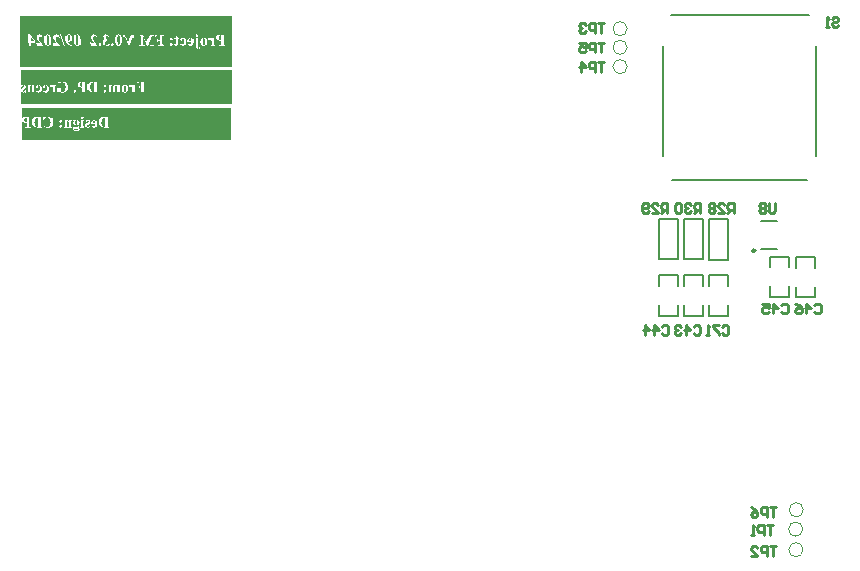
<source format=gbo>
G04*
G04 #@! TF.GenerationSoftware,Altium Limited,Altium Designer,21.0.8 (223)*
G04*
G04 Layer_Color=32896*
%FSTAX24Y24*%
%MOIN*%
G70*
G04*
G04 #@! TF.SameCoordinates,802AE027-55FB-4EE0-B797-8BAC3B94A1FA*
G04*
G04*
G04 #@! TF.FilePolarity,Positive*
G04*
G01*
G75*
%ADD10C,0.0100*%
%ADD11C,0.0079*%
%ADD13C,0.0039*%
%ADD16C,0.0098*%
%ADD19C,0.0059*%
%ADD142C,0.0070*%
G36*
X020217Y046411D02*
X013176D01*
Y046802D01*
D01*
Y046878D01*
X013177Y046874D01*
X013177Y046869D01*
X013179Y046863D01*
X013181Y046856D01*
X013183Y046849D01*
X013187Y046842D01*
X013187Y046841D01*
X013188Y046838D01*
X013191Y046835D01*
X013194Y046831D01*
X013198Y046826D01*
X013203Y046821D01*
X013209Y046816D01*
X013215Y046812D01*
X013216Y046811D01*
X013218Y04681D01*
X013222Y046808D01*
X013227Y046807D01*
X013233Y046805D01*
X01324Y046803D01*
X013247Y046802D01*
X013255Y046802D01*
X013226D01*
X013342D01*
D01*
X013258D01*
X013262Y046802D01*
X013267Y046803D01*
X013274Y046805D01*
X013282Y046806D01*
X01329Y046809D01*
X013301Y046812D01*
X013301D01*
X013302Y046813D01*
X013305Y046814D01*
X013309Y046815D01*
X013312Y046815D01*
X013313D01*
X013315Y046815D01*
X013317Y046814D01*
X013319Y046812D01*
X013321Y04681D01*
X013323Y046807D01*
X013325Y046802D01*
X013335D01*
X013339Y04689D01*
X01333D01*
Y046889D01*
X013329Y046888D01*
X013329Y046886D01*
X013328Y046884D01*
X013325Y046878D01*
X013322Y046871D01*
X013317Y046862D01*
X013312Y046854D01*
X013306Y046845D01*
X013299Y046838D01*
X013298Y046838D01*
X013295Y046836D01*
X013292Y046833D01*
X013286Y04683D01*
X013281Y046827D01*
X013274Y046824D01*
X013267Y046822D01*
X01326Y046821D01*
X013258D01*
X013256Y046822D01*
X013253Y046823D01*
X013247Y046825D01*
X013244Y046826D01*
X01324Y046829D01*
X01324Y04683D01*
X013239Y046831D01*
X013238Y046832D01*
X013236Y046834D01*
X013233Y04684D01*
X013233Y046843D01*
X013232Y046847D01*
Y046848D01*
Y046849D01*
X013233Y046852D01*
X013233Y046855D01*
X013234Y046858D01*
X013235Y046862D01*
X013238Y046865D01*
X01324Y046869D01*
X013241Y04687D01*
X013242Y046871D01*
X013244Y046873D01*
X013247Y046876D01*
X013252Y04688D01*
X013258Y046884D01*
X013265Y04689D01*
X013275Y046896D01*
X013275Y046897D01*
X013276Y046897D01*
X013278Y046899D01*
X013281Y046901D01*
X013288Y046906D01*
X013296Y046912D01*
X013304Y046919D01*
X013313Y046926D01*
X01332Y046932D01*
X013323Y046936D01*
X013325Y046938D01*
X013326Y046939D01*
X013328Y046942D01*
X013331Y046947D01*
X013334Y046952D01*
X013337Y046959D01*
X01334Y046967D01*
X013342Y046976D01*
X013342Y046985D01*
Y046988D01*
X013342Y04699D01*
X013341Y046995D01*
X01334Y047002D01*
X013337Y04701D01*
X013334Y047019D01*
X01333Y047027D01*
X013323Y047036D01*
X013322Y047037D01*
X013319Y04704D01*
X013315Y047043D01*
X013309Y047048D01*
X013301Y047052D01*
X013292Y047055D01*
X013281Y047058D01*
X013268Y047059D01*
X013265D01*
D01*
X013247D01*
X013265D01*
X013261Y047058D01*
X013256Y047058D01*
X01325Y047057D01*
X013244Y047055D01*
X013237Y047052D01*
X01323Y047049D01*
X013229D01*
X013229Y047049D01*
X013226Y047048D01*
X013222Y047046D01*
X013219Y047045D01*
X013216D01*
X013214Y047046D01*
X013211Y047047D01*
X013211Y047048D01*
X013209Y047049D01*
X013208Y047051D01*
X013206Y047053D01*
X013204Y047055D01*
X013202Y047058D01*
X013193D01*
X013189Y046975D01*
X013198D01*
Y046976D01*
X013199Y046977D01*
X0132Y046979D01*
X013201Y046981D01*
X013204Y046988D01*
X013208Y046996D01*
X013213Y047004D01*
X013219Y047012D01*
X013224Y04702D01*
X013231Y047026D01*
X013232Y047026D01*
X013234Y047028D01*
X013237Y04703D01*
X013241Y047033D01*
X013246Y047035D01*
X013252Y047037D01*
X013258Y047039D01*
X013264Y047039D01*
X013266D01*
X013268Y047039D01*
X01327Y047038D01*
X013276Y047036D01*
X01328Y047034D01*
X013282Y047032D01*
X013283Y047031D01*
X013283Y047031D01*
X013284Y047029D01*
X013286Y047027D01*
X013288Y047022D01*
X013289Y047019D01*
X013289Y047015D01*
Y047015D01*
Y047014D01*
X013289Y047011D01*
X013287Y047007D01*
X013284Y047002D01*
X013284Y047002D01*
X013283Y047D01*
X01328Y046997D01*
X013276Y046993D01*
X01327Y046989D01*
X013266Y046985D01*
X013262Y046982D01*
X013257Y046979D01*
X013251Y046974D01*
X013245Y046971D01*
X013239Y046966D01*
X013238Y046965D01*
X013237Y046965D01*
X013235Y046963D01*
X013233Y046961D01*
X013226Y046956D01*
X013218Y04695D01*
X01321Y046944D01*
X013201Y046936D01*
X013194Y046929D01*
X013191Y046925D01*
X013188Y046922D01*
X013188Y046921D01*
X013187Y046919D01*
X013185Y046915D01*
X013182Y04691D01*
X01318Y046904D01*
X013178Y046897D01*
X013177Y04689D01*
X013176Y046882D01*
Y047059D01*
X013247D01*
X013176D01*
Y04756D01*
X020217D01*
Y046411D01*
D02*
G37*
G36*
X020224Y047645D02*
X013165D01*
Y049346D01*
X020224D01*
Y047645D01*
D02*
G37*
G36*
X013371Y045818D02*
X013366D01*
X013362Y045817D01*
X013355D01*
X013352Y045818D01*
X013347Y045818D01*
X01334Y045819D01*
X013332Y045821D01*
X013324Y045825D01*
X013316Y04583D01*
X013309Y045836D01*
X013309Y045837D01*
X013307Y045839D01*
X013304Y045844D01*
X013301Y04585D01*
X013297Y045859D01*
X013295Y045868D01*
X013292Y04588D01*
X013292Y045894D01*
Y045895D01*
Y045896D01*
Y045898D01*
Y045901D01*
X013292Y045904D01*
X013293Y045908D01*
X013294Y045916D01*
X013296Y045925D01*
X013299Y045935D01*
X013303Y045944D01*
X013309Y045951D01*
X01331Y045952D01*
X013313Y045954D01*
X013316Y045957D01*
X013322Y045961D01*
X013329Y045964D01*
X013338Y045967D01*
X013349Y045969D01*
X013361Y04597D01*
X013371D01*
Y045818D01*
D02*
G37*
G36*
X013501Y045647D02*
X013493D01*
X013488Y045647D01*
X013477Y045648D01*
X013472Y045649D01*
X013468Y045651D01*
X013468D01*
X013467Y045652D01*
X013463Y045654D01*
X013459Y045658D01*
X013456Y045663D01*
Y045663D01*
X013456Y045664D01*
X013455Y045666D01*
X013454Y04567D01*
X013453Y045675D01*
X013453Y045681D01*
X013452Y045689D01*
Y045699D01*
Y045928D01*
Y045929D01*
Y04593D01*
Y045933D01*
Y045938D01*
X013453Y045944D01*
X013453Y04595D01*
X013454Y045955D01*
X013455Y045961D01*
X013456Y045964D01*
Y045964D01*
X013457Y045965D01*
X013459Y045968D01*
X013463Y045972D01*
X013465Y045974D01*
X013469Y045976D01*
X013469D01*
X01347Y045976D01*
X013473Y045978D01*
X013476Y045979D01*
X013481Y045979D01*
X013486Y04598D01*
X013493Y045981D01*
X013501D01*
Y045647D01*
D02*
G37*
G36*
X020197Y045232D02*
X013206D01*
Y045637D01*
X013265D01*
X013206D01*
Y045892D01*
X013206Y04589D01*
X013207Y045883D01*
X013208Y045875D01*
X013211Y045866D01*
X013215Y045856D01*
X01322Y045847D01*
X013227Y045837D01*
X013228Y045836D01*
X013231Y045833D01*
X013236Y045829D01*
X013243Y045824D01*
X013251Y045818D01*
X013261Y045812D01*
X013273Y045807D01*
X013286Y045803D01*
X013287D01*
X013289Y045803D01*
X013291Y045802D01*
X013293Y045802D01*
X013297D01*
X013301Y045801D01*
X013306Y045801D01*
X013311Y0458D01*
X013317Y0458D01*
X013325Y045799D01*
X013332Y045798D01*
X013341Y045798D01*
X01335D01*
X01336Y045797D01*
X013371D01*
Y045699D01*
Y045699D01*
Y045698D01*
Y045695D01*
Y04569D01*
X01337Y045684D01*
Y045677D01*
X013369Y045671D01*
X013369Y045666D01*
X013368Y045663D01*
Y045662D01*
X013367Y045661D01*
X013364Y045659D01*
X013361Y045655D01*
X013355Y045651D01*
X013355D01*
X013353Y045651D01*
X013351Y04565D01*
X013347Y045649D01*
X013343Y045648D01*
X013337Y045647D01*
X01333Y045647D01*
X013322D01*
Y045637D01*
X013501D01*
Y04599D01*
X013341D01*
X013335Y04599D01*
X013329D01*
X013322Y045988D01*
X013314Y045988D01*
X013306Y045987D01*
X013288Y045984D01*
X01327Y045979D01*
X013261Y045975D01*
X013253Y045972D01*
X013245Y045968D01*
X013239Y045963D01*
X013238Y045962D01*
X013237Y045962D01*
X013236Y04596D01*
X013233Y045958D01*
X013231Y045955D01*
X013228Y045952D01*
X013222Y045944D01*
X013216Y045934D01*
X01321Y045923D01*
X013209Y045916D01*
X013207Y04591D01*
X013206Y045903D01*
X013206Y045895D01*
Y04599D01*
D01*
Y046288D01*
X020197D01*
Y045232D01*
D02*
G37*
%LPC*%
G36*
X014565Y04717D02*
X014556D01*
X014549Y047169D01*
X014542Y047169D01*
X014534Y047168D01*
X014517Y047165D01*
X014517D01*
X014515Y047165D01*
X014512Y047164D01*
X014509Y047163D01*
X014503Y047162D01*
X014497Y047159D01*
X01449Y047157D01*
X014481Y047153D01*
X01448D01*
X01448Y047153D01*
X014476Y047152D01*
X014473Y047151D01*
X014467Y047149D01*
X014462Y047147D01*
X014457Y047146D01*
X014453Y047145D01*
X01445Y047144D01*
X014449D01*
X014446Y047145D01*
X014441Y047146D01*
X014437Y047149D01*
X014437Y04715D01*
X014436Y04715D01*
X014435Y047152D01*
X014433Y047154D01*
X014431Y047157D01*
X014429Y04716D01*
X014427Y047164D01*
X014425Y04717D01*
X014507D01*
X014374D01*
Y046801D01*
D01*
Y046948D01*
X014375D01*
X014378Y046947D01*
X014381D01*
X014385Y046947D01*
X014395Y046944D01*
X014398Y046943D01*
X014402Y046942D01*
X014403D01*
X014403Y046941D01*
X014407Y046938D01*
X01441Y046934D01*
X014414Y046928D01*
X014414Y046927D01*
Y046926D01*
X014415Y046924D01*
X014415Y04692D01*
Y046916D01*
X014416Y046911D01*
Y046904D01*
Y046831D01*
X014416D01*
X014417Y04683D01*
X014419Y046829D01*
X014422Y046829D01*
X014425Y046827D01*
X014428Y046826D01*
X014437Y046823D01*
X014448Y046819D01*
X01446Y046815D01*
X014473Y046812D01*
X014486Y046808D01*
X014487D01*
X014488Y046808D01*
X01449D01*
X014493Y046807D01*
X014496Y046807D01*
X0145Y046806D01*
X014504Y046805D01*
X014509Y046805D01*
X014521Y046803D01*
X014534Y046802D01*
X014547Y046801D01*
X014562Y046801D01*
X014761D01*
X01457D01*
X014575Y046801D01*
X01458D01*
X014585Y046802D01*
X014591Y046802D01*
X014604Y046804D01*
X014618Y046806D01*
X014632Y046809D01*
X014645Y046814D01*
X014646D01*
X014647Y046814D01*
X014648Y046815D01*
X014651Y046817D01*
X014657Y046819D01*
X014665Y046824D01*
X014674Y046829D01*
X014684Y046835D01*
X014694Y046842D01*
X014704Y04685D01*
Y04685D01*
X014705Y046851D01*
X014708Y046854D01*
X014712Y046859D01*
X014718Y046865D01*
X014724Y046872D01*
X014731Y04688D01*
X014737Y04689D01*
X014743Y0469D01*
Y046901D01*
X014744Y046902D01*
X014745Y046904D01*
X014746Y046907D01*
X014748Y04691D01*
X014749Y046914D01*
X01475Y046919D01*
X014752Y046924D01*
X014756Y046936D01*
X014759Y046949D01*
X014761Y046964D01*
X014761Y04698D01*
Y046984D01*
X014761Y046988D01*
X01476Y046993D01*
X01476Y047001D01*
X014759Y047009D01*
X014756Y047017D01*
X014754Y047027D01*
X014752Y047037D01*
X014748Y047048D01*
X014743Y04706D01*
X014738Y04707D01*
X014731Y047082D01*
X014724Y047093D01*
X014716Y047104D01*
X014706Y047115D01*
X014705Y047115D01*
X014703Y047117D01*
X0147Y04712D01*
X014695Y047123D01*
X01469Y047127D01*
X014683Y047132D01*
X014676Y047137D01*
X014667Y047143D01*
X014657Y047147D01*
X014647Y047152D01*
X014635Y047157D01*
X014623Y047161D01*
X014609Y047165D01*
X014595Y047168D01*
X01458Y047169D01*
X014565Y04717D01*
D02*
G37*
G36*
X015981Y047059D02*
X015978D01*
X015975Y047058D01*
X01597Y047057D01*
X015965Y047056D01*
X01596Y047054D01*
X015956Y04705D01*
X015951Y047046D01*
X01595Y047045D01*
X015948Y047044D01*
X015946Y047041D01*
X015944Y047038D01*
X015942Y047033D01*
X01594Y047028D01*
X015938Y047022D01*
X015938Y047016D01*
Y047059D01*
D01*
Y046802D01*
D01*
Y046842D01*
X015938Y046838D01*
X015939Y046835D01*
X015941Y04683D01*
X015943Y046824D01*
X015946Y046819D01*
X015951Y046814D01*
X015951Y046814D01*
X015953Y046812D01*
X015956Y046811D01*
X015959Y046808D01*
X015964Y046806D01*
X015969Y046804D01*
X015975Y046802D01*
X015981Y046802D01*
X015938D01*
X016024D01*
D01*
X015984D01*
X015988Y046802D01*
X015992Y046803D01*
X015996Y046805D01*
X016002Y046807D01*
X016007Y04681D01*
X016012Y046814D01*
X016012Y046815D01*
X016014Y046817D01*
X016016Y046819D01*
X016018Y046823D01*
X01602Y046827D01*
X016022Y046832D01*
X016024Y046838D01*
X016024Y046845D01*
Y046848D01*
X016024Y046852D01*
X016023Y046855D01*
X016021Y04686D01*
X016019Y046866D01*
X016016Y046871D01*
X016012Y046876D01*
X016011Y046876D01*
X01601Y046878D01*
X016007Y04688D01*
X016003Y046882D01*
X015999Y046884D01*
X015994Y046886D01*
X015988Y046888D01*
X015981Y046889D01*
X015978D01*
X015975Y046888D01*
X015971Y046887D01*
X015966Y046885D01*
X01596Y046883D01*
X015956Y04688D01*
X015951Y046876D01*
X01595Y046875D01*
X015948Y046873D01*
X015946Y046871D01*
X015944Y046867D01*
X015942Y046862D01*
X01594Y046858D01*
X015938Y046852D01*
X015938Y046845D01*
Y047013D01*
X015938Y047009D01*
X015939Y047005D01*
X015941Y047001D01*
X015943Y046995D01*
X015946Y04699D01*
X015951Y046985D01*
X015951Y046985D01*
X015953Y046983D01*
X015956Y046981D01*
X015959Y046979D01*
X015964Y046977D01*
X015969Y046975D01*
X015974Y046973D01*
X015981Y046973D01*
X015983D01*
X015987Y046973D01*
X015991Y046974D01*
X015996Y046976D01*
X016001Y046978D01*
X016006Y046981D01*
X016011Y046985D01*
X016012Y046986D01*
X016013Y046987D01*
X016015Y04699D01*
X016017Y046994D01*
X01602Y046998D01*
X016022Y047003D01*
X016023Y047009D01*
X016024Y047016D01*
Y047016D01*
Y047019D01*
X016023Y047022D01*
X016022Y047026D01*
X01602Y047031D01*
X016018Y047036D01*
X016016Y047041D01*
X016011Y047046D01*
X016011Y047046D01*
X016009Y047048D01*
X016006Y04705D01*
X016002Y047052D01*
X015998Y047055D01*
X015993Y047057D01*
X015987Y047058D01*
X015981Y047059D01*
D02*
G37*
G36*
X016493D02*
X016224D01*
X016316D01*
X016312Y047058D01*
X016307Y047058D01*
X0163Y047056D01*
X016293Y047055D01*
X016287Y047052D01*
X016281Y047048D01*
X01628Y047048D01*
X016278Y047046D01*
X016275Y047044D01*
X016272Y04704D01*
X016268Y047035D01*
X016264Y047029D01*
X01626Y047022D01*
X016257Y047015D01*
Y047015D01*
X016256Y047016D01*
X016253Y047019D01*
X016249Y047023D01*
X016244Y047028D01*
X016238Y047033D01*
X016231Y047039D01*
X016224Y047044D01*
X016217Y047049D01*
X016215Y047049D01*
X016213Y04705D01*
X016209Y047052D01*
X016204Y047054D01*
X016198Y047056D01*
X016191Y047057D01*
X016184Y047058D01*
X016177Y047059D01*
X016084D01*
Y046809D01*
X016212D01*
X016209D01*
Y046818D01*
X016209D01*
X016207Y046819D01*
X016204Y046819D01*
X016201Y04682D01*
X016197Y046821D01*
X016194Y046823D01*
X01619Y046826D01*
X016188Y046829D01*
Y04683D01*
X016187Y046831D01*
X016186Y046833D01*
X016185Y046836D01*
X016184Y04684D01*
X016183Y046846D01*
X016183Y046853D01*
Y046862D01*
Y046966D01*
Y046967D01*
Y046968D01*
Y046969D01*
Y046972D01*
Y046977D01*
X016183Y046984D01*
Y04699D01*
X016184Y046997D01*
X016184Y047003D01*
X016185Y047005D01*
X016185Y047007D01*
Y047008D01*
X016186Y047009D01*
X016187Y047013D01*
X01619Y047017D01*
X016194Y047021D01*
X016195Y047021D01*
X016197Y047023D01*
X016201Y047025D01*
X016207Y047025D01*
X016208D01*
X016211Y047025D01*
X016214Y047024D01*
X016217Y047023D01*
X016221Y047022D01*
X016225Y04702D01*
X016229Y047017D01*
X01623Y047016D01*
X016231Y047015D01*
X016233Y047014D01*
X016236Y047011D01*
X01624Y047007D01*
X016244Y047003D01*
X016248Y046998D01*
X016253Y046992D01*
Y046862D01*
Y046861D01*
Y046861D01*
Y046858D01*
Y046853D01*
X016252Y046848D01*
X016251Y046842D01*
X016251Y046837D01*
X01625Y046832D01*
X016248Y046829D01*
X016248Y046828D01*
X016247Y046827D01*
X016245Y046825D01*
X016243Y046824D01*
X01624Y046821D01*
X016236Y04682D01*
X016231Y046819D01*
X016225Y046818D01*
Y046809D01*
X016351D01*
Y046818D01*
X016347D01*
X016345Y046819D01*
X01634Y04682D01*
X016335Y046823D01*
X016334D01*
X016334Y046824D01*
X016332Y046826D01*
X016329Y046829D01*
X016327Y046833D01*
Y046834D01*
X016327Y046835D01*
Y046837D01*
X016326Y046839D01*
X016326Y046843D01*
Y046848D01*
X016325Y046854D01*
Y046862D01*
Y046966D01*
Y046967D01*
Y046968D01*
Y046969D01*
Y046972D01*
Y046977D01*
X016326Y046984D01*
Y046991D01*
X016326Y046997D01*
X016327Y047003D01*
X016327Y047005D01*
X016328Y047007D01*
Y047008D01*
X016328Y047009D01*
X01633Y047012D01*
X016332Y047016D01*
X016337Y04702D01*
X016338Y047021D01*
X01634Y047023D01*
X016345Y047025D01*
X01635Y047025D01*
X016354D01*
X016356Y047025D01*
X016362Y047023D01*
X016368Y04702D01*
X016369Y047019D01*
X01637Y047018D01*
X016373Y047016D01*
X016376Y047013D01*
X01638Y047009D01*
X016385Y047005D01*
X01639Y046999D01*
X016394Y046992D01*
Y046862D01*
Y046861D01*
Y046861D01*
Y046858D01*
X016394Y046853D01*
Y046848D01*
X016393Y046842D01*
X016392Y046836D01*
X016391Y046831D01*
X01639Y046827D01*
X016389Y046827D01*
X016388Y046826D01*
X016387Y046825D01*
X016385Y046823D01*
X016382Y046821D01*
X016378Y04682D01*
X016374Y046819D01*
X016368Y046818D01*
Y046809D01*
X016493D01*
Y046818D01*
X016493D01*
X016491Y046819D01*
X016488Y046819D01*
X016485Y04682D01*
X016481Y046821D01*
X016477Y046823D01*
X016474Y046825D01*
X016471Y046828D01*
Y046829D01*
X016471Y046829D01*
X01647Y046831D01*
X016469Y046835D01*
X016468Y046839D01*
X016468Y046844D01*
X016467Y046852D01*
Y046862D01*
Y046999D01*
Y046999D01*
Y047D01*
Y047003D01*
Y047008D01*
X016468Y047014D01*
X016468Y04702D01*
X016469Y047025D01*
X01647Y04703D01*
X016472Y047033D01*
Y047034D01*
X016473Y047034D01*
X016474Y047035D01*
X016476Y047037D01*
X016479Y047039D01*
X016483Y04704D01*
X016488Y047042D01*
X016493Y047043D01*
Y047052D01*
X016394D01*
Y04702D01*
X016393Y047021D01*
X016391Y047023D01*
X016387Y047027D01*
X016382Y047032D01*
X016376Y047037D01*
X01637Y047042D01*
X016364Y047046D01*
X016357Y04705D01*
X016357Y047051D01*
X016355Y047052D01*
X016351Y047053D01*
X016346Y047055D01*
X016341Y047056D01*
X016334Y047058D01*
X016328Y047058D01*
X01632Y047059D01*
X016493D01*
D01*
D02*
G37*
G36*
X015752Y047162D02*
X015584D01*
X015579Y047161D01*
X015573Y047161D01*
X015566Y04716D01*
X015558Y047159D01*
X015542Y047157D01*
X015525Y047155D01*
X015508Y04715D01*
X015501Y047147D01*
X015493Y047144D01*
X015493D01*
X015491Y047143D01*
X015489Y047142D01*
X015485Y04714D01*
X015481Y047138D01*
X015477Y047135D01*
X015466Y047128D01*
X015455Y047119D01*
X015443Y047108D01*
X015431Y047095D01*
X015426Y047088D01*
X015422Y04708D01*
X015421Y04708D01*
X01542Y047078D01*
X015419Y047076D01*
X015418Y047073D01*
X015416Y047069D01*
X015414Y047064D01*
X015412Y047058D01*
X015409Y047052D01*
X015407Y047045D01*
X015405Y047038D01*
X015401Y047022D01*
X015398Y047004D01*
X015397Y046994D01*
Y047162D01*
D01*
D01*
Y046809D01*
D01*
Y046978D01*
X015398Y046974D01*
Y046971D01*
X015399Y046961D01*
X0154Y046951D01*
X015402Y046939D01*
X015405Y046927D01*
X015409Y046915D01*
Y046915D01*
X01541Y046914D01*
X01541Y046913D01*
X015411Y04691D01*
X015414Y046904D01*
X015417Y046897D01*
X015422Y046889D01*
X015427Y04688D01*
X015433Y046872D01*
X01544Y046864D01*
X015441Y046862D01*
X015443Y04686D01*
X015447Y046856D01*
X015453Y046852D01*
X015459Y046847D01*
X015467Y046841D01*
X015475Y046836D01*
X015484Y046831D01*
X015485Y04683D01*
X015489Y046829D01*
X015494Y046826D01*
X015501Y046824D01*
X01551Y046821D01*
X01552Y046818D01*
X015532Y046814D01*
X015544Y046812D01*
X015545D01*
X015547Y046811D01*
X015551Y046811D01*
X015556D01*
X015563Y04681D01*
X015572Y046809D01*
X015583Y046809D01*
X015397D01*
X015752D01*
Y046818D01*
X015735D01*
X015732Y046819D01*
X015724Y04682D01*
X01572Y046821D01*
X015717Y046823D01*
X015716D01*
X015716Y046824D01*
X015713Y046826D01*
X015708Y04683D01*
X015705Y046836D01*
Y046836D01*
X015704Y046837D01*
X015704Y046839D01*
X015703Y046842D01*
Y046846D01*
X015703Y046852D01*
X015702Y04686D01*
Y046869D01*
Y047102D01*
Y047102D01*
Y047103D01*
Y047106D01*
Y04711D01*
X015703Y047116D01*
Y047121D01*
X015703Y047127D01*
X015704Y047132D01*
X015705Y047135D01*
Y047135D01*
X015706Y047136D01*
X015708Y047139D01*
X015711Y047143D01*
X015714Y047145D01*
X015717Y047147D01*
X015717D01*
X015719Y047148D01*
X01572Y047149D01*
X015723Y04715D01*
X015726Y047151D01*
X015731Y047151D01*
X015735Y047152D01*
X015752D01*
Y047162D01*
D02*
G37*
G36*
X015026Y046889D02*
X014979D01*
X014976Y046888D01*
X014972Y046887D01*
X014967Y046885D01*
X014962Y046883D01*
X014957Y04688D01*
X014952Y046876D01*
X014951Y046875D01*
X01495Y046873D01*
X014948Y046871D01*
X014945Y046867D01*
X014943Y046862D01*
X014941Y046858D01*
X014939Y046852D01*
X014939Y046845D01*
Y046889D01*
D01*
Y046802D01*
X014979D01*
X014939D01*
Y046842D01*
X014939Y046838D01*
X014941Y046835D01*
X014942Y04683D01*
X014944Y046824D01*
X014948Y046819D01*
X014952Y046814D01*
X014953Y046814D01*
X014954Y046812D01*
X014957Y046811D01*
X014961Y046808D01*
X014965Y046806D01*
X01497Y046804D01*
X014976Y046802D01*
X014983Y046802D01*
X014985D01*
X014989Y046802D01*
X014993Y046803D01*
X014998Y046805D01*
X015003Y046807D01*
X015008Y04681D01*
X015013Y046814D01*
X015014Y046815D01*
X015015Y046817D01*
X015017Y046819D01*
X015019Y046823D01*
X015022Y046827D01*
X015023Y046832D01*
X015025Y046838D01*
X015026Y046845D01*
Y046848D01*
X015025Y046852D01*
X015024Y046855D01*
X015022Y04686D01*
X01502Y046866D01*
X015017Y046871D01*
X015013Y046876D01*
X015013Y046876D01*
X015011Y046878D01*
X015008Y04688D01*
X015004Y046882D01*
X015Y046884D01*
X014995Y046886D01*
X014989Y046888D01*
X014983Y046889D01*
X015026D01*
D02*
G37*
G36*
X017329Y047162D02*
X017032D01*
Y046809D01*
X017329D01*
Y046818D01*
X017315D01*
X017312Y046819D01*
X017309D01*
X017301Y04682D01*
X017297Y046822D01*
X017293Y046824D01*
X017293D01*
X017292Y046824D01*
X017289Y046826D01*
X017286Y04683D01*
X017283Y046836D01*
Y046836D01*
X017282Y046837D01*
X017282Y046839D01*
X017281Y046842D01*
X017281Y046847D01*
X01728Y046853D01*
X01728Y04686D01*
Y046869D01*
Y047102D01*
Y047102D01*
Y047103D01*
Y047106D01*
Y04711D01*
X01728Y047116D01*
Y047121D01*
X017281Y047127D01*
X017282Y047132D01*
X017283Y047135D01*
Y047135D01*
X017283Y047136D01*
X017285Y047139D01*
X017289Y047143D01*
X017291Y047145D01*
X017294Y047147D01*
X017295D01*
X017296Y047148D01*
X017298Y047149D01*
X0173Y04715D01*
X017304Y047151D01*
X017308Y047151D01*
X017312Y047152D01*
X017329D01*
Y047162D01*
D02*
G37*
G36*
X016997Y047059D02*
X016788D01*
Y046809D01*
D01*
Y047022D01*
X016788Y047019D01*
X016789Y047015D01*
X01679Y04701D01*
X016791Y047005D01*
X016794Y047001D01*
X016796Y046997D01*
X016797Y046997D01*
X016798Y046996D01*
X0168Y046995D01*
X016802Y046993D01*
X016808Y04699D01*
X016812Y046989D01*
X016817Y046988D01*
X016819D01*
X016821Y046989D01*
X016825Y046989D01*
X016829Y04699D01*
X016832Y046992D01*
X016837Y046994D01*
X016841Y046997D01*
X016841Y046997D01*
X016842Y046998D01*
X016846Y047001D01*
X01685Y047004D01*
X016852Y047006D01*
X016853Y047007D01*
X016853Y047007D01*
X016854Y047008D01*
X016856Y047008D01*
X016859D01*
X016863Y047008D01*
X016867Y047005D01*
X01687Y047004D01*
X016873Y047002D01*
X016873Y047002D01*
X016874Y047001D01*
X016877Y046998D01*
X016879Y046996D01*
X016881Y046992D01*
X016884Y046988D01*
X016886Y046983D01*
X016889Y046977D01*
X016889Y046976D01*
X01689Y046973D01*
X016891Y046968D01*
X016892Y046961D01*
X016894Y046953D01*
X016896Y046943D01*
X016896Y046932D01*
X016897Y046921D01*
Y046866D01*
Y046852D01*
Y046851D01*
Y046849D01*
Y046847D01*
Y046843D01*
X016896Y046837D01*
X016896Y046835D01*
X016895Y046832D01*
Y046832D01*
X016895Y046831D01*
X016893Y046829D01*
X01689Y046825D01*
X016886Y046822D01*
X016885D01*
X016885Y046821D01*
X016883Y046821D01*
X016881Y04682D01*
X016878Y04682D01*
X016874Y046819D01*
X01687Y046819D01*
X016865Y046818D01*
Y046809D01*
X016997D01*
Y046818D01*
X016996D01*
X016994Y046819D01*
X016991D01*
X016988Y04682D01*
X016981Y046822D01*
X016978Y046824D01*
X016975Y046826D01*
X016975Y046827D01*
X016974Y046828D01*
X016973Y046831D01*
X016972Y046834D01*
X016971Y046839D01*
X016971Y046847D01*
X016969Y046855D01*
Y04686D01*
Y046866D01*
Y047001D01*
Y047002D01*
Y047004D01*
Y047008D01*
Y047011D01*
X01697Y047016D01*
X016971Y04702D01*
X016971Y047024D01*
X016972Y047027D01*
Y047027D01*
X016972Y047028D01*
X016974Y047031D01*
X016976Y047034D01*
X016979Y047038D01*
X01698Y047038D01*
X016981Y047039D01*
X016983Y047039D01*
X016986Y04704D01*
X016989Y047041D01*
X016992Y047042D01*
X016997Y047043D01*
Y047052D01*
X016897D01*
Y046997D01*
X016896Y046997D01*
X016896Y046998D01*
X016895Y047001D01*
X016893Y047003D01*
X016888Y047009D01*
X016883Y047017D01*
X016876Y047026D01*
X016869Y047034D01*
X016862Y047041D01*
X016858Y047044D01*
X016855Y047046D01*
X016854Y047047D01*
X016852Y047049D01*
X016848Y04705D01*
X016843Y047053D01*
X016838Y047055D01*
X016832Y047057D01*
X016826Y047058D01*
X016819Y047059D01*
X016997D01*
D02*
G37*
G36*
X015361Y047162D02*
X015066D01*
Y046809D01*
D01*
Y047063D01*
X015066Y047061D01*
X015067Y047055D01*
X015068Y047046D01*
X015071Y047038D01*
X015075Y047028D01*
X01508Y047018D01*
X015087Y047008D01*
X015088Y047007D01*
X015091Y047004D01*
X015096Y047D01*
X015103Y046995D01*
X015111Y046989D01*
X015121Y046984D01*
X015133Y046979D01*
X015146Y046975D01*
X015147D01*
X015149Y046974D01*
X015151Y046974D01*
X015153Y046973D01*
X015157D01*
X015161Y046973D01*
X015166Y046972D01*
X015171Y046972D01*
X015177Y046971D01*
X015185Y046971D01*
X015192Y04697D01*
X015201Y046969D01*
X01521D01*
X01522Y046969D01*
X015231D01*
Y046871D01*
Y04687D01*
Y04687D01*
Y046866D01*
Y046861D01*
X01523Y046855D01*
Y046849D01*
X015229Y046843D01*
X015229Y046838D01*
X015228Y046834D01*
Y046833D01*
X015227Y046833D01*
X015224Y04683D01*
X015221Y046826D01*
X015215Y046823D01*
X015215D01*
X015214Y046822D01*
X015211Y046821D01*
X015208Y04682D01*
X015203Y04682D01*
X015197Y046819D01*
X01519Y046818D01*
X015182D01*
Y046809D01*
X015361D01*
Y046818D01*
X015353D01*
X015348Y046819D01*
X015337Y04682D01*
X015332Y046821D01*
X015328Y046823D01*
X015328D01*
X015327Y046823D01*
X015323Y046826D01*
X015319Y046829D01*
X015316Y046834D01*
Y046835D01*
X015316Y046836D01*
X015315Y046838D01*
X015314Y046842D01*
X015313Y046847D01*
X015313Y046853D01*
X015312Y046861D01*
Y046871D01*
Y0471D01*
Y0471D01*
Y047101D01*
Y047104D01*
Y047109D01*
X015313Y047115D01*
X015313Y047121D01*
X015314Y047127D01*
X015315Y047132D01*
X015316Y047135D01*
Y047136D01*
X015317Y047137D01*
X015319Y04714D01*
X015323Y047144D01*
X015325Y047146D01*
X015329Y047147D01*
X015329D01*
X01533Y047148D01*
X015333Y047149D01*
X015336Y04715D01*
X015341Y047151D01*
X015346Y047152D01*
X015353Y047152D01*
X015361D01*
Y047162D01*
D02*
G37*
G36*
X01435Y047059D02*
X014141D01*
Y046809D01*
D01*
Y047022D01*
X014141Y047019D01*
X014142Y047015D01*
X014143Y04701D01*
X014144Y047005D01*
X014147Y047001D01*
X014149Y046997D01*
X01415Y046997D01*
X014151Y046996D01*
X014153Y046995D01*
X014155Y046993D01*
X014161Y04699D01*
X014165Y046989D01*
X01417Y046988D01*
X014172D01*
X014174Y046989D01*
X014178Y046989D01*
X014182Y04699D01*
X014185Y046992D01*
X01419Y046994D01*
X014194Y046997D01*
X014194Y046997D01*
X014195Y046998D01*
X014198Y047001D01*
X014203Y047004D01*
X014204Y047006D01*
X014206Y047007D01*
X014206Y047007D01*
X014207Y047008D01*
X014209Y047008D01*
X014212D01*
X014216Y047008D01*
X01422Y047005D01*
X014223Y047004D01*
X014226Y047002D01*
X014226Y047002D01*
X014227Y047001D01*
X01423Y046998D01*
X014232Y046996D01*
X014234Y046992D01*
X014237Y046988D01*
X014239Y046983D01*
X014242Y046977D01*
X014242Y046976D01*
X014243Y046973D01*
X014244Y046968D01*
X014245Y046961D01*
X014247Y046953D01*
X014249Y046943D01*
X014249Y046932D01*
X01425Y046921D01*
Y046866D01*
Y046852D01*
Y046851D01*
Y046849D01*
Y046847D01*
Y046843D01*
X014249Y046837D01*
X014249Y046835D01*
X014248Y046832D01*
Y046832D01*
X014248Y046831D01*
X014246Y046829D01*
X014243Y046825D01*
X014239Y046822D01*
X014238D01*
X014238Y046821D01*
X014236Y046821D01*
X014234Y04682D01*
X014231Y04682D01*
X014227Y046819D01*
X014223Y046819D01*
X014218Y046818D01*
Y046809D01*
X01435D01*
Y046818D01*
X014349D01*
X014347Y046819D01*
X014344D01*
X014341Y04682D01*
X014334Y046822D01*
X014331Y046824D01*
X014328Y046826D01*
X014328Y046827D01*
X014327Y046828D01*
X014326Y046831D01*
X014325Y046834D01*
X014324Y046839D01*
X014324Y046847D01*
X014322Y046855D01*
Y04686D01*
Y046866D01*
Y047001D01*
Y047002D01*
Y047004D01*
Y047008D01*
Y047011D01*
X014323Y047016D01*
X014324Y04702D01*
X014324Y047024D01*
X014325Y047027D01*
Y047027D01*
X014325Y047028D01*
X014327Y047031D01*
X014329Y047034D01*
X014332Y047038D01*
X014333Y047038D01*
X014334Y047039D01*
X014336Y047039D01*
X014339Y04704D01*
X014342Y047041D01*
X014345Y047042D01*
X01435Y047043D01*
Y047052D01*
X01425D01*
Y046997D01*
X014249Y046997D01*
X014249Y046998D01*
X014248Y047001D01*
X014246Y047003D01*
X014241Y047009D01*
X014236Y047017D01*
X014229Y047026D01*
X014222Y047034D01*
X014215Y047041D01*
X014211Y047044D01*
X014208Y047046D01*
X014207Y047047D01*
X014204Y047049D01*
X014201Y04705D01*
X014196Y047053D01*
X014191Y047055D01*
X014185Y047057D01*
X014179Y047058D01*
X014172Y047059D01*
X01435D01*
D02*
G37*
G36*
X01347D02*
X013379D01*
Y046809D01*
X013511D01*
X013502D01*
Y046818D01*
X013502D01*
X0135Y046819D01*
X013497Y046819D01*
X013495Y04682D01*
X013491Y046821D01*
X013488Y046824D01*
X013485Y046826D01*
X013483Y046829D01*
Y04683D01*
X013482Y046831D01*
X013481Y046832D01*
X01348Y046836D01*
X013479Y04684D01*
X013479Y046845D01*
X013478Y046853D01*
Y046862D01*
Y04697D01*
Y046971D01*
Y046971D01*
Y046975D01*
Y04698D01*
X013479Y046986D01*
Y046992D01*
X013479Y046998D01*
X01348Y047003D01*
X013481Y047007D01*
Y047008D01*
X013482Y047009D01*
X013483Y047012D01*
X013485Y047016D01*
X013489Y04702D01*
X01349Y04702D01*
X013493Y047022D01*
X013496Y047023D01*
X013501Y047024D01*
X013502D01*
X013505Y047023D01*
X013509Y047022D01*
X013515Y04702D01*
X013521Y047016D01*
X013525Y047014D01*
X013528Y04701D01*
X013532Y047007D01*
X013536Y047003D01*
X013539Y046997D01*
X013543Y046992D01*
Y046862D01*
Y046861D01*
Y046861D01*
Y046858D01*
X013542Y046853D01*
Y046847D01*
X013542Y046841D01*
X013541Y046836D01*
X013539Y046831D01*
X013538Y046827D01*
Y046826D01*
X013537Y046826D01*
X013536Y046825D01*
X013533Y046823D01*
X013531Y046821D01*
X013527Y04682D01*
X013524Y046819D01*
X013519Y046818D01*
Y046809D01*
X013642D01*
Y046818D01*
X013641D01*
X013639Y046819D01*
X013637Y046819D01*
X013633Y04682D01*
X01363Y046821D01*
X013626Y046823D01*
X013623Y046825D01*
X01362Y046828D01*
Y046829D01*
X01362Y046829D01*
X013619Y046831D01*
X013618Y046835D01*
X013617Y046839D01*
X013616Y046844D01*
X013615Y046852D01*
Y046862D01*
Y046999D01*
Y046999D01*
Y047D01*
Y047003D01*
Y047008D01*
X013616Y047014D01*
X013616Y04702D01*
X013618Y047025D01*
X013619Y04703D01*
X013621Y047033D01*
Y047034D01*
X013622Y047034D01*
X013623Y047035D01*
X013625Y047037D01*
X013628Y047039D01*
X013632Y04704D01*
X013636Y047042D01*
X013642Y047043D01*
Y047052D01*
X013543D01*
Y04702D01*
X013542Y047021D01*
X013539Y047023D01*
X013536Y047027D01*
X013531Y047032D01*
X013526Y047036D01*
X01352Y047041D01*
X013514Y047046D01*
X013507Y04705D01*
X013507Y04705D01*
X013504Y047051D01*
X013501Y047052D01*
X013496Y047055D01*
X01349Y047056D01*
X013484Y047057D01*
X013477Y047058D01*
X01347Y047059D01*
D02*
G37*
G36*
X016647D02*
X016533D01*
Y046802D01*
D01*
Y046925D01*
X016533Y046921D01*
Y046917D01*
X016534Y046912D01*
X016535Y046906D01*
X016536Y0469D01*
X016539Y046886D01*
X016544Y046872D01*
X01655Y046858D01*
X016554Y04685D01*
X016559Y046844D01*
X016559Y046843D01*
X01656Y046842D01*
X016562Y04684D01*
X016565Y046837D01*
X016568Y046834D01*
X016572Y046831D01*
X016576Y046827D01*
X016582Y046823D01*
X016588Y046819D01*
X016594Y046815D01*
X016601Y046812D01*
X016609Y046808D01*
X016617Y046806D01*
X016627Y046803D01*
X016636Y046802D01*
X016646Y046802D01*
X016533D01*
X01676D01*
X016652D01*
X016655Y046802D01*
X01666Y046803D01*
X016665Y046804D01*
X016671Y046805D01*
X016677Y046807D01*
X016684Y046808D01*
X016691Y046811D01*
X016698Y046814D01*
X016705Y046818D01*
X016712Y046823D01*
X016718Y046827D01*
X016724Y046833D01*
X01673Y04684D01*
X016731Y046841D01*
X016731Y046842D01*
X016733Y046844D01*
X016735Y046847D01*
X016737Y04685D01*
X01674Y046855D01*
X016742Y04686D01*
X016745Y046866D01*
X016748Y046872D01*
X01675Y046879D01*
X016755Y046894D01*
X016759Y04691D01*
X016759Y04692D01*
X01676Y046929D01*
Y046934D01*
X016759Y046938D01*
X016759Y046942D01*
X016758Y046948D01*
X016757Y046954D01*
X016756Y04696D01*
X016753Y046974D01*
X016747Y046989D01*
X016743Y046997D01*
X01674Y047005D01*
X016735Y047012D01*
X01673Y04702D01*
X016729Y04702D01*
X016728Y047021D01*
X016726Y047023D01*
X016724Y047026D01*
X016721Y047029D01*
X016718Y047032D01*
X016713Y047035D01*
X016708Y047039D01*
X016702Y047043D01*
X016696Y047046D01*
X01669Y04705D01*
X016682Y047053D01*
X016675Y047055D01*
X016666Y047057D01*
X016657Y047058D01*
X016647Y047059D01*
D02*
G37*
G36*
X014002D02*
X013909D01*
Y046802D01*
D01*
Y046875D01*
X01391Y046874D01*
X013911Y046872D01*
X013912Y046869D01*
X013914Y046866D01*
X013916Y046862D01*
X013922Y046853D01*
X013928Y046844D01*
X013936Y046835D01*
X013944Y046825D01*
X013948Y046821D01*
X013953Y046818D01*
X013954Y046818D01*
X013957Y046815D01*
X013962Y046813D01*
X013969Y04681D01*
X013977Y046807D01*
X013986Y046805D01*
X013996Y046802D01*
X014008Y046802D01*
X01401D01*
X014013Y046802D01*
X014017D01*
X014021Y046803D01*
X014026Y046804D01*
X014033Y046805D01*
X014039Y046807D01*
X014045Y046809D01*
X014052Y046812D01*
X014059Y046815D01*
X014065Y046819D01*
X014072Y046824D01*
X014078Y04683D01*
X014084Y046836D01*
X01409Y046843D01*
Y046844D01*
X014091Y046845D01*
X014092Y046847D01*
X014093Y046849D01*
X014095Y046853D01*
X014097Y046856D01*
X014099Y046861D01*
X014101Y046866D01*
X014103Y046872D01*
X014105Y046878D01*
X014108Y046892D01*
X014111Y046908D01*
X014112Y046926D01*
Y046932D01*
X014111Y046936D01*
X014111Y046942D01*
X01411Y046948D01*
X014109Y046954D01*
X014107Y046961D01*
X014103Y046977D01*
X014101Y046985D01*
X014098Y046993D01*
X014094Y047001D01*
X01409Y047008D01*
X014085Y047016D01*
X014079Y047023D01*
X014078Y047023D01*
X014077Y047025D01*
X014076Y047026D01*
X014073Y047028D01*
X01407Y047031D01*
X014066Y047034D01*
X014062Y047038D01*
X014057Y047041D01*
X014046Y047048D01*
X014033Y047054D01*
X014025Y047056D01*
X014018Y047057D01*
X01401Y047058D01*
X014002Y047059D01*
D02*
G37*
G36*
X014008Y046802D02*
X013909D01*
X014008D01*
D01*
D02*
G37*
G36*
X013766Y047059D02*
X013672D01*
Y046802D01*
D01*
Y046875D01*
X013673Y046874D01*
X013674Y046872D01*
X013675Y046869D01*
X013678Y046866D01*
X01368Y046862D01*
X013685Y046853D01*
X013692Y046844D01*
X013699Y046835D01*
X013708Y046825D01*
X013712Y046821D01*
X013716Y046818D01*
X013717Y046818D01*
X013721Y046815D01*
X013726Y046813D01*
X013732Y04681D01*
X01374Y046807D01*
X01375Y046805D01*
X01376Y046802D01*
X013772Y046802D01*
X013774D01*
X013776Y046802D01*
X01378D01*
X013785Y046803D01*
X01379Y046804D01*
X013796Y046805D01*
X013802Y046807D01*
X013809Y046809D01*
X013815Y046812D01*
X013822Y046815D01*
X013829Y046819D01*
X013835Y046824D01*
X013842Y04683D01*
X013848Y046836D01*
X013853Y046843D01*
Y046844D01*
X013855Y046845D01*
X013856Y046847D01*
X013857Y046849D01*
X013858Y046853D01*
X013861Y046856D01*
X013862Y046861D01*
X013864Y046866D01*
X013867Y046872D01*
X013868Y046878D01*
X013872Y046892D01*
X013874Y046908D01*
X013875Y046926D01*
Y046932D01*
X013875Y046936D01*
X013874Y046942D01*
X013874Y046948D01*
X013873Y046954D01*
X013871Y046961D01*
X013867Y046977D01*
X013864Y046985D01*
X013862Y046993D01*
X013858Y047001D01*
X013853Y047008D01*
X013849Y047016D01*
X013843Y047023D01*
X013842Y047023D01*
X013841Y047025D01*
X013839Y047026D01*
X013836Y047028D01*
X013834Y047031D01*
X01383Y047034D01*
X013826Y047038D01*
X013821Y047041D01*
X013809Y047048D01*
X013796Y047054D01*
X013789Y047056D01*
X013781Y047057D01*
X013774Y047058D01*
X013766Y047059D01*
D02*
G37*
G36*
X013772Y046802D02*
X013672D01*
X013772D01*
D01*
D02*
G37*
%LPD*%
G36*
X014416Y047045D02*
X014425D01*
Y047046D01*
X014426Y047048D01*
X014427Y04705D01*
X014428Y047054D01*
X01443Y047058D01*
X014432Y047063D01*
X014438Y047074D01*
X014445Y047086D01*
X014455Y047099D01*
X014465Y047111D01*
X014471Y047117D01*
X014477Y047122D01*
X014478Y047123D01*
X014479Y047123D01*
X014481Y047125D01*
X014483Y047127D01*
X014487Y047128D01*
X014491Y047131D01*
X014495Y047133D01*
X0145Y047136D01*
X014511Y047141D01*
X014524Y047145D01*
X014538Y047148D01*
X014546Y047149D01*
X014553Y047149D01*
X014557D01*
X01456Y047149D01*
X014563D01*
X014568Y047148D01*
X014576Y047146D01*
X014587Y047144D01*
X014598Y04714D01*
X014609Y047134D01*
X014619Y047127D01*
X01462D01*
X014621Y047126D01*
X014624Y047122D01*
X014628Y047117D01*
X014634Y04711D01*
X01464Y047102D01*
X014646Y047091D01*
X014652Y047079D01*
X014657Y047064D01*
Y047064D01*
X014657Y047063D01*
X014658Y047061D01*
X014658Y047058D01*
X014659Y047054D01*
X01466Y04705D01*
X014661Y047045D01*
X014662Y047039D01*
X014664Y047027D01*
X014666Y047014D01*
X014667Y046999D01*
X014668Y046983D01*
Y046983D01*
Y046981D01*
Y046978D01*
Y046974D01*
X014667Y04697D01*
Y046965D01*
X014666Y046959D01*
X014666Y046953D01*
X014665Y046939D01*
X014663Y046924D01*
X014659Y046909D01*
X014655Y046894D01*
Y046894D01*
X014655Y046892D01*
X014654Y04689D01*
X014653Y046888D01*
X014652Y046885D01*
X01465Y046881D01*
X014646Y046873D01*
X014641Y046864D01*
X014634Y046854D01*
X014627Y046845D01*
X014617Y046838D01*
X014617D01*
X014616Y046837D01*
X014615Y046836D01*
X014612Y046835D01*
X014607Y046832D01*
X014599Y046829D01*
X01459Y046826D01*
X014579Y046823D01*
X014567Y046821D01*
X014554Y04682D01*
X014549D01*
X014546Y046821D01*
X014542D01*
X014538Y046821D01*
X014528Y046823D01*
X014528D01*
X014526Y046824D01*
X014523Y046824D01*
X01452Y046825D01*
X014516Y046826D01*
X014511Y046827D01*
X0145Y046831D01*
Y046904D01*
Y046906D01*
Y046908D01*
Y046912D01*
X014501Y046915D01*
Y04692D01*
X014502Y046925D01*
X014503Y046928D01*
X014504Y046931D01*
Y046932D01*
X014504Y046932D01*
X014506Y046935D01*
X01451Y046938D01*
X014512Y04694D01*
X014516Y046942D01*
X014516D01*
X014517Y046943D01*
X014519Y046944D01*
X014522Y046945D01*
X014525Y046946D01*
X014528Y046947D01*
X014537Y046948D01*
X014546D01*
Y046957D01*
X014374D01*
Y04717D01*
X014416D01*
Y047045D01*
D02*
G37*
G36*
X016168Y047058D02*
X016162Y047057D01*
X016156Y047056D01*
X016149Y047054D01*
X016143Y047051D01*
X016137Y047047D01*
X016136Y047046D01*
X016134Y047045D01*
X016132Y047043D01*
X016129Y047039D01*
X016125Y047035D01*
X016121Y047029D01*
X016118Y047024D01*
X016116Y047017D01*
X016115Y047017D01*
X016115Y047014D01*
X016114Y04701D01*
X016113Y047004D01*
X016112Y046996D01*
X016111Y046986D01*
X01611Y046975D01*
Y046961D01*
Y046862D01*
Y046861D01*
Y046861D01*
Y046858D01*
X016109Y046853D01*
Y046847D01*
X016109Y046841D01*
X016108Y046835D01*
X016107Y04683D01*
X016105Y046826D01*
X016105D01*
X016104Y046825D01*
X016102Y046824D01*
X0161Y046823D01*
X016097Y046821D01*
X016094Y04682D01*
X016089Y046819D01*
X016084Y046818D01*
Y047059D01*
X016172D01*
X016168Y047058D01*
D02*
G37*
G36*
X015618Y046867D02*
Y046866D01*
Y046864D01*
Y04686D01*
Y046855D01*
X015617Y04685D01*
Y046846D01*
X015616Y046842D01*
X015616Y046839D01*
X015615Y046839D01*
X015614Y046837D01*
X015612Y046835D01*
X015609Y046832D01*
X015608D01*
X015608Y046832D01*
X015606Y046831D01*
X015603Y046831D01*
X015601Y04683D01*
X015597Y046829D01*
X015593Y046829D01*
X015584D01*
X015582Y046829D01*
X015578Y04683D01*
X015573Y04683D01*
X015564Y046832D01*
X015553Y046836D01*
X015542Y046841D01*
X015537Y046844D01*
X015532Y046848D01*
X015527Y046853D01*
X015523Y046858D01*
X015522Y046859D01*
X015521Y04686D01*
X01552Y046862D01*
X015518Y046866D01*
X015515Y04687D01*
X015513Y046875D01*
X015509Y046882D01*
X015507Y046889D01*
X015504Y046897D01*
X015501Y046906D01*
X015498Y046916D01*
X015496Y046927D01*
X015494Y046939D01*
X015492Y046953D01*
X015491Y046967D01*
X015491Y046983D01*
Y046983D01*
Y046986D01*
Y046989D01*
X015491Y046994D01*
Y046999D01*
X015492Y047006D01*
X015493Y047014D01*
X015494Y047021D01*
X015496Y047039D01*
X0155Y047057D01*
X015505Y047074D01*
X015508Y047083D01*
X015512Y047091D01*
Y047091D01*
X015513Y047092D01*
X015514Y047094D01*
X015515Y047096D01*
X015519Y047101D01*
X015524Y047108D01*
X01553Y047115D01*
X015538Y047122D01*
X015546Y047129D01*
X015556Y047134D01*
X015557Y047134D01*
X01556Y047135D01*
X015564Y047137D01*
X015571Y047138D01*
X015579Y047139D01*
X01559Y047141D01*
X015596Y047141D01*
X015602D01*
X01561Y047142D01*
X015618D01*
Y046867D01*
D02*
G37*
G36*
X017195Y046996D02*
X017181D01*
X017176Y046997D01*
X017171Y046997D01*
X017165Y046998D01*
X017159Y046999D01*
X017153Y047001D01*
X017147Y047003D01*
X017146Y047003D01*
X017144Y047004D01*
X017141Y047006D01*
X017138Y047008D01*
X017134Y047011D01*
X01713Y047016D01*
X017126Y047021D01*
X017122Y047026D01*
X017121Y047027D01*
X01712Y047029D01*
X017119Y047033D01*
X017116Y047038D01*
X017114Y047045D01*
X017111Y047053D01*
X01711Y047062D01*
X017108Y047072D01*
X017099D01*
Y046895D01*
X017108D01*
Y046896D01*
Y046897D01*
X017109Y0469D01*
X017109Y046903D01*
X01711Y046907D01*
X017111Y046912D01*
X017114Y046922D01*
X017117Y046933D01*
X017122Y046944D01*
X017125Y046949D01*
X017128Y046954D01*
X017132Y046957D01*
X017135Y046961D01*
X017137Y046961D01*
X017139Y046963D01*
X017144Y046966D01*
X01715Y046969D01*
X017157Y046972D01*
X017165Y046974D01*
X017175Y046977D01*
X017185Y046977D01*
X017195D01*
Y046869D01*
Y046868D01*
Y046868D01*
Y046865D01*
Y04686D01*
X017194Y046854D01*
Y046849D01*
X017194Y046843D01*
X017193Y046838D01*
X017192Y046835D01*
Y046834D01*
X017192Y046833D01*
X017189Y046831D01*
X017186Y046827D01*
X017183Y046825D01*
X017181Y046823D01*
X01718D01*
X017179Y046823D01*
X017177Y046821D01*
X017175Y046821D01*
X017171Y04682D01*
X017167Y046819D01*
X017163Y046818D01*
X017145D01*
Y046809D01*
X017032D01*
Y047061D01*
X017043D01*
Y047061D01*
Y047062D01*
X017043Y047064D01*
Y047067D01*
X017045Y047073D01*
X017046Y04708D01*
X017049Y047089D01*
X017052Y047098D01*
X017056Y047106D01*
X017062Y047113D01*
X017062Y047114D01*
X017064Y047116D01*
X017068Y047119D01*
X017073Y047123D01*
X017079Y047127D01*
X017086Y047131D01*
X017095Y047134D01*
X017105Y047137D01*
X017105D01*
X017108Y047138D01*
X017112Y047139D01*
X017118Y047139D01*
X017126Y04714D01*
X01713D01*
X017135Y047141D01*
X017141D01*
X017147Y047141D01*
X017195D01*
Y046996D01*
D02*
G37*
G36*
X016814Y047058D02*
X016811Y047058D01*
X016807Y047057D01*
X016803Y047055D01*
X0168Y047053D01*
X016796Y04705D01*
X016796Y047049D01*
X016795Y047048D01*
X016794Y047046D01*
X016792Y047043D01*
X01679Y04704D01*
X016789Y047035D01*
X016788Y047031D01*
X016788Y047025D01*
Y047059D01*
X016817D01*
X016814Y047058D01*
D02*
G37*
G36*
X015195Y047161D02*
X015189D01*
X015182Y04716D01*
X015174Y047159D01*
X015166Y047158D01*
X015148Y047155D01*
X01513Y04715D01*
X015121Y047147D01*
X015113Y047144D01*
X015105Y047139D01*
X015099Y047134D01*
X015098Y047134D01*
X015097Y047133D01*
X015096Y047132D01*
X015093Y047129D01*
X015091Y047127D01*
X015088Y047124D01*
X015082Y047116D01*
X015076Y047106D01*
X01507Y047094D01*
X015069Y047088D01*
X015067Y047081D01*
X015066Y047074D01*
X015066Y047067D01*
Y047162D01*
X015201D01*
X015195Y047161D01*
D02*
G37*
G36*
X015231Y046989D02*
X015226D01*
X015222Y046989D01*
X015215D01*
X015212Y046989D01*
X015207Y04699D01*
X0152Y046991D01*
X015192Y046993D01*
X015184Y046996D01*
X015176Y047001D01*
X015169Y047007D01*
X015169Y047008D01*
X015167Y047011D01*
X015164Y047015D01*
X015161Y047022D01*
X015157Y04703D01*
X015155Y04704D01*
X015152Y047052D01*
X015152Y047066D01*
Y047066D01*
Y047067D01*
Y047069D01*
Y047072D01*
X015152Y047075D01*
X015153Y047079D01*
X015154Y047087D01*
X015156Y047097D01*
X015159Y047106D01*
X015163Y047115D01*
X015169Y047123D01*
X01517Y047123D01*
X015173Y047126D01*
X015176Y047129D01*
X015182Y047132D01*
X015189Y047135D01*
X015198Y047139D01*
X015209Y047141D01*
X015221Y047141D01*
X015231D01*
Y046989D01*
D02*
G37*
G36*
X014167Y047058D02*
X014164Y047058D01*
X01416Y047057D01*
X014156Y047055D01*
X014153Y047053D01*
X014149Y04705D01*
X014149Y047049D01*
X014148Y047048D01*
X014147Y047046D01*
X014145Y047043D01*
X014143Y04704D01*
X014142Y047035D01*
X014141Y047031D01*
X014141Y047025D01*
Y047059D01*
X01417D01*
X014167Y047058D01*
D02*
G37*
G36*
X013462D02*
X013456Y047057D01*
X01345Y047056D01*
X013444Y047053D01*
X013437Y04705D01*
X013431Y047045D01*
X013431Y047045D01*
X013429Y047043D01*
X013426Y04704D01*
X013423Y047037D01*
X013419Y047032D01*
X013416Y047026D01*
X013413Y04702D01*
X01341Y047013D01*
Y047013D01*
X01341Y04701D01*
X013408Y047006D01*
X013408Y047001D01*
X013407Y046993D01*
Y046988D01*
X013406Y046983D01*
Y046977D01*
X013406Y046971D01*
Y046964D01*
Y046956D01*
Y046862D01*
Y046861D01*
Y046861D01*
Y046858D01*
X013405Y046853D01*
Y046847D01*
X013405Y046841D01*
X013404Y046835D01*
X013402Y04683D01*
X013401Y046826D01*
X0134Y046825D01*
X013399Y046824D01*
X013396Y046823D01*
X013393Y046821D01*
X01339Y04682D01*
X013385Y046819D01*
X013379Y046818D01*
Y047059D01*
X013466D01*
X013462Y047058D01*
D02*
G37*
G36*
X016636Y047058D02*
X016628Y047057D01*
X016619Y047055D01*
X016609Y047052D01*
X016599Y047048D01*
X016588Y047043D01*
X016588D01*
X016587Y047042D01*
X016584Y047039D01*
X016579Y047036D01*
X016573Y047031D01*
X016566Y047024D01*
X016559Y047016D01*
X016553Y047007D01*
X016547Y046996D01*
Y046995D01*
X016546Y046995D01*
X016546Y046993D01*
X016545Y04699D01*
X016544Y046987D01*
X016542Y046984D01*
X01654Y046976D01*
X016537Y046967D01*
X016535Y046955D01*
X016533Y046943D01*
X016533Y04693D01*
Y047059D01*
X016642D01*
X016636Y047058D01*
D02*
G37*
G36*
X016651Y04704D02*
X016654Y04704D01*
X016658Y047038D01*
X016661Y047037D01*
X016665Y047034D01*
X016669Y047031D01*
X01667Y04703D01*
X016671Y047028D01*
X016672Y047026D01*
X016674Y047022D01*
X016676Y047017D01*
X016678Y04701D01*
X01668Y047002D01*
X016681Y046991D01*
Y046991D01*
Y04699D01*
Y046988D01*
X016682Y046986D01*
Y046983D01*
X016682Y046979D01*
Y046975D01*
Y04697D01*
X016683Y046965D01*
Y046959D01*
X016683Y046951D01*
Y046944D01*
X016684Y046937D01*
Y046928D01*
Y046919D01*
Y046909D01*
Y046909D01*
Y046908D01*
Y046907D01*
Y046904D01*
Y0469D01*
X016683Y046892D01*
Y046884D01*
X016682Y046876D01*
X016681Y046858D01*
Y046857D01*
X01668Y046854D01*
X016679Y046851D01*
X016678Y046847D01*
X016675Y046838D01*
X016672Y046833D01*
X016669Y046829D01*
X016668Y046829D01*
X016667Y046827D01*
X016665Y046826D01*
X016662Y046825D01*
X016659Y046823D01*
X016655Y046821D01*
X016651Y04682D01*
X016647Y04682D01*
X016645D01*
X016643Y04682D01*
X01664D01*
X016634Y046823D01*
X01663Y046824D01*
X016628Y046826D01*
X016627Y046826D01*
X016626Y046827D01*
X016624Y04683D01*
X016622Y046832D01*
X01662Y046836D01*
X016617Y046841D01*
X016616Y046845D01*
X016614Y046851D01*
Y046852D01*
Y046852D01*
X016613Y046854D01*
X016613Y046856D01*
Y046859D01*
X016612Y046862D01*
X016612Y046867D01*
X016611Y046873D01*
X016611Y046879D01*
X01661Y046886D01*
X01661Y046894D01*
Y046903D01*
X016609Y046913D01*
X016609Y046925D01*
Y046937D01*
Y04695D01*
Y046951D01*
Y046953D01*
Y046955D01*
Y046957D01*
Y046961D01*
Y046965D01*
X016609Y046974D01*
X01661Y046985D01*
X016611Y046995D01*
X016612Y047004D01*
X016613Y047008D01*
X016614Y047011D01*
Y047011D01*
X016615Y047014D01*
X016616Y047017D01*
X016618Y04702D01*
X016622Y047028D01*
X016625Y047032D01*
X016628Y047035D01*
X016629D01*
X016629Y047037D01*
X016631Y047037D01*
X016633Y047038D01*
X016639Y04704D01*
X016646Y047041D01*
X016648D01*
X016651Y04704D01*
D02*
G37*
G36*
X014011Y047042D02*
X014013Y04704D01*
X014017Y047039D01*
X014021Y047036D01*
X014025Y047033D01*
X014028Y047028D01*
X014029Y047027D01*
X01403Y047024D01*
X014033Y047019D01*
X014035Y047012D01*
X014038Y047003D01*
X014041Y046992D01*
X014042Y046979D01*
X014043Y046965D01*
Y046956D01*
X013972D01*
Y046957D01*
Y046958D01*
Y04696D01*
Y046963D01*
Y046967D01*
Y046971D01*
X013973Y046979D01*
X013974Y046989D01*
X013975Y046998D01*
X013976Y047007D01*
X013976Y04701D01*
X013977Y047013D01*
Y047014D01*
X013978Y047016D01*
X013979Y047019D01*
X013981Y047022D01*
X013985Y04703D01*
X013988Y047034D01*
X013992Y047037D01*
X013993Y047038D01*
X013995Y04704D01*
X014Y047042D01*
X014006Y047042D01*
X014008D01*
X014011Y047042D01*
D02*
G37*
G36*
X013996Y047058D02*
X013993Y047058D01*
X013989Y047057D01*
X01398Y047055D01*
X01397Y047051D01*
X013959Y047046D01*
X013954Y047043D01*
X013948Y047039D01*
X013944Y047034D01*
X013938Y047028D01*
X013937Y047028D01*
X013937Y047027D01*
X013935Y047025D01*
X013934Y047023D01*
X013931Y04702D01*
X013929Y047016D01*
X013927Y047011D01*
X013924Y047006D01*
X013922Y047D01*
X013919Y046993D01*
X013916Y046986D01*
X013914Y046978D01*
X013912Y046969D01*
X01391Y04696D01*
X013909Y04695D01*
X013909Y046939D01*
X014042D01*
Y046939D01*
Y046937D01*
X014041Y046934D01*
Y046931D01*
X014041Y046927D01*
X01404Y046922D01*
X014038Y046912D01*
X014035Y046899D01*
X01403Y046886D01*
X014024Y046874D01*
X014016Y046862D01*
X014016Y046861D01*
X014013Y046859D01*
X014009Y046856D01*
X014004Y046852D01*
X013998Y046848D01*
X01399Y046844D01*
X013982Y046842D01*
X013973Y046841D01*
X01397D01*
X013968Y046842D01*
X013964Y046842D01*
X013959Y046843D01*
X013955Y046844D01*
X01395Y046847D01*
X013945Y046849D01*
X013945Y04685D01*
X013943Y046851D01*
X01394Y046853D01*
X013937Y046856D01*
X013933Y046861D01*
X013928Y046866D01*
X013923Y046873D01*
X013918Y046881D01*
X013909Y046876D01*
Y047059D01*
X013998D01*
X013996Y047058D01*
D02*
G37*
G36*
X013774Y047042D02*
X013777Y04704D01*
X013781Y047039D01*
X013785Y047036D01*
X013788Y047033D01*
X013792Y047028D01*
X013792Y047027D01*
X013794Y047024D01*
X013797Y047019D01*
X013799Y047012D01*
X013802Y047003D01*
X013804Y046992D01*
X013806Y046979D01*
X013806Y046965D01*
Y046956D01*
X013736D01*
Y046957D01*
Y046958D01*
Y04696D01*
Y046963D01*
Y046967D01*
Y046971D01*
X013737Y046979D01*
X013737Y046989D01*
X013738Y046998D01*
X013739Y047007D01*
X01374Y04701D01*
X013741Y047013D01*
Y047014D01*
X013741Y047016D01*
X013743Y047019D01*
X013744Y047022D01*
X013749Y04703D01*
X013752Y047034D01*
X013755Y047037D01*
X013756Y047038D01*
X013759Y04704D01*
X013763Y047042D01*
X013769Y047042D01*
X013772D01*
X013774Y047042D01*
D02*
G37*
G36*
X01376Y047058D02*
X013756Y047058D01*
X013752Y047057D01*
X013744Y047055D01*
X013734Y047051D01*
X013723Y047046D01*
X013717Y047043D01*
X013712Y047039D01*
X013707Y047034D01*
X013702Y047028D01*
X013701Y047028D01*
X013701Y047027D01*
X013699Y047025D01*
X013697Y047023D01*
X013695Y04702D01*
X013693Y047016D01*
X01369Y047011D01*
X013687Y047006D01*
X013685Y047D01*
X013683Y046993D01*
X01368Y046986D01*
X013678Y046978D01*
X013675Y046969D01*
X013674Y04696D01*
X013673Y04695D01*
X013672Y046939D01*
X013805D01*
Y046939D01*
Y046937D01*
X013805Y046934D01*
Y046931D01*
X013804Y046927D01*
X013803Y046922D01*
X013802Y046912D01*
X013798Y046899D01*
X013793Y046886D01*
X013787Y046874D01*
X01378Y046862D01*
X013779Y046861D01*
X013776Y046859D01*
X013773Y046856D01*
X013768Y046852D01*
X013762Y046848D01*
X013754Y046844D01*
X013746Y046842D01*
X013737Y046841D01*
X013734D01*
X013731Y046842D01*
X013727Y046842D01*
X013723Y046843D01*
X013719Y046844D01*
X013714Y046847D01*
X013709Y046849D01*
X013708Y04685D01*
X013707Y046851D01*
X013704Y046853D01*
X013701Y046856D01*
X013696Y046861D01*
X013692Y046866D01*
X013687Y046873D01*
X013681Y046881D01*
X013672Y046876D01*
Y047059D01*
X013762D01*
X01376Y047058D01*
D02*
G37*
%LPC*%
G36*
X019044Y048742D02*
X019042D01*
X019038Y048741D01*
X019034Y04874D01*
X01903Y048739D01*
X019025Y048737D01*
X01902Y048734D01*
X019016Y04873D01*
X019015Y048729D01*
X019014Y048727D01*
X019012Y048725D01*
X019009Y048722D01*
X019007Y048717D01*
X019005Y048713D01*
X019004Y048707D01*
X019003Y048701D01*
Y048698D01*
X019004Y048695D01*
X019005Y048691D01*
X019006Y048686D01*
X019008Y048681D01*
X019012Y048676D01*
X019016Y048671D01*
X019016Y048671D01*
X019018Y04867D01*
X01902Y048667D01*
X019024Y048666D01*
X019028Y048663D01*
X019033Y048661D01*
X019038Y04866D01*
X019044Y048659D01*
X019047D01*
X019051Y04866D01*
X019055Y048661D01*
X019059Y048662D01*
X019064Y048665D01*
X019069Y048667D01*
X019074Y048671D01*
X019074Y048672D01*
X019076Y048674D01*
X019078Y048676D01*
X019079Y048679D01*
X019082Y048684D01*
X019084Y048689D01*
X019085Y048695D01*
X019086Y048701D01*
Y048701D01*
Y048704D01*
X019085Y048707D01*
X019084Y048711D01*
X019083Y048715D01*
X019081Y04872D01*
X019078Y048725D01*
X019074Y04873D01*
X019073Y04873D01*
X019072Y048731D01*
X019069Y048734D01*
X019066Y048736D01*
X019061Y048738D01*
X019056Y04874D01*
X019051Y048741D01*
X019044Y048742D01*
D02*
G37*
G36*
X016017Y048741D02*
X015912D01*
Y048361D01*
Y048492D01*
X015913Y048488D01*
X015913Y048483D01*
X015914Y048477D01*
X015915Y048471D01*
X015917Y048464D01*
X015919Y048456D01*
X015922Y048449D01*
X015926Y04844D01*
X01593Y048432D01*
X015935Y048424D01*
X01594Y048416D01*
X015947Y048408D01*
X015954Y0484D01*
X015954Y0484D01*
X015956Y048398D01*
X015958Y048397D01*
X015961Y048394D01*
X015966Y048391D01*
X015971Y048388D01*
X015976Y048384D01*
X015983Y04838D01*
X015991Y048377D01*
X015999Y048373D01*
X016008Y04837D01*
X016018Y048367D01*
X016028Y048364D01*
X01604Y048362D01*
X016052Y048361D01*
X016065Y048361D01*
X016073D01*
X016076Y048361D01*
X01608D01*
X016091Y048362D01*
X016102Y048365D01*
X016113Y048367D01*
X016123Y048371D01*
X016128Y048373D01*
X016132Y048376D01*
X016133Y048376D01*
X016135Y048378D01*
X016138Y04838D01*
X01614Y048383D01*
X016143Y048387D01*
X016145Y048392D01*
X016147Y048397D01*
X016148Y048404D01*
Y048376D01*
Y048406D01*
X016147Y048408D01*
X016147Y048411D01*
X016145Y048414D01*
X016144Y048418D01*
X016142Y048421D01*
X016139Y048424D01*
X016139Y048425D01*
X016138Y048426D01*
X016136Y048427D01*
X016133Y048429D01*
X016127Y048432D01*
X016123Y048433D01*
X016118Y048433D01*
X016115D01*
X016113Y048433D01*
X016108Y048432D01*
X016102Y04843D01*
X016101Y048429D01*
X016099Y048428D01*
X016096Y048426D01*
X016092Y048423D01*
X016087Y048419D01*
X01608Y048413D01*
X016071Y048406D01*
X016071D01*
X01607Y048405D01*
X016067Y048402D01*
X016062Y048399D01*
X016055Y048396D01*
X016048Y048392D01*
X016039Y048388D01*
X016031Y048386D01*
X016022Y048385D01*
X016018D01*
X016015Y048385D01*
X01601Y048387D01*
X016005Y048389D01*
X015999Y048391D01*
X015993Y048395D01*
X015988Y0484D01*
X015987Y048401D01*
X015986Y048403D01*
X015983Y048406D01*
X01598Y048411D01*
X015978Y048417D01*
X015975Y048424D01*
X015974Y048432D01*
X015973Y04844D01*
Y048441D01*
Y048442D01*
Y048444D01*
X015974Y048446D01*
Y04845D01*
X015974Y048453D01*
X015976Y048462D01*
X015979Y048473D01*
X015984Y048484D01*
X015991Y048496D01*
X015995Y048502D01*
X015999Y048508D01*
X016Y048509D01*
X016Y048509D01*
X016002Y048511D01*
X016004Y048513D01*
X016006Y048516D01*
X01601Y048519D01*
X016014Y048522D01*
X016018Y048526D01*
X016023Y048529D01*
X016029Y048532D01*
X016035Y048536D01*
X016041Y04854D01*
X016057Y048546D01*
X016074Y048552D01*
Y048561D01*
X016074D01*
X016073Y048562D01*
X016071Y048562D01*
X016069Y048563D01*
X016064Y048564D01*
X016057Y048566D01*
X01605Y048569D01*
X016044Y048571D01*
X016037Y048574D01*
X016032Y048577D01*
X016031Y048578D01*
X01603Y048579D01*
X016028Y04858D01*
X016025Y048583D01*
X016022Y048586D01*
X016018Y048591D01*
X016015Y048595D01*
X016012Y048601D01*
X016011Y048601D01*
X01601Y048604D01*
X016009Y048606D01*
X016007Y048611D01*
X016005Y048615D01*
X016004Y048621D01*
X016003Y048627D01*
X016002Y048632D01*
Y048633D01*
Y048636D01*
X016003Y04864D01*
X016005Y048646D01*
X016006Y048652D01*
X016009Y048658D01*
X016013Y048665D01*
X016019Y048671D01*
X016019Y048671D01*
X016022Y048674D01*
X016025Y048676D01*
X01603Y048679D01*
X016036Y048682D01*
X016043Y048685D01*
X016051Y048687D01*
X01606Y048687D01*
X016063D01*
X016066Y048687D01*
X01607Y048686D01*
X016074Y048685D01*
X016082Y048682D01*
X016087Y04868D01*
X016092Y048678D01*
X016097Y048674D01*
X016103Y04867D01*
X016108Y048666D01*
X016114Y04866D01*
X016119Y048654D01*
X016124Y048647D01*
X016134Y048651D01*
Y048652D01*
X016133Y048653D01*
X016132Y048656D01*
X016131Y048658D01*
X016128Y048662D01*
X016126Y048666D01*
X016121Y048676D01*
X016114Y048687D01*
X016105Y048698D01*
X016095Y048709D01*
X016084Y048718D01*
X016084D01*
X016083Y048719D01*
X016082Y04872D01*
X016079Y048722D01*
X016076Y048723D01*
X016073Y048726D01*
X016065Y04873D01*
X016054Y048734D01*
X016043Y048737D01*
X01603Y04874D01*
X016017Y048741D01*
D02*
G37*
G36*
X015729D02*
X015606D01*
X0156Y04874D01*
X015593Y048739D01*
X015586Y048737D01*
X015578Y048735D01*
X015569Y048732D01*
X01556Y048728D01*
X015559Y048727D01*
X015556Y048726D01*
X015552Y048723D01*
X015547Y048719D01*
X015541Y048714D01*
X015535Y048708D01*
X015529Y0487D01*
X015524Y048692D01*
X015523Y048691D01*
X015522Y048688D01*
X01552Y048684D01*
X015517Y048679D01*
X015515Y048672D01*
X015513Y048665D01*
X015511Y048658D01*
X015511Y04865D01*
Y04865D01*
Y048649D01*
Y048647D01*
X015511Y048644D01*
Y048641D01*
X015512Y048637D01*
X015513Y048628D01*
X015516Y048617D01*
X015519Y048605D01*
X015524Y048591D01*
X015531Y048578D01*
X015532Y048577D01*
X015532Y048575D01*
X015534Y048572D01*
X015537Y048569D01*
X01554Y048563D01*
X015545Y048557D01*
X01555Y04855D01*
X015556Y048541D01*
X015563Y048532D01*
X015572Y048522D01*
X015582Y04851D01*
X015593Y048498D01*
X015605Y048485D01*
X015618Y048471D01*
X015634Y048456D01*
X01565Y048439D01*
X015561D01*
X015556Y04844D01*
X015549D01*
X015543Y04844D01*
X015537Y048441D01*
X015534Y048441D01*
X015533D01*
X015532Y048442D01*
X015528Y048443D01*
X015523Y048446D01*
X015519Y048449D01*
Y04845D01*
X015518Y04845D01*
X015517Y048452D01*
X015515Y048455D01*
X015513Y048458D01*
X01551Y048462D01*
X015508Y048468D01*
X015504Y048474D01*
X015494D01*
X015515Y048369D01*
X015494D01*
X015729D01*
Y048374D01*
X015728Y048375D01*
X015728Y048375D01*
X015727Y048377D01*
X015724Y048379D01*
X01572Y048385D01*
X015713Y048393D01*
X015705Y048402D01*
X015697Y048414D01*
X015687Y048426D01*
X015677Y048438D01*
X015656Y048465D01*
X015647Y048478D01*
X015637Y048491D01*
X015628Y048502D01*
X015621Y048514D01*
X015614Y048524D01*
X015609Y048532D01*
Y048533D01*
X015608Y048534D01*
X015608Y048536D01*
X015606Y048539D01*
X015604Y048543D01*
X015602Y048547D01*
X015601Y048552D01*
X015598Y048558D01*
X015595Y04857D01*
X015592Y048583D01*
X015589Y048597D01*
X015588Y048611D01*
Y048612D01*
Y048613D01*
Y048616D01*
X015589Y048622D01*
X015591Y048628D01*
X015593Y048635D01*
X015596Y048643D01*
X0156Y048651D01*
X015606Y048658D01*
X015606Y048659D01*
X015609Y048661D01*
X015613Y048665D01*
X015618Y048668D01*
X015624Y048671D01*
X015631Y048675D01*
X01564Y048677D01*
X015649Y048678D01*
X015653D01*
X015656Y048677D01*
X015659Y048676D01*
X015663Y048675D01*
X015672Y048672D01*
X015677Y04867D01*
X015683Y048667D01*
X015688Y048664D01*
X015693Y04866D01*
X015699Y048655D01*
X015704Y048649D01*
X015708Y048643D01*
X015713Y048636D01*
X015723Y048639D01*
Y04864D01*
X015722Y048641D01*
X015721Y048644D01*
X01572Y048648D01*
X015718Y048652D01*
X015717Y048657D01*
X015711Y048669D01*
X015705Y048681D01*
X015698Y048693D01*
X015689Y048706D01*
X015684Y048711D01*
X015679Y048716D01*
X015678Y048717D01*
X015678Y048717D01*
X015676Y048718D01*
X015674Y04872D01*
X015671Y048722D01*
X015667Y048724D01*
X015659Y048728D01*
X015649Y048733D01*
X015637Y048737D01*
X015624Y04874D01*
X015618Y048741D01*
X015729D01*
D02*
G37*
G36*
X014473D02*
X01435D01*
X014344Y04874D01*
X014337Y048739D01*
X01433Y048737D01*
X014322Y048735D01*
X014313Y048732D01*
X014304Y048728D01*
X014303Y048727D01*
X0143Y048726D01*
X014296Y048723D01*
X014291Y048719D01*
X014285Y048714D01*
X014279Y048708D01*
X014273Y0487D01*
X014268Y048692D01*
X014267Y048691D01*
X014266Y048688D01*
X014264Y048684D01*
X014261Y048679D01*
X014259Y048672D01*
X014257Y048665D01*
X014255Y048658D01*
X014255Y04865D01*
Y04865D01*
Y048649D01*
Y048647D01*
X014255Y048644D01*
Y048641D01*
X014256Y048637D01*
X014257Y048628D01*
X01426Y048617D01*
X014263Y048605D01*
X014268Y048591D01*
X014275Y048578D01*
X014276Y048577D01*
X014276Y048575D01*
X014278Y048572D01*
X014281Y048569D01*
X014284Y048563D01*
X014289Y048557D01*
X014294Y04855D01*
X0143Y048541D01*
X014307Y048532D01*
X014316Y048522D01*
X014326Y04851D01*
X014337Y048498D01*
X014349Y048485D01*
X014362Y048471D01*
X014378Y048456D01*
X014394Y048439D01*
X014305D01*
X0143Y04844D01*
X014293D01*
X014287Y04844D01*
X014281Y048441D01*
X014278Y048441D01*
X014277D01*
X014276Y048442D01*
X014272Y048443D01*
X014267Y048446D01*
X014263Y048449D01*
Y04845D01*
X014262Y04845D01*
X014261Y048452D01*
X014259Y048455D01*
X014257Y048458D01*
X014254Y048462D01*
X014252Y048468D01*
X014248Y048474D01*
X014238D01*
X014259Y048369D01*
X014238D01*
X014473D01*
Y048374D01*
X014472Y048375D01*
X014472Y048375D01*
X014471Y048377D01*
X014468Y048379D01*
X014464Y048385D01*
X014457Y048393D01*
X014449Y048402D01*
X014441Y048414D01*
X014431Y048426D01*
X014421Y048438D01*
X0144Y048465D01*
X014391Y048478D01*
X014381Y048491D01*
X014372Y048502D01*
X014365Y048514D01*
X014358Y048524D01*
X014353Y048532D01*
Y048533D01*
X014352Y048534D01*
X014352Y048536D01*
X01435Y048539D01*
X014348Y048543D01*
X014346Y048547D01*
X014345Y048552D01*
X014343Y048558D01*
X014339Y04857D01*
X014336Y048583D01*
X014333Y048597D01*
X014332Y048611D01*
Y048612D01*
Y048613D01*
Y048616D01*
X014333Y048622D01*
X014335Y048628D01*
X014337Y048635D01*
X01434Y048643D01*
X014344Y048651D01*
X01435Y048658D01*
X01435Y048659D01*
X014353Y048661D01*
X014357Y048665D01*
X014362Y048668D01*
X014368Y048671D01*
X014375Y048675D01*
X014384Y048677D01*
X014393Y048678D01*
X014397D01*
X0144Y048677D01*
X014403Y048676D01*
X014407Y048675D01*
X014416Y048672D01*
X014421Y04867D01*
X014427Y048667D01*
X014432Y048664D01*
X014437Y04866D01*
X014443Y048655D01*
X014448Y048649D01*
X014452Y048643D01*
X014457Y048636D01*
X014467Y048639D01*
Y04864D01*
X014466Y048641D01*
X014465Y048644D01*
X014464Y048648D01*
X014462Y048652D01*
X014461Y048657D01*
X014456Y048669D01*
X014449Y048681D01*
X014442Y048693D01*
X014433Y048706D01*
X014428Y048711D01*
X014423Y048716D01*
X014422Y048717D01*
X014422Y048717D01*
X01442Y048718D01*
X014418Y04872D01*
X014415Y048722D01*
X014411Y048724D01*
X014403Y048728D01*
X014393Y048733D01*
X014381Y048737D01*
X014368Y04874D01*
X014362Y048741D01*
X014473D01*
D02*
G37*
G36*
X013922D02*
X013798D01*
X013793Y04874D01*
X013786Y048739D01*
X013779Y048737D01*
X01377Y048735D01*
X013761Y048732D01*
X013753Y048728D01*
X013752Y048727D01*
X013749Y048726D01*
X013745Y048723D01*
X01374Y048719D01*
X013733Y048714D01*
X013728Y048708D01*
X013722Y0487D01*
X013716Y048692D01*
X013716Y048691D01*
X013714Y048688D01*
X013713Y048684D01*
X01371Y048679D01*
X013707Y048672D01*
X013706Y048665D01*
X013704Y048658D01*
X013703Y04865D01*
Y04865D01*
Y048649D01*
Y048647D01*
X013704Y048644D01*
Y048641D01*
X013705Y048637D01*
X013706Y048628D01*
X013709Y048617D01*
X013712Y048605D01*
X013717Y048591D01*
X013724Y048578D01*
X013724Y048577D01*
X013725Y048575D01*
X013727Y048572D01*
X013729Y048569D01*
X013733Y048563D01*
X013737Y048557D01*
X013742Y04855D01*
X013749Y048541D01*
X013756Y048532D01*
X013765Y048522D01*
X013774Y04851D01*
X013785Y048498D01*
X013797Y048485D01*
X013811Y048471D01*
X013826Y048456D01*
X013842Y048439D01*
X013754D01*
X013748Y04844D01*
X013741D01*
X013736Y04844D01*
X01373Y048441D01*
X013726Y048441D01*
X013726D01*
X013724Y048442D01*
X013721Y048443D01*
X013716Y048446D01*
X013711Y048449D01*
Y04845D01*
X01371Y04845D01*
X013709Y048452D01*
X013707Y048455D01*
X013705Y048458D01*
X013703Y048462D01*
X0137Y048468D01*
X013697Y048474D01*
X013687D01*
X013707Y048369D01*
X013687D01*
X013922D01*
Y048374D01*
X013921Y048375D01*
X01392Y048375D01*
X013919Y048377D01*
X013917Y048379D01*
X013913Y048385D01*
X013906Y048393D01*
X013898Y048402D01*
X013889Y048414D01*
X01388Y048426D01*
X01387Y048438D01*
X013849Y048465D01*
X013839Y048478D01*
X013829Y048491D01*
X01382Y048502D01*
X013813Y048514D01*
X013806Y048524D01*
X013802Y048532D01*
Y048533D01*
X013801Y048534D01*
X0138Y048536D01*
X013798Y048539D01*
X013797Y048543D01*
X013795Y048547D01*
X013793Y048552D01*
X013791Y048558D01*
X013788Y04857D01*
X013784Y048583D01*
X013782Y048597D01*
X013781Y048611D01*
Y048612D01*
Y048613D01*
Y048616D01*
X013782Y048622D01*
X013783Y048628D01*
X013785Y048635D01*
X013788Y048643D01*
X013793Y048651D01*
X013798Y048658D01*
X013799Y048659D01*
X013802Y048661D01*
X013805Y048665D01*
X01381Y048668D01*
X013816Y048671D01*
X013824Y048675D01*
X013832Y048677D01*
X013841Y048678D01*
X013845D01*
X013848Y048677D01*
X013852Y048676D01*
X013855Y048675D01*
X013865Y048672D01*
X01387Y04867D01*
X013875Y048667D01*
X01388Y048664D01*
X013885Y04866D01*
X013891Y048655D01*
X013896Y048649D01*
X013901Y048643D01*
X013905Y048636D01*
X013915Y048639D01*
Y04864D01*
X013915Y048641D01*
X013914Y048644D01*
X013913Y048648D01*
X013911Y048652D01*
X013909Y048657D01*
X013904Y048669D01*
X013898Y048681D01*
X013891Y048693D01*
X013881Y048706D01*
X013876Y048711D01*
X013871Y048716D01*
X013871Y048717D01*
X01387Y048717D01*
X013868Y048718D01*
X013866Y04872D01*
X013863Y048722D01*
X01386Y048724D01*
X013852Y048728D01*
X013842Y048733D01*
X01383Y048737D01*
X013817Y04874D01*
X01381Y048741D01*
X013922D01*
D02*
G37*
G36*
X016963Y048734D02*
X016575D01*
Y04836D01*
Y048724D01*
X016577D01*
X016579Y048723D01*
X016583Y048722D01*
X016587Y04872D01*
X016593Y048717D01*
X016599Y048713D01*
X016605Y048709D01*
X016611Y048702D01*
X016612Y048702D01*
X016613Y0487D01*
X016616Y048696D01*
X016617Y048693D01*
X016619Y048689D01*
X016622Y048685D01*
X016624Y048681D01*
X016627Y048676D01*
X01663Y04867D01*
X016633Y048663D01*
X016636Y048656D01*
X01664Y048648D01*
X016644Y048639D01*
X01677Y04836D01*
X016779D01*
X016904Y04865D01*
Y04865D01*
X016905Y048652D01*
X016906Y048655D01*
X016907Y048658D01*
X016909Y048662D01*
X016911Y048667D01*
X016916Y048678D01*
X016921Y048688D01*
X016926Y048698D01*
X016929Y048703D01*
X016931Y048707D01*
X016932Y04871D01*
X016934Y048712D01*
X016935Y048713D01*
X016936Y048714D01*
X016938Y048715D01*
X01694Y048717D01*
X016944Y048719D01*
X016949Y048721D01*
X016956Y048723D01*
X016963Y048724D01*
Y048627D01*
Y048734D01*
D02*
G37*
G36*
X014783Y048741D02*
X014778D01*
X014771Y04874D01*
X014763Y048739D01*
X014754Y048736D01*
X014744Y048733D01*
X014733Y048728D01*
X014723Y048722D01*
X014722D01*
X014722Y048722D01*
X014718Y048719D01*
X014713Y048715D01*
X014706Y048709D01*
X014699Y048701D01*
X014691Y048692D01*
X014684Y048682D01*
X014677Y048669D01*
Y048669D01*
X014676Y048667D01*
X014675Y048666D01*
X014674Y048663D01*
X014673Y048659D01*
X014671Y048656D01*
X01467Y048652D01*
X014669Y048646D01*
X014665Y048635D01*
X014663Y048621D01*
X014661Y048606D01*
X01466Y04859D01*
Y048741D01*
D01*
D01*
Y048509D01*
Y048584D01*
X014661Y04858D01*
Y048575D01*
X014662Y048569D01*
X014662Y048562D01*
X014663Y048555D01*
X014665Y048546D01*
X014667Y048538D01*
X014672Y048519D01*
X014675Y04851D01*
X014679Y0485D01*
X014683Y04849D01*
X014688Y04848D01*
X014688Y048479D01*
X014689Y048478D01*
X014691Y048475D01*
X014693Y048471D01*
X014696Y048467D01*
X0147Y048462D01*
X014704Y048456D01*
X014709Y04845D01*
X014714Y048443D01*
X01472Y048436D01*
X014727Y048429D01*
X014734Y048422D01*
X014742Y048415D01*
X014751Y048409D01*
X01476Y048402D01*
X01477Y048396D01*
X014771Y048395D01*
X014772Y048394D01*
X014776Y048393D01*
X01478Y048391D01*
X014785Y048388D01*
X014791Y048385D01*
X014798Y048383D01*
X014806Y048379D01*
X014815Y048376D01*
X014826Y048374D01*
X014836Y04837D01*
X014847Y048368D01*
X014859Y048366D01*
X014872Y048363D01*
X014885Y048362D01*
X014898Y048361D01*
X01466D01*
X014898D01*
Y048506D01*
Y048369D01*
X014898D01*
X014896Y048369D01*
X014894Y04837D01*
X014891Y04837D01*
X014887Y048371D01*
X014883Y048373D01*
X014872Y048376D01*
X014861Y04838D01*
X014848Y048385D01*
X014835Y048392D01*
X014823Y048398D01*
X014822D01*
X014822Y0484D01*
X01482Y048401D01*
X014818Y048402D01*
X014812Y048406D01*
X014805Y048412D01*
X014797Y048419D01*
X014789Y048428D01*
X014781Y048437D01*
X014774Y048448D01*
Y048448D01*
X014773Y048449D01*
X014772Y04845D01*
X014771Y048453D01*
X014769Y048456D01*
X014767Y048459D01*
X014763Y048467D01*
X014759Y048477D01*
X014755Y048489D01*
X014752Y048501D01*
X014748Y048515D01*
X014749Y048515D01*
X014751Y048514D01*
X014754Y048513D01*
X014758Y048511D01*
X014767Y048507D01*
X014776Y048504D01*
X014777D01*
X014779Y048503D01*
X014781Y048502D01*
X014784D01*
X014788Y048502D01*
X014792Y048501D01*
X014801Y048501D01*
X014805D01*
X014808Y048501D01*
X014811Y048502D01*
X014816Y048502D01*
X014826Y048505D01*
X014836Y048508D01*
X014848Y048513D01*
X014854Y048517D01*
X014859Y04852D01*
X014865Y048525D01*
X01487Y04853D01*
X014871Y048531D01*
X014871Y048531D01*
X014872Y048533D01*
X014875Y048536D01*
X014876Y048539D01*
X014879Y048543D01*
X014882Y048546D01*
X014884Y048552D01*
X014887Y048557D01*
X014889Y048563D01*
X014892Y04857D01*
X014893Y048578D01*
X014897Y048593D01*
X014897Y048602D01*
X014898Y048612D01*
Y048613D01*
Y048614D01*
Y048615D01*
Y048618D01*
X014897Y048621D01*
Y048625D01*
X014896Y048633D01*
X014895Y048644D01*
X014892Y048655D01*
X014888Y048666D01*
X014883Y048678D01*
Y048678D01*
X014883Y048679D01*
X014882Y04868D01*
X01488Y048683D01*
X014877Y048688D01*
X014872Y048695D01*
X014866Y048702D01*
X014859Y04871D01*
X01485Y048717D01*
X014841Y048724D01*
X01484D01*
X01484Y048724D01*
X014838Y048726D01*
X014836Y048727D01*
X014831Y04873D01*
X014823Y048732D01*
X014815Y048736D01*
X014805Y048738D01*
X014794Y04874D01*
X014783Y048741D01*
D02*
G37*
G36*
X017949Y048734D02*
X017642D01*
Y048629D01*
X017653D01*
Y04863D01*
Y048631D01*
X017653Y048632D01*
Y048635D01*
X017655Y048641D01*
X017657Y048649D01*
X01766Y048658D01*
X017663Y048667D01*
X017667Y048676D01*
X017673Y048683D01*
X017673Y048684D01*
X017675Y048686D01*
X017679Y048689D01*
X017684Y048693D01*
X01769Y048697D01*
X017698Y048701D01*
X017707Y048705D01*
X017717Y048708D01*
X017718D01*
X017721Y048709D01*
X017725Y04871D01*
X017731Y04871D01*
X017739Y048711D01*
X017743D01*
X017749Y048712D01*
X017755D01*
X017761Y048713D01*
X01781D01*
Y048562D01*
X017796D01*
X017791Y048563D01*
X017786Y048563D01*
X01778Y048564D01*
X017773Y048565D01*
X017767Y048567D01*
X017761Y048569D01*
X01776Y04857D01*
X017758Y048571D01*
X017755Y048572D01*
X017752Y048575D01*
X017748Y048578D01*
X017743Y048583D01*
X017739Y048588D01*
X017735Y048593D01*
X017734Y048594D01*
X017733Y048597D01*
X017731Y048601D01*
X017729Y048606D01*
X017727Y048613D01*
X017724Y048621D01*
X017722Y04863D01*
X017721Y048641D01*
X017711D01*
Y048458D01*
X017721D01*
Y048458D01*
Y04846D01*
X017721Y048463D01*
X017722Y048466D01*
X017723Y04847D01*
X017723Y048475D01*
X017726Y048485D01*
X01773Y048497D01*
X017735Y048508D01*
X017738Y048513D01*
X017741Y048518D01*
X017745Y048522D01*
X017749Y048526D01*
X01775Y048526D01*
X017753Y048528D01*
X017757Y048531D01*
X017764Y048534D01*
X017771Y048537D01*
X01778Y04854D01*
X01779Y048542D01*
X0178Y048543D01*
X01781D01*
Y048431D01*
Y04843D01*
Y04843D01*
Y048426D01*
Y048422D01*
X01781Y048415D01*
Y04841D01*
X017809Y048404D01*
X017809Y048398D01*
X017808Y048395D01*
Y048394D01*
X017807Y048394D01*
X017805Y048391D01*
X017801Y048387D01*
X017799Y048385D01*
X017796Y048383D01*
X017795D01*
X017794Y048383D01*
X017792Y048382D01*
X01779Y048381D01*
X017786Y04838D01*
X017782Y048379D01*
X017777Y048378D01*
X017759D01*
Y048369D01*
X017949D01*
Y048378D01*
X017935D01*
X017932Y048379D01*
X017929D01*
X01792Y04838D01*
X017916Y048382D01*
X017912Y048384D01*
X017912D01*
X017911Y048384D01*
X017908Y048387D01*
X017904Y048391D01*
X017901Y048396D01*
Y048397D01*
X017901Y048398D01*
X0179Y0484D01*
X0179Y048403D01*
X017899Y048407D01*
X017899Y048414D01*
X017898Y048421D01*
Y048431D01*
Y048671D01*
Y048672D01*
Y048672D01*
Y048676D01*
Y04868D01*
X017899Y048686D01*
Y048692D01*
X017899Y048697D01*
X0179Y048702D01*
X017901Y048706D01*
Y048706D01*
X017902Y048707D01*
X017904Y04871D01*
X017908Y048714D01*
X01791Y048717D01*
X017913Y048718D01*
X017914D01*
X017915Y048719D01*
X017917Y04872D01*
X01792Y048721D01*
X017923Y048722D01*
X017927Y048723D01*
X017932Y048724D01*
X017949D01*
Y048583D01*
Y048734D01*
D02*
G37*
G36*
X019983D02*
X019677D01*
X019817D01*
X019812Y048733D01*
X019805D01*
X019798Y048732D01*
X01979Y048731D01*
X019781Y04873D01*
X019763Y048727D01*
X019744Y048722D01*
X019735Y048718D01*
X019726Y048715D01*
X019718Y04871D01*
X019712Y048705D01*
X019711Y048705D01*
X01971Y048704D01*
X019708Y048702D01*
X019706Y0487D01*
X019704Y048697D01*
X019701Y048695D01*
X019694Y048686D01*
X019688Y048676D01*
X019682Y048664D01*
X019681Y048657D01*
X019679Y04865D01*
X019678Y048643D01*
X019677Y048635D01*
Y048369D01*
Y048632D01*
X019678Y04863D01*
X019678Y048623D01*
X01968Y048614D01*
X019683Y048605D01*
X019687Y048595D01*
X019692Y048585D01*
X0197Y048575D01*
X019701Y048574D01*
X019704Y048571D01*
X019709Y048566D01*
X019716Y048561D01*
X019724Y048555D01*
X019735Y048549D01*
X019747Y048544D01*
X01976Y04854D01*
X019761D01*
X019763Y04854D01*
X019765Y048539D01*
X019768Y048539D01*
X019772D01*
X019776Y048538D01*
X019781Y048537D01*
X019787Y048537D01*
X019793Y048536D01*
X0198Y048536D01*
X019808Y048535D01*
X019817Y048535D01*
X019827D01*
X019837Y048534D01*
X019848D01*
Y048432D01*
Y048432D01*
Y048431D01*
Y048428D01*
Y048423D01*
X019848Y048417D01*
Y04841D01*
X019847Y048404D01*
X019846Y048398D01*
X019845Y048394D01*
Y048394D01*
X019844Y048393D01*
X019842Y048391D01*
X019838Y048387D01*
X019832Y048383D01*
X019831D01*
X01983Y048382D01*
X019828Y048382D01*
X019824Y04838D01*
X01982Y04838D01*
X019813Y048379D01*
X019806Y048378D01*
X019798D01*
Y048369D01*
X019983D01*
Y048379D01*
Y048378D01*
X019975D01*
X019969Y048379D01*
X019958Y04838D01*
X019953Y048381D01*
X019949Y048383D01*
X019948D01*
X019947Y048383D01*
X019944Y048386D01*
X01994Y048389D01*
X019937Y048394D01*
Y048395D01*
X019936Y048396D01*
X019935Y048398D01*
X019934Y048402D01*
X019934Y048407D01*
X019933Y048414D01*
X019933Y048422D01*
Y048432D01*
Y04867D01*
Y04867D01*
Y048671D01*
Y048674D01*
Y048679D01*
X019933Y048685D01*
X019934Y048692D01*
X019934Y048697D01*
X019935Y048703D01*
X019937Y048706D01*
Y048707D01*
X019937Y048708D01*
X019939Y048711D01*
X019943Y048715D01*
X019946Y048717D01*
X01995Y048719D01*
X01995D01*
X019951Y048719D01*
X019954Y04872D01*
X019957Y048722D01*
X019962Y048722D01*
X019968Y048723D01*
X019975Y048724D01*
X019983D01*
Y048562D01*
Y048734D01*
D02*
G37*
G36*
X015054Y048741D02*
X01505D01*
X015048Y04874D01*
X015043Y04874D01*
X015035Y048738D01*
X015026Y048736D01*
X015015Y048732D01*
X015005Y048726D01*
X014995Y048719D01*
X014994D01*
X014993Y048718D01*
X01499Y048715D01*
X014985Y04871D01*
X014979Y048704D01*
X014972Y048695D01*
X014966Y048685D01*
X014959Y048674D01*
X014954Y048661D01*
Y04866D01*
X014953Y048658D01*
X014952Y048656D01*
X014951Y048652D01*
X01495Y048647D01*
X014948Y048641D01*
X014946Y048635D01*
X014945Y048628D01*
X014943Y048621D01*
X014941Y048612D01*
X01494Y048603D01*
X014939Y048593D01*
X014936Y048573D01*
X014936Y048551D01*
Y048741D01*
D01*
Y048542D01*
X014936Y048537D01*
Y048531D01*
X014937Y048525D01*
X014937Y048518D01*
X01494Y048502D01*
X014943Y048485D01*
X014946Y048467D01*
X014952Y048449D01*
Y048448D01*
X014952Y048448D01*
X014953Y048444D01*
X014956Y048439D01*
X014958Y048432D01*
X014962Y048424D01*
X014966Y048417D01*
X014971Y048409D01*
X014976Y048401D01*
X014977Y048401D01*
X014979Y048398D01*
X014982Y048395D01*
X014987Y048391D01*
X014992Y048386D01*
X014998Y048381D01*
X015004Y048376D01*
X015011Y048372D01*
X015013Y048371D01*
X015015Y04837D01*
X015019Y048369D01*
X015024Y048367D01*
X01503Y048365D01*
X015037Y048363D01*
X015045Y048362D01*
X015054Y048361D01*
X014936D01*
X015171D01*
Y048522D01*
Y048361D01*
X015058D01*
X015063Y048362D01*
X01507Y048363D01*
X015077Y048365D01*
X015085Y048367D01*
X015093Y04837D01*
X015102Y048374D01*
X015103Y048375D01*
X015105Y048376D01*
X015109Y04838D01*
X015114Y048384D01*
X01512Y048389D01*
X015126Y048396D01*
X015133Y048404D01*
X015139Y048413D01*
X01514Y048414D01*
X015141Y048416D01*
X015143Y04842D01*
X015146Y048426D01*
X015149Y048433D01*
X015153Y048441D01*
X015157Y048451D01*
X01516Y048462D01*
Y048462D01*
X015161Y048463D01*
X015161Y048466D01*
X015162Y048469D01*
X015163Y048472D01*
X015163Y048477D01*
X015165Y048482D01*
X015166Y048488D01*
X015168Y0485D01*
X01517Y048515D01*
X015171Y04853D01*
X015171Y048546D01*
Y048522D01*
Y048546D01*
Y048557D01*
X015171Y048562D01*
X01517Y048568D01*
Y048575D01*
X015169Y048583D01*
X015169Y048591D01*
X015167Y048599D01*
X015165Y048618D01*
X015161Y048636D01*
X015155Y048656D01*
Y048656D01*
X015154Y048657D01*
X015153Y048659D01*
X015152Y048662D01*
X015151Y048666D01*
X015149Y04867D01*
X015145Y048679D01*
X015139Y048689D01*
X015132Y0487D01*
X015123Y04871D01*
X015114Y048719D01*
X015113D01*
X015113Y04872D01*
X015111Y048721D01*
X015109Y048722D01*
X015103Y048726D01*
X015096Y04873D01*
X015087Y048734D01*
X015076Y048737D01*
X015066Y04874D01*
X015054Y048741D01*
D02*
G37*
G36*
X014074D02*
X01407D01*
X014068Y04874D01*
X014062Y04874D01*
X014054Y048738D01*
X014045Y048736D01*
X014035Y048732D01*
X014025Y048726D01*
X014014Y048719D01*
X014014D01*
X014013Y048718D01*
X01401Y048715D01*
X014005Y04871D01*
X013999Y048704D01*
X013992Y048695D01*
X013985Y048685D01*
X013979Y048674D01*
X013974Y048661D01*
Y04866D01*
X013973Y048658D01*
X013972Y048656D01*
X013971Y048652D01*
X01397Y048647D01*
X013968Y048641D01*
X013966Y048635D01*
X013965Y048628D01*
X013963Y048621D01*
X013961Y048612D01*
X013959Y048603D01*
X013958Y048593D01*
X013956Y048573D01*
X013955Y048551D01*
Y048741D01*
D01*
Y048542D01*
X013956Y048537D01*
Y048531D01*
X013957Y048525D01*
X013957Y048518D01*
X013959Y048502D01*
X013962Y048485D01*
X013966Y048467D01*
X013971Y048449D01*
Y048448D01*
X013972Y048448D01*
X013973Y048444D01*
X013975Y048439D01*
X013978Y048432D01*
X013981Y048424D01*
X013985Y048417D01*
X013991Y048409D01*
X013996Y048401D01*
X013997Y048401D01*
X013999Y048398D01*
X014002Y048395D01*
X014006Y048391D01*
X014011Y048386D01*
X014018Y048381D01*
X014024Y048376D01*
X014031Y048372D01*
X014032Y048371D01*
X014035Y04837D01*
X014039Y048369D01*
X014044Y048367D01*
X01405Y048365D01*
X014057Y048363D01*
X014065Y048362D01*
X014074Y048361D01*
X013955D01*
X014191D01*
Y048517D01*
Y048361D01*
X014078D01*
X014083Y048362D01*
X014089Y048363D01*
X014097Y048365D01*
X014105Y048367D01*
X014113Y04837D01*
X014122Y048374D01*
X014123Y048375D01*
X014125Y048376D01*
X014129Y04838D01*
X014134Y048384D01*
X01414Y048389D01*
X014146Y048396D01*
X014153Y048404D01*
X014159Y048413D01*
X014159Y048414D01*
X014161Y048416D01*
X014163Y04842D01*
X014166Y048426D01*
X014169Y048433D01*
X014172Y048441D01*
X014176Y048451D01*
X01418Y048462D01*
Y048462D01*
X01418Y048463D01*
X014181Y048466D01*
X014181Y048469D01*
X014183Y048472D01*
X014183Y048477D01*
X014184Y048482D01*
X014185Y048488D01*
X014188Y0485D01*
X014189Y048515D01*
X014191Y04853D01*
X014191Y048546D01*
Y048517D01*
Y048546D01*
Y048557D01*
X014191Y048562D01*
X01419Y048568D01*
Y048575D01*
X014189Y048583D01*
X014188Y048591D01*
X014187Y048599D01*
X014184Y048618D01*
X01418Y048636D01*
X014175Y048656D01*
Y048656D01*
X014174Y048657D01*
X014173Y048659D01*
X014172Y048662D01*
X014171Y048666D01*
X014169Y04867D01*
X014165Y048679D01*
X014159Y048689D01*
X014152Y0487D01*
X014143Y04871D01*
X014133Y048719D01*
X014133D01*
X014132Y04872D01*
X014131Y048721D01*
X014128Y048722D01*
X014123Y048726D01*
X014115Y04873D01*
X014106Y048734D01*
X014096Y048737D01*
X014085Y04874D01*
X014074Y048741D01*
D02*
G37*
G36*
X018236Y048627D02*
X018147D01*
X018188D01*
X018185Y048627D01*
X018181Y048626D01*
X018175Y048624D01*
X01817Y048622D01*
X018165Y048618D01*
X01816Y048614D01*
X01816Y048613D01*
X018158Y048611D01*
X018156Y048609D01*
X018153Y048605D01*
X018151Y0486D01*
X018149Y048595D01*
X018147Y048589D01*
X018147Y048583D01*
Y04858D01*
X018147Y048576D01*
X018148Y048572D01*
X01815Y048567D01*
X018152Y048561D01*
X018156Y048556D01*
X01816Y048551D01*
X018161Y04855D01*
X018162Y048549D01*
X018165Y048547D01*
X018169Y048545D01*
X018174Y048542D01*
X018179Y04854D01*
X018184Y048539D01*
X018191Y048538D01*
X018194D01*
X018198Y048539D01*
X018202Y04854D01*
X018207Y048541D01*
X018213Y048544D01*
X018218Y048546D01*
X018223Y048551D01*
X018223Y048552D01*
X018225Y048553D01*
X018227Y048556D01*
X018229Y04856D01*
X018232Y048565D01*
X018234Y04857D01*
X018235Y048576D01*
X018236Y048583D01*
Y048583D01*
Y048585D01*
X018235Y048589D01*
X018234Y048593D01*
X018233Y048598D01*
X01823Y048604D01*
X018227Y048609D01*
X018223Y048614D01*
X018222Y048614D01*
X018221Y048616D01*
X018218Y048618D01*
X018214Y048621D01*
X018209Y048623D01*
X018204Y048625D01*
X018198Y048627D01*
X018191Y048627D01*
X018236D01*
D02*
G37*
G36*
X013473Y048741D02*
X01344D01*
Y048506D01*
X013406D01*
Y048741D01*
D01*
Y048369D01*
X013646D01*
X013514D01*
Y04845D01*
X013646D01*
Y048506D01*
X013473Y048741D01*
D02*
G37*
G36*
X018935Y048627D02*
Y048496D01*
X018934Y0485D01*
X018934Y048506D01*
X018933Y048512D01*
X018932Y048519D01*
X01893Y048526D01*
X018926Y048542D01*
X018924Y04855D01*
X018921Y048559D01*
X018917Y048567D01*
X018912Y048575D01*
X018907Y048583D01*
X018901Y04859D01*
X0189Y048591D01*
X018899Y048592D01*
X018898Y048593D01*
X018895Y048596D01*
X018892Y048598D01*
X018888Y048602D01*
X018883Y048605D01*
X018878Y048609D01*
X018866Y048615D01*
X018853Y048622D01*
X018846Y048624D01*
X018838Y048626D01*
X01883Y048627D01*
X018821Y048627D01*
X018935D01*
X018725D01*
X018817D01*
X018815Y048627D01*
X018812Y048626D01*
X018808Y048626D01*
X018799Y048623D01*
X018788Y048619D01*
X018777Y048614D01*
X018772Y04861D01*
X018766Y048606D01*
X018761Y048601D01*
X018755Y048596D01*
X018755Y048595D01*
X018754Y048594D01*
X018752Y048592D01*
X018751Y04859D01*
X018748Y048587D01*
X018746Y048583D01*
X018743Y048578D01*
X01874Y048572D01*
X018738Y048566D01*
X018735Y048559D01*
X018733Y048552D01*
X01873Y048544D01*
X018728Y048535D01*
X018726Y048525D01*
X018725Y048515D01*
X018725Y048504D01*
X018863D01*
Y048503D01*
Y048501D01*
X018862Y048498D01*
Y048495D01*
X018861Y048491D01*
X01886Y048486D01*
X018859Y048475D01*
X018855Y048462D01*
X01885Y048449D01*
X018844Y048436D01*
X018836Y048424D01*
X018835Y048423D01*
X018833Y04842D01*
X018829Y048417D01*
X018824Y048413D01*
X018817Y048409D01*
X018809Y048405D01*
X018801Y048403D01*
X018791Y048402D01*
X018788D01*
X018786Y048402D01*
X018782Y048403D01*
X018777Y048404D01*
X018773Y048405D01*
X018768Y048407D01*
X018763Y04841D01*
X018762Y048411D01*
X01876Y048412D01*
X018757Y048414D01*
X018754Y048418D01*
X01875Y048422D01*
X018745Y048428D01*
X01874Y048435D01*
X018734Y048443D01*
X018725Y048437D01*
Y048437D01*
X018726Y048436D01*
X018727Y048433D01*
X018728Y048431D01*
X01873Y048427D01*
X018733Y048423D01*
X018738Y048414D01*
X018745Y048405D01*
X018753Y048395D01*
X018761Y048385D01*
X018766Y048382D01*
X01877Y048378D01*
X018772Y048378D01*
X018775Y048375D01*
X01878Y048373D01*
X018787Y04837D01*
X018795Y048367D01*
X018805Y048364D01*
X018816Y048362D01*
X018827Y048361D01*
X01883D01*
X018833Y048362D01*
X018837D01*
X018841Y048362D01*
X018847Y048363D01*
X018853Y048365D01*
X018859Y048367D01*
X018866Y048369D01*
X018873Y048372D01*
X01888Y048375D01*
X018887Y048379D01*
X018894Y048384D01*
X0189Y04839D01*
X018907Y048397D01*
X018912Y048404D01*
Y048405D01*
X018913Y048406D01*
X018914Y048407D01*
X018916Y04841D01*
X018917Y048414D01*
X01892Y048418D01*
X018921Y048422D01*
X018924Y048428D01*
X018926Y048433D01*
X018927Y04844D01*
X018931Y048455D01*
X018934Y048471D01*
X018935Y04849D01*
Y048627D01*
D02*
G37*
G36*
X017615Y048734D02*
X017466D01*
X017363Y048493D01*
X017264Y048734D01*
X017116D01*
Y048724D01*
X01713D01*
X017133Y048723D01*
X017137D01*
X017145Y048721D01*
X017149Y04872D01*
X017153Y048718D01*
X017155Y048717D01*
X017157Y048715D01*
X017161Y048711D01*
X017164Y048705D01*
Y048705D01*
X017165Y048704D01*
X017165Y048702D01*
Y048698D01*
X017166Y048694D01*
X017166Y048688D01*
X017167Y04868D01*
Y048671D01*
Y048431D01*
Y04843D01*
Y04843D01*
Y048426D01*
Y048422D01*
X017166Y048415D01*
Y04841D01*
X017166Y048404D01*
X017165Y048398D01*
X017164Y048395D01*
Y048394D01*
X017164Y048394D01*
X017161Y048391D01*
X017158Y048387D01*
X017155Y048385D01*
X017152Y048383D01*
X017152D01*
X017151Y048383D01*
X017148Y048382D01*
X017145Y048381D01*
X017142Y04838D01*
X017138Y048379D01*
X017133Y048378D01*
X017116D01*
Y048369D01*
X017615Y048369D01*
Y048378D01*
D01*
X017604D01*
X017596Y048379D01*
X017588Y048382D01*
X017588D01*
X017587Y048382D01*
X017584Y048383D01*
X017582Y048385D01*
X017577Y048388D01*
X017573Y048393D01*
Y048393D01*
X017571Y048394D01*
X017571Y048396D01*
X017569Y048398D01*
X017568Y048401D01*
X017566Y048404D01*
X017564Y048413D01*
Y048414D01*
Y048415D01*
X017564Y048418D01*
Y048421D01*
Y048426D01*
Y048432D01*
Y048441D01*
Y048671D01*
Y048672D01*
Y048672D01*
Y048676D01*
Y04868D01*
X017564Y048686D01*
Y048692D01*
X017565Y048697D01*
X017565Y048702D01*
X017566Y048706D01*
Y048706D01*
X017567Y048707D01*
X017569Y04871D01*
X017573Y048714D01*
X017575Y048717D01*
X017579Y048718D01*
X017579D01*
X017581Y048719D01*
X017582Y04872D01*
X017585Y048721D01*
X017588Y048722D01*
X017593Y048723D01*
X017597Y048724D01*
X017615D01*
Y048593D01*
Y048734D01*
D02*
G37*
G36*
X015856Y048451D02*
Y048409D01*
X015856Y048413D01*
X015854Y048417D01*
X015853Y048422D01*
X01585Y048427D01*
X015848Y048432D01*
X015843Y048437D01*
X015843Y048438D01*
X015841Y04844D01*
X015838Y048442D01*
X015834Y048444D01*
X01583Y048446D01*
X015825Y048449D01*
X015818Y04845D01*
X015812Y048451D01*
X015856D01*
X015808D01*
X015805Y04845D01*
X015801Y048449D01*
X015796Y048448D01*
X01579Y048445D01*
X015785Y048442D01*
X01578Y048437D01*
X015779Y048437D01*
X015778Y048435D01*
X015775Y048432D01*
X015773Y048428D01*
X015771Y048424D01*
X015769Y048419D01*
X015767Y048413D01*
X015766Y048406D01*
Y048406D01*
Y048403D01*
X015767Y048399D01*
X015768Y048395D01*
X01577Y04839D01*
X015772Y048384D01*
X015775Y048379D01*
X01578Y048374D01*
X01578Y048374D01*
X015782Y048372D01*
X015785Y04837D01*
X015789Y048368D01*
X015793Y048365D01*
X015799Y048363D01*
X015805Y048362D01*
X015812Y048361D01*
X015814D01*
X015818Y048362D01*
X015822Y048363D01*
X015827Y048365D01*
X015833Y048367D01*
X015838Y04837D01*
X015843Y048374D01*
X015844Y048375D01*
X015845Y048376D01*
X015847Y048379D01*
X015849Y048383D01*
X015852Y048388D01*
X015854Y048393D01*
X015856Y048399D01*
X015856Y048406D01*
Y048361D01*
D01*
Y048451D01*
D02*
G37*
G36*
X018573Y048627D02*
X01848D01*
X018569D01*
X018566Y048627D01*
X018563D01*
X018559Y048626D01*
X01855Y048625D01*
X01854Y048622D01*
X01853Y048619D01*
X01852Y048614D01*
X018511Y048608D01*
X018509Y048606D01*
X018507Y048604D01*
X018503Y0486D01*
X018499Y048595D01*
X018495Y048588D01*
X018491Y04858D01*
X018488Y048572D01*
X018487Y048563D01*
Y048563D01*
Y048561D01*
X018488Y048558D01*
X018488Y048555D01*
X01849Y048551D01*
X018491Y048547D01*
X018494Y048543D01*
X018497Y048539D01*
X018498Y048539D01*
X018499Y048538D01*
X0185Y048536D01*
X018503Y048535D01*
X018507Y048533D01*
X018511Y048532D01*
X018516Y048531D01*
X018521Y04853D01*
X018524D01*
X018527Y048531D01*
X01853Y048531D01*
X018535Y048532D01*
X018539Y048535D01*
X018543Y048537D01*
X018548Y04854D01*
X018548Y048541D01*
X018549Y048543D01*
X018551Y048545D01*
X018553Y048549D01*
X018555Y048554D01*
X018557Y048561D01*
X018559Y048569D01*
X01856Y048578D01*
Y048579D01*
X018561Y048581D01*
Y048584D01*
X018562Y048588D01*
X018564Y048595D01*
X018566Y048599D01*
X018568Y048602D01*
Y048602D01*
X018569Y048603D01*
X018572Y048605D01*
X018577Y048608D01*
X01858Y048609D01*
X018585D01*
X018587Y048608D01*
X01859Y048607D01*
X018594Y048605D01*
X018598Y048602D01*
X018601Y048599D01*
X018605Y048595D01*
X018605Y048593D01*
X018607Y048591D01*
X018609Y048586D01*
X018612Y048579D01*
X018614Y04857D01*
X018616Y048559D01*
X018618Y048546D01*
X018618Y048531D01*
Y048531D01*
Y04853D01*
Y048528D01*
Y048525D01*
X018618Y048522D01*
Y048518D01*
X018617Y048509D01*
X018616Y048499D01*
X018614Y048488D01*
X018611Y048476D01*
X018608Y048463D01*
Y048463D01*
X018607Y048462D01*
X018607Y048461D01*
X018605Y048458D01*
X018603Y048453D01*
X0186Y048445D01*
X018595Y048437D01*
X01859Y04843D01*
X018583Y048422D01*
X018577Y048415D01*
X018576Y048415D01*
X018574Y048414D01*
X018571Y048412D01*
X018566Y04841D01*
X018561Y048407D01*
X018556Y048406D01*
X018549Y048405D01*
X018542Y048404D01*
X018539D01*
X018537Y048405D01*
X018534D01*
X018526Y048406D01*
X018517Y04841D01*
X018516Y04841D01*
X018514Y048411D01*
X018512Y048413D01*
X018509Y048415D01*
X018505Y048418D01*
X0185Y048422D01*
X018494Y048427D01*
X018488Y048433D01*
X01848Y048427D01*
Y048426D01*
X018481Y048425D01*
X018482Y048423D01*
X018483Y048421D01*
X018487Y048415D01*
X018492Y048408D01*
X018499Y0484D01*
X018507Y048392D01*
X018515Y048384D01*
X018525Y048377D01*
X018525D01*
X018526Y048376D01*
X018529Y048375D01*
X018535Y048372D01*
X018542Y048369D01*
X01855Y048366D01*
X01856Y048363D01*
X01857Y048362D01*
X018581Y048361D01*
X018586D01*
X01859Y048362D01*
X018594Y048362D01*
X018599Y048363D01*
X01861Y048366D01*
X018623Y04837D01*
X01863Y048374D01*
X018636Y048377D01*
X018643Y048382D01*
X018649Y048387D01*
X018656Y048392D01*
X018661Y048399D01*
X018662Y0484D01*
X018662Y048401D01*
X018664Y048403D01*
X018666Y048406D01*
X018668Y048409D01*
X018671Y048414D01*
X018674Y048419D01*
X018676Y048424D01*
X018679Y048431D01*
X018682Y048438D01*
X018687Y048453D01*
X01869Y048471D01*
X018691Y04848D01*
X018691Y04849D01*
Y048495D01*
X018691Y048498D01*
Y048503D01*
X01869Y048508D01*
X018689Y048514D01*
X018688Y04852D01*
X018685Y048534D01*
X01868Y048549D01*
X018673Y048565D01*
X018669Y048572D01*
X018664Y04858D01*
X018664Y04858D01*
X018662Y048582D01*
X018661Y048584D01*
X018658Y048587D01*
X018655Y048591D01*
X018651Y048595D01*
X018646Y048599D01*
X01864Y048604D01*
X018634Y048608D01*
X018627Y048612D01*
X01862Y048617D01*
X018612Y04862D01*
X018603Y048623D01*
X018594Y048625D01*
X018583Y048627D01*
X018573Y048627D01*
D02*
G37*
G36*
X018358Y048713D02*
X018349D01*
Y04862D01*
X018289D01*
Y048593D01*
X018349D01*
Y048438D01*
Y048437D01*
Y048435D01*
Y048431D01*
Y048427D01*
X018348Y048417D01*
X018348Y048413D01*
X018347Y04841D01*
X018347Y048409D01*
X018346Y048406D01*
X018343Y048403D01*
X01834Y0484D01*
X018339Y048399D01*
X018337Y048398D01*
X018334Y048397D01*
X018331Y048396D01*
X01833D01*
X018328Y048397D01*
X018324Y048398D01*
X01832Y0484D01*
X018315Y048403D01*
X018309Y048407D01*
X018303Y048414D01*
X0183Y048418D01*
X018298Y048423D01*
X018289Y048417D01*
Y048416D01*
X01829Y048414D01*
X018291Y048412D01*
X018293Y048409D01*
X018296Y048405D01*
X018299Y0484D01*
X018302Y048396D01*
X018306Y048391D01*
X018311Y048386D01*
X018316Y048382D01*
X018322Y048377D01*
X018329Y048373D01*
X018335Y04837D01*
X018343Y048367D01*
X018351Y048366D01*
X01836Y048365D01*
X018289D01*
X018457D01*
D01*
X018364D01*
X018369Y048366D01*
X018374Y048367D01*
X018381Y048369D01*
X018387Y048371D01*
X018394Y048374D01*
X018401Y048378D01*
X018401Y048379D01*
X018404Y04838D01*
X018407Y048383D01*
X018409Y048387D01*
X018413Y048392D01*
X018417Y048397D01*
X01842Y048402D01*
X018422Y048408D01*
Y048409D01*
X018422Y04841D01*
Y048413D01*
X018423Y048418D01*
X018424Y048424D01*
Y048428D01*
Y048432D01*
X018424Y048438D01*
Y048444D01*
Y04845D01*
Y048457D01*
Y048593D01*
X018457D01*
Y048602D01*
X018456Y048603D01*
X018455Y048604D01*
X018453Y048605D01*
X018451Y048606D01*
X018445Y048611D01*
X018437Y048618D01*
X018428Y048626D01*
X018418Y048634D01*
X018409Y048644D01*
X0184Y048653D01*
X018399Y048654D01*
X018399Y048654D01*
X018396Y048658D01*
X018391Y048663D01*
X018386Y048671D01*
X018379Y048679D01*
X018372Y048689D01*
X018365Y048701D01*
X018358Y048713D01*
D02*
G37*
G36*
X019641Y048627D02*
X019424D01*
X019455D01*
X019452Y048627D01*
X019448Y048626D01*
X019444Y048625D01*
X01944Y048623D01*
X019437Y048621D01*
X019433Y048618D01*
X019433Y048617D01*
X019431Y048616D01*
X01943Y048614D01*
X019429Y048611D01*
X019427Y048608D01*
X019425Y048603D01*
X019425Y048598D01*
X019424Y048592D01*
Y048369D01*
Y048589D01*
X019425Y048585D01*
X019425Y048582D01*
X019426Y048577D01*
X019428Y048572D01*
X01943Y048567D01*
X019433Y048563D01*
X019434Y048563D01*
X019435Y048562D01*
X019437Y048561D01*
X019439Y048559D01*
X019446Y048556D01*
X01945Y048554D01*
X019454Y048554D01*
X019456D01*
X019459Y048554D01*
X019463Y048555D01*
X019466Y048556D01*
X01947Y048558D01*
X019475Y04856D01*
X019479Y048563D01*
X019479Y048563D01*
X019481Y048565D01*
X019484Y048567D01*
X019489Y048571D01*
X01949Y048572D01*
X019491Y048573D01*
X019492Y048574D01*
X019493Y048574D01*
X019495Y048575D01*
X019498D01*
X019502Y048574D01*
X019507Y048572D01*
X019509Y048571D01*
X019512Y048569D01*
X019513Y048568D01*
X019514Y048567D01*
X019516Y048565D01*
X019518Y048562D01*
X019521Y048558D01*
X019524Y048554D01*
X019526Y048549D01*
X019529Y048543D01*
X019529Y048541D01*
X01953Y048538D01*
X019531Y048533D01*
X019533Y048526D01*
X019534Y048517D01*
X019536Y048507D01*
X019537Y048496D01*
X019537Y048485D01*
Y048427D01*
Y048413D01*
Y048412D01*
Y04841D01*
Y048407D01*
Y048404D01*
X019537Y048397D01*
X019536Y048395D01*
X019535Y048393D01*
Y048392D01*
X019535Y048392D01*
X019533Y048389D01*
X01953Y048385D01*
X019526Y048382D01*
X019525D01*
X019525Y048382D01*
X019523Y048381D01*
X019521Y04838D01*
X019518Y04838D01*
X019514Y048379D01*
X019509Y048379D01*
X019504Y048378D01*
Y048369D01*
X019641D01*
Y048378D01*
X01964D01*
X019638Y048379D01*
X019635D01*
X019631Y04838D01*
X019624Y048382D01*
X019621Y048384D01*
X019618Y048387D01*
X019618Y048387D01*
X019617Y048388D01*
X019616Y048391D01*
X019615Y048394D01*
X019614Y0484D01*
X019613Y048407D01*
X019612Y048417D01*
Y048422D01*
Y048428D01*
Y048567D01*
Y048568D01*
Y04857D01*
Y048574D01*
Y048578D01*
X019613Y048583D01*
X019613Y048587D01*
X019614Y048591D01*
X019615Y048594D01*
Y048595D01*
X019615Y048595D01*
X019617Y048598D01*
X019619Y048602D01*
X019622Y048605D01*
X019624Y048606D01*
X019625Y048606D01*
X019626Y048607D01*
X019629Y048608D01*
X019632Y048609D01*
X019636Y04861D01*
X019641Y04861D01*
Y04862D01*
X019537D01*
Y048563D01*
X019537Y048563D01*
X019536Y048565D01*
X019535Y048567D01*
X019533Y048569D01*
X019528Y048576D01*
X019522Y048584D01*
X019516Y048593D01*
X019508Y048601D01*
X019501Y048609D01*
X019497Y048611D01*
X019494Y048614D01*
X019492Y048615D01*
X01949Y048617D01*
X019487Y048618D01*
X019482Y048621D01*
X019476Y048623D01*
X01947Y048625D01*
X019464Y048627D01*
X019457Y048627D01*
X019641D01*
D02*
G37*
G36*
X015494Y048741D02*
D01*
Y048369D01*
Y048741D01*
D01*
D02*
G37*
G36*
X014238D02*
D01*
Y048369D01*
Y048741D01*
D01*
D02*
G37*
G36*
X013687D02*
D01*
Y048369D01*
Y048741D01*
D01*
D02*
G37*
G36*
X018192Y048451D02*
X018188D01*
X018185Y04845D01*
X018181Y048449D01*
X018176Y048448D01*
X01817Y048445D01*
X018165Y048442D01*
X01816Y048437D01*
X01816Y048437D01*
X018158Y048435D01*
X018156Y048432D01*
X018153Y048428D01*
X018151Y048424D01*
X018149Y048419D01*
X018147Y048413D01*
X018147Y048406D01*
Y048403D01*
X018147Y048399D01*
X018148Y048395D01*
X01815Y04839D01*
X018152Y048384D01*
X018156Y048379D01*
X01816Y048374D01*
X018161Y048374D01*
X018162Y048372D01*
X018165Y04837D01*
X018169Y048368D01*
X018174Y048365D01*
X018179Y048363D01*
X018185Y048362D01*
X018192Y048361D01*
X018195D01*
X018199Y048362D01*
X018203Y048363D01*
X018208Y048365D01*
X018213Y048367D01*
X018218Y04837D01*
X018223Y048374D01*
X018224Y048375D01*
X018226Y048376D01*
X018227Y048379D01*
X01823Y048383D01*
X018233Y048388D01*
X018234Y048393D01*
X018236Y048399D01*
X018236Y048406D01*
Y048367D01*
Y04841D01*
Y048409D01*
X018236Y048413D01*
X018235Y048417D01*
X018233Y048422D01*
X018231Y048427D01*
X018228Y048432D01*
X018223Y048437D01*
X018223Y048438D01*
X018221Y04844D01*
X018218Y048442D01*
X018214Y048444D01*
X01821Y048446D01*
X018205Y048449D01*
X018199Y04845D01*
X018192Y048451D01*
D02*
G37*
G36*
X019279Y048627D02*
X019273D01*
X019267Y048626D01*
X019259Y048625D01*
X01925Y048623D01*
X019239Y04862D01*
X019229Y048616D01*
X019218Y04861D01*
X019217D01*
X019217Y04861D01*
X019213Y048607D01*
X019208Y048604D01*
X019202Y048598D01*
X019195Y048591D01*
X019188Y048583D01*
X019181Y048573D01*
X019175Y048562D01*
Y048561D01*
X019174Y048561D01*
X019174Y048559D01*
X019173Y048556D01*
X019172Y048553D01*
X01917Y04855D01*
X019168Y048541D01*
X019165Y048532D01*
X019163Y04852D01*
X019161Y048507D01*
X01916Y048494D01*
Y048489D01*
X019161Y048485D01*
Y04848D01*
X019161Y048475D01*
X019163Y048469D01*
X019164Y048463D01*
X019167Y048449D01*
X019172Y048433D01*
X019178Y048419D01*
X019183Y048411D01*
X019187Y048405D01*
X019188Y048404D01*
X019189Y048403D01*
X019191Y048401D01*
X019194Y048398D01*
X019197Y048394D01*
X019201Y048391D01*
X019205Y048387D01*
X019211Y048383D01*
X019217Y048379D01*
X019224Y048375D01*
X019231Y048371D01*
X019239Y048368D01*
X019248Y048365D01*
X019257Y048363D01*
X019267Y048362D01*
X019278Y048361D01*
X01916D01*
X019395D01*
Y048498D01*
X019395Y048502D01*
X019394Y048506D01*
X019394Y048512D01*
X019392Y048518D01*
X019391Y048524D01*
X019388Y048539D01*
X019382Y048555D01*
X019378Y048563D01*
X019374Y048571D01*
X01937Y048579D01*
X019364Y048587D01*
X019364Y048587D01*
X019363Y048588D01*
X019361Y048591D01*
X019359Y048593D01*
X019355Y048596D01*
X019352Y0486D01*
X019347Y048603D01*
X019342Y048607D01*
X019336Y048611D01*
X01933Y048614D01*
X019323Y048618D01*
X019315Y048621D01*
X019307Y048623D01*
X019298Y048626D01*
X019289Y048627D01*
X019279Y048627D01*
D02*
G37*
G36*
X018581Y048361D02*
D01*
X01848D01*
X018581D01*
D02*
G37*
G36*
X01655Y048741D02*
X016429D01*
X016427Y04874D01*
X016421Y04874D01*
X016413Y048738D01*
X016404Y048736D01*
X016394Y048732D01*
X016384Y048726D01*
X016373Y048719D01*
X016373D01*
X016372Y048718D01*
X016369Y048715D01*
X016364Y04871D01*
X016358Y048704D01*
X016351Y048695D01*
X016344Y048685D01*
X016338Y048674D01*
X016332Y048661D01*
Y04866D01*
X016332Y048658D01*
X016331Y048656D01*
X01633Y048652D01*
X016328Y048647D01*
X016327Y048641D01*
X016325Y048635D01*
X016323Y048628D01*
X016322Y048621D01*
X01632Y048612D01*
X016318Y048603D01*
X016317Y048593D01*
X016315Y048573D01*
X016314Y048551D01*
Y048542D01*
X016315Y048537D01*
Y048531D01*
X016315Y048525D01*
X016316Y048518D01*
X016318Y048502D01*
X016321Y048485D01*
X016325Y048467D01*
X01633Y048449D01*
Y048448D01*
X016331Y048448D01*
X016332Y048444D01*
X016334Y048439D01*
X016336Y048432D01*
X01634Y048424D01*
X016344Y048417D01*
X016349Y048409D01*
X016355Y048401D01*
X016356Y048401D01*
X016358Y048398D01*
X016361Y048395D01*
X016365Y048391D01*
X01637Y048386D01*
X016377Y048381D01*
X016383Y048376D01*
X01639Y048372D01*
X016391Y048371D01*
X016393Y04837D01*
X016397Y048369D01*
X016402Y048367D01*
X016409Y048365D01*
X016416Y048363D01*
X016424Y048362D01*
X016432Y048361D01*
X01655D01*
X016437D01*
X016442Y048362D01*
X016448Y048363D01*
X016456Y048365D01*
X016464Y048367D01*
X016472Y04837D01*
X01648Y048374D01*
X016482Y048375D01*
X016484Y048376D01*
X016488Y04838D01*
X016493Y048384D01*
X016499Y048389D01*
X016505Y048396D01*
X016512Y048404D01*
X016518Y048413D01*
X016518Y048414D01*
X016519Y048416D01*
X016522Y04842D01*
X016525Y048426D01*
X016528Y048433D01*
X016531Y048441D01*
X016535Y048451D01*
X016539Y048462D01*
Y048462D01*
X016539Y048463D01*
X01654Y048466D01*
X01654Y048469D01*
X016541Y048472D01*
X016542Y048477D01*
X016543Y048482D01*
X016544Y048488D01*
X016547Y0485D01*
X016548Y048515D01*
X016549Y04853D01*
X01655Y048546D01*
Y048557D01*
X016549Y048562D01*
X016549Y048568D01*
Y048575D01*
X016548Y048583D01*
X016547Y048591D01*
X016546Y048599D01*
X016543Y048618D01*
X016539Y048636D01*
X016534Y048656D01*
Y048656D01*
X016533Y048657D01*
X016532Y048659D01*
X016531Y048662D01*
X01653Y048666D01*
X016528Y04867D01*
X016523Y048679D01*
X016518Y048689D01*
X01651Y0487D01*
X016502Y04871D01*
X016492Y048719D01*
X016492D01*
X016491Y04872D01*
X016489Y048721D01*
X016487Y048722D01*
X016482Y048726D01*
X016474Y04873D01*
X016465Y048734D01*
X016455Y048737D01*
X016444Y04874D01*
X016432Y048741D01*
X01655D01*
D02*
G37*
G36*
X01627Y048451D02*
X016222D01*
X016218Y04845D01*
X016214Y048449D01*
X016209Y048448D01*
X016204Y048445D01*
X016199Y048442D01*
X016193Y048437D01*
X016193Y048437D01*
X016191Y048435D01*
X016189Y048432D01*
X016187Y048428D01*
X016184Y048424D01*
X016182Y048419D01*
X01618Y048413D01*
X01618Y048406D01*
Y048403D01*
X01618Y048399D01*
X016182Y048395D01*
X016183Y04839D01*
X016186Y048384D01*
X016189Y048379D01*
X016193Y048374D01*
X016194Y048374D01*
X016196Y048372D01*
X016199Y04837D01*
X016202Y048368D01*
X016207Y048365D01*
X016212Y048363D01*
X016218Y048362D01*
X016225Y048361D01*
X016228D01*
X016232Y048362D01*
X016236Y048363D01*
X016241Y048365D01*
X016247Y048367D01*
X016252Y04837D01*
X016257Y048374D01*
X016257Y048375D01*
X016259Y048376D01*
X016261Y048379D01*
X016263Y048383D01*
X016266Y048388D01*
X016267Y048393D01*
X016269Y048399D01*
X01627Y048406D01*
Y048409D01*
X016269Y048413D01*
X016268Y048417D01*
X016266Y048422D01*
X016264Y048427D01*
X016261Y048432D01*
X016257Y048437D01*
X016256Y048438D01*
X016254Y04844D01*
X016252Y048442D01*
X016248Y048444D01*
X016243Y048446D01*
X016238Y048449D01*
X016232Y04845D01*
X016225Y048451D01*
X01627D01*
D02*
G37*
G36*
X014519Y048742D02*
X014485D01*
X014605Y04836D01*
X014639D01*
X014519Y048742D01*
D02*
G37*
G36*
X019112Y04862D02*
X019007D01*
Y048359D01*
Y048359D01*
Y048358D01*
Y048356D01*
Y048354D01*
Y048347D01*
X019007Y048339D01*
X019008Y048331D01*
X019009Y048322D01*
X01901Y048313D01*
X019012Y048306D01*
X019012Y048305D01*
X019013Y048302D01*
X019015Y048297D01*
X019017Y048291D01*
X019021Y048285D01*
X019026Y048278D01*
X019032Y048271D01*
X019039Y048265D01*
X01904Y048265D01*
X019042Y048263D01*
X019047Y04826D01*
X019053Y048257D01*
X01906Y048254D01*
X019069Y048252D01*
X019079Y04825D01*
X019091Y048249D01*
X019097D01*
X019103Y04825D01*
X01911Y048251D01*
X019118Y048253D01*
X019126Y048255D01*
X019134Y048258D01*
X01914Y048263D01*
X01914Y048263D01*
X019142Y048265D01*
X019145Y048268D01*
X019148Y048272D01*
X019151Y048277D01*
X019153Y048283D01*
X019155Y048289D01*
X019156Y048296D01*
Y048298D01*
X019155Y0483D01*
X019155Y048302D01*
X019153Y048306D01*
X019152Y048309D01*
X01915Y048313D01*
X019147Y048316D01*
X019147Y048317D01*
X019146Y048317D01*
X019144Y048319D01*
X019142Y04832D01*
X019136Y048323D01*
X019133Y048324D01*
X019129Y048324D01*
X019125D01*
X019123Y048324D01*
X019117Y048322D01*
X019112Y048319D01*
X019112D01*
X019111Y048318D01*
X01911Y048316D01*
X019109Y048314D01*
X019107Y048309D01*
X019106Y048305D01*
Y048301D01*
Y0483D01*
Y048298D01*
Y048296D01*
X019107Y048293D01*
Y048292D01*
Y04829D01*
X019107Y048287D01*
Y048285D01*
Y048284D01*
Y048283D01*
X019107Y04828D01*
X019105Y048275D01*
X019103Y048271D01*
X019102Y048271D01*
X0191Y048269D01*
X019096Y048267D01*
X019091Y048266D01*
X01909D01*
X019087Y048267D01*
X019084Y048268D01*
X019081Y048272D01*
X01908Y048273D01*
X019078Y048276D01*
X019077Y048281D01*
X019076Y048287D01*
Y048288D01*
Y048288D01*
Y04829D01*
Y048292D01*
X019077Y048295D01*
Y048299D01*
X019077Y048304D01*
X019078Y048309D01*
Y04831D01*
Y04831D01*
X019078Y048314D01*
X019079Y048319D01*
X019079Y048325D01*
X01908Y048331D01*
X019081Y048337D01*
Y048342D01*
X019081Y048345D01*
X019082Y048409D01*
Y048565D01*
Y048578D01*
Y048579D01*
Y048581D01*
X019082Y048584D01*
Y048588D01*
X019085Y048596D01*
X019086Y048599D01*
X019088Y048602D01*
Y048602D01*
X019089Y048603D01*
X019091Y048604D01*
X019093Y048605D01*
X019096Y048607D01*
X0191Y048608D01*
X019105Y048609D01*
X019112Y04861D01*
Y04862D01*
D02*
G37*
%LPD*%
G36*
X01601Y04874D02*
X016007D01*
X016003Y04874D01*
X015995Y048738D01*
X015984Y048735D01*
X015974Y048731D01*
X015963Y048726D01*
X015954Y048718D01*
X015953D01*
X015953Y048717D01*
X01595Y048714D01*
X015946Y048709D01*
X015941Y048702D01*
X015937Y048695D01*
X015933Y048685D01*
X01593Y048675D01*
X015929Y048669D01*
Y048663D01*
Y048662D01*
Y04866D01*
X01593Y048656D01*
X015931Y048651D01*
X015932Y048645D01*
X015934Y048639D01*
X015937Y048631D01*
X015941Y048624D01*
X015941Y048624D01*
X015943Y048621D01*
X015946Y048618D01*
X015949Y048613D01*
X015954Y048608D01*
X015961Y048603D01*
X015969Y048597D01*
X015977Y048592D01*
X015976D01*
X015976Y048591D01*
X015974Y04859D01*
X015972Y048589D01*
X015966Y048585D01*
X015959Y048582D01*
X015952Y048576D01*
X015943Y048569D01*
X015936Y048562D01*
X015929Y048554D01*
X015928Y048553D01*
X015926Y04855D01*
X015923Y048545D01*
X015921Y048539D01*
X015917Y04853D01*
X015915Y04852D01*
X015913Y04851D01*
X015912Y048497D01*
Y048741D01*
X016013D01*
X01601Y04874D01*
D02*
G37*
G36*
X016788Y048724D02*
X016798D01*
X016802Y048723D01*
X016807D01*
X016818Y048721D01*
X016822Y04872D01*
X016826Y048718D01*
X016827Y048717D01*
X016829Y048715D01*
X016831Y048711D01*
X016832Y048709D01*
X016832Y048706D01*
Y048705D01*
Y048702D01*
X016832Y048698D01*
X016831Y048694D01*
Y048693D01*
X01683Y048692D01*
X01683Y048691D01*
X016828Y048687D01*
X016826Y048683D01*
X016823Y048676D01*
X01682Y048669D01*
X016816Y048659D01*
X016738Y048477D01*
X016666Y048639D01*
Y048639D01*
X016666Y04864D01*
X016664Y048643D01*
X016662Y048648D01*
X016659Y048654D01*
X016656Y048661D01*
X016654Y048668D01*
X016652Y048674D01*
X01665Y048678D01*
Y048679D01*
X016649Y04868D01*
X016649Y048682D01*
X016648Y048684D01*
X016648Y048689D01*
X016647Y048695D01*
Y048696D01*
Y048697D01*
X016648Y0487D01*
X016649Y048705D01*
X016652Y04871D01*
Y04871D01*
X016652Y048711D01*
X016654Y048713D01*
X016658Y048716D01*
X016664Y048719D01*
X016665D01*
X016666Y048719D01*
X016669Y04872D01*
X016672Y048722D01*
X016677Y048722D01*
X016682Y048723D01*
X016688Y048724D01*
X016695D01*
Y048734D01*
X016788D01*
Y048724D01*
D02*
G37*
G36*
X014794Y048722D02*
X014797Y048721D01*
X014801Y04872D01*
X014804Y048718D01*
X014807Y048715D01*
X014811Y048711D01*
X014811Y04871D01*
X014813Y048708D01*
X014814Y048704D01*
X014816Y048697D01*
X014818Y048689D01*
X014819Y048684D01*
X014819Y048679D01*
X01482Y048672D01*
X01482Y048666D01*
X014821Y048658D01*
Y04865D01*
Y04865D01*
Y048647D01*
Y048644D01*
X01482Y048639D01*
Y048632D01*
X01482Y048626D01*
X014819Y048618D01*
X014819Y04861D01*
X014817Y048593D01*
X014814Y048576D01*
X014811Y048567D01*
X014809Y04856D01*
X014806Y048553D01*
X014804Y048548D01*
X014803Y048547D01*
X014801Y048545D01*
X014798Y048542D01*
X014795Y048539D01*
X014791Y048535D01*
X014785Y048532D01*
X014779Y04853D01*
X014772Y04853D01*
X01477D01*
X014767Y04853D01*
X014765Y048531D01*
X01476Y048532D01*
X014756Y048533D01*
X01475Y048535D01*
X014744Y048538D01*
Y048539D01*
Y048539D01*
Y048541D01*
X014743Y048543D01*
Y048549D01*
X014743Y048556D01*
X014742Y048564D01*
Y048573D01*
X014741Y048582D01*
Y048591D01*
Y048592D01*
Y048593D01*
Y048596D01*
Y0486D01*
X014742Y048604D01*
Y048609D01*
X014743Y048614D01*
X014743Y048621D01*
X014744Y048635D01*
X014746Y04865D01*
X014749Y048666D01*
X014753Y048682D01*
Y048683D01*
X014754Y048686D01*
X014756Y04869D01*
X014758Y048695D01*
X014761Y048701D01*
X014764Y048706D01*
X014768Y048712D01*
X014772Y048717D01*
Y048717D01*
X014774Y048718D01*
X014777Y04872D01*
X014783Y048722D01*
X014786Y048723D01*
X014792D01*
X014794Y048722D01*
D02*
G37*
G36*
X019848Y048555D02*
X019843D01*
X019839Y048554D01*
X019831D01*
X019829Y048555D01*
X019824Y048556D01*
X019816Y048557D01*
X019808Y048559D01*
X0198Y048562D01*
X019792Y048567D01*
X019785Y048574D01*
X019784Y048575D01*
X019782Y048578D01*
X019779Y048582D01*
X019776Y048589D01*
X019772Y048597D01*
X019769Y048608D01*
X019767Y04862D01*
X019766Y048634D01*
Y048635D01*
Y048636D01*
Y048638D01*
Y048641D01*
X019767Y048644D01*
X019768Y048648D01*
X019769Y048657D01*
X019771Y048666D01*
X019774Y048676D01*
X019778Y048685D01*
X019785Y048693D01*
X019785Y048694D01*
X019788Y048696D01*
X019792Y0487D01*
X019798Y048703D01*
X019805Y048706D01*
X019815Y04871D01*
X019825Y048712D01*
X019838Y048713D01*
X019848D01*
Y048555D01*
D02*
G37*
G36*
X015059Y048722D02*
X015061D01*
X015067Y048719D01*
X01507Y048718D01*
X015073Y048715D01*
X015074Y048715D01*
X015075Y048714D01*
X015076Y048711D01*
X015079Y048708D01*
X015081Y048703D01*
X015083Y048697D01*
X015085Y048691D01*
X015087Y048682D01*
Y048682D01*
Y048681D01*
X015087Y048679D01*
Y048676D01*
Y048672D01*
X015088Y048667D01*
Y048661D01*
X015088Y048653D01*
X015089Y048643D01*
Y048631D01*
X015089Y048618D01*
Y048602D01*
Y048593D01*
Y048584D01*
X01509Y048575D01*
Y048565D01*
Y048553D01*
Y048542D01*
Y04853D01*
Y048517D01*
Y048515D01*
Y048513D01*
Y048509D01*
Y048504D01*
Y048498D01*
X015089Y048491D01*
Y048483D01*
Y048475D01*
X015089Y048457D01*
X015088Y04844D01*
X015087Y048432D01*
X015087Y048424D01*
X015086Y048418D01*
X015085Y048413D01*
Y048412D01*
X015084Y04841D01*
X015083Y048406D01*
X015082Y048402D01*
X015079Y048394D01*
X015076Y04839D01*
X015074Y048387D01*
X015073D01*
X015072Y048386D01*
X01507Y048385D01*
X015068Y048384D01*
X015065Y048383D01*
X015062Y048382D01*
X015058Y048382D01*
X015053Y048381D01*
X015051D01*
X015049Y048382D01*
X015045Y048382D01*
X015043Y048383D01*
X015039Y048384D01*
X015036Y048387D01*
X015033Y048389D01*
X015032Y04839D01*
X015031Y048392D01*
X015029Y048396D01*
X015027Y048401D01*
X015025Y048407D01*
X015023Y048415D01*
X015021Y048424D01*
X01502Y048436D01*
X015019Y048552D01*
Y048553D01*
Y048556D01*
Y048561D01*
Y048567D01*
Y048574D01*
Y048583D01*
Y048592D01*
Y048601D01*
Y048621D01*
X015019Y04863D01*
Y048639D01*
Y048646D01*
Y048654D01*
X01502Y048659D01*
Y048663D01*
Y048663D01*
Y048665D01*
X015021Y048666D01*
Y048669D01*
X015021Y048675D01*
X015023Y048683D01*
X015024Y048692D01*
X015027Y0487D01*
X01503Y048708D01*
X015031Y04871D01*
X015033Y048713D01*
X015034Y048714D01*
X015034Y048715D01*
X015036Y048716D01*
X015038Y048718D01*
X015041Y048719D01*
X015045Y048721D01*
X01505Y048722D01*
X015055Y048722D01*
X015057D01*
X015059Y048722D01*
D02*
G37*
G36*
X014079D02*
X014081D01*
X014087Y048719D01*
X01409Y048718D01*
X014093Y048715D01*
X014093Y048715D01*
X014094Y048714D01*
X014096Y048711D01*
X014098Y048708D01*
X014101Y048703D01*
X014103Y048697D01*
X014105Y048691D01*
X014106Y048682D01*
Y048682D01*
Y048681D01*
X014107Y048679D01*
Y048676D01*
Y048672D01*
X014107Y048667D01*
Y048661D01*
X014108Y048653D01*
X014109Y048643D01*
Y048631D01*
X014109Y048618D01*
Y048602D01*
Y048593D01*
Y048584D01*
X01411Y048575D01*
Y048565D01*
Y048553D01*
Y048542D01*
Y04853D01*
Y048517D01*
Y048515D01*
Y048513D01*
Y048509D01*
Y048504D01*
Y048498D01*
X014109Y048491D01*
Y048483D01*
Y048475D01*
X014109Y048457D01*
X014107Y04844D01*
X014107Y048432D01*
X014106Y048424D01*
X014106Y048418D01*
X014105Y048413D01*
Y048412D01*
X014104Y04841D01*
X014103Y048406D01*
X014102Y048402D01*
X014098Y048394D01*
X014096Y04839D01*
X014093Y048387D01*
X014093D01*
X014092Y048386D01*
X01409Y048385D01*
X014088Y048384D01*
X014085Y048383D01*
X014081Y048382D01*
X014078Y048382D01*
X014073Y048381D01*
X014071D01*
X014068Y048382D01*
X014065Y048382D01*
X014062Y048383D01*
X014059Y048384D01*
X014055Y048387D01*
X014053Y048389D01*
X014052Y04839D01*
X014051Y048392D01*
X014049Y048396D01*
X014047Y048401D01*
X014045Y048407D01*
X014042Y048415D01*
X014041Y048424D01*
X01404Y048436D01*
X014039Y048552D01*
Y048553D01*
Y048556D01*
Y048561D01*
Y048567D01*
Y048574D01*
Y048583D01*
Y048592D01*
Y048601D01*
Y048621D01*
X014039Y04863D01*
Y048639D01*
Y048646D01*
Y048654D01*
X01404Y048659D01*
Y048663D01*
Y048663D01*
Y048665D01*
X01404Y048666D01*
Y048669D01*
X014041Y048675D01*
X014042Y048683D01*
X014044Y048692D01*
X014046Y0487D01*
X014049Y048708D01*
X014051Y04871D01*
X014053Y048713D01*
X014053Y048714D01*
X014054Y048715D01*
X014055Y048716D01*
X014058Y048718D01*
X014061Y048719D01*
X014065Y048721D01*
X01407Y048722D01*
X014075Y048722D01*
X014076D01*
X014079Y048722D01*
D02*
G37*
G36*
X01362Y048506D02*
X013514D01*
Y048649D01*
X01362Y048506D01*
D02*
G37*
G36*
X01344Y048369D02*
X013406D01*
Y04845D01*
X01344D01*
Y048369D01*
D02*
G37*
G36*
X01883Y048609D02*
X018833Y048608D01*
X018837Y048606D01*
X018841Y048604D01*
X018845Y0486D01*
X018848Y048596D01*
X018849Y048595D01*
X018851Y048591D01*
X018853Y048586D01*
X018856Y048579D01*
X018859Y048569D01*
X018861Y048558D01*
X018863Y048545D01*
X018864Y04853D01*
Y048521D01*
X018791D01*
Y048522D01*
Y048523D01*
Y048525D01*
Y048528D01*
Y048532D01*
Y048536D01*
X018791Y048545D01*
X018792Y048554D01*
X018793Y048564D01*
X018794Y048573D01*
X018795Y048576D01*
X018796Y04858D01*
Y04858D01*
X018796Y048583D01*
X018798Y048585D01*
X018799Y048589D01*
X018804Y048597D01*
X018807Y048601D01*
X018811Y048605D01*
X018812Y048605D01*
X018814Y048608D01*
X018819Y048609D01*
X018825Y04861D01*
X018827D01*
X01883Y048609D01*
D02*
G37*
G36*
X017543Y048442D02*
Y048441D01*
Y048441D01*
Y048437D01*
Y048433D01*
Y048428D01*
X017543Y048422D01*
Y048417D01*
X017542Y048412D01*
X017542Y048409D01*
Y048408D01*
X017541Y048406D01*
X01754Y048404D01*
X017538Y048401D01*
X017536Y048397D01*
X017534Y048393D01*
X017531Y04839D01*
X017527Y048387D01*
X017526Y048386D01*
X017525Y048385D01*
X017522Y048384D01*
X017518Y048383D01*
X017513Y048381D01*
X017507Y048379D01*
X017499Y048379D01*
X01749Y048378D01*
Y048369D01*
X017401D01*
X017543Y048698D01*
Y048442D01*
D02*
G37*
G36*
X017395Y048369D02*
X017306Y048369D01*
Y048378D01*
X017292D01*
X017289Y048379D01*
X017285D01*
X017277Y04838D01*
X017273Y048382D01*
X017269Y048384D01*
X017268D01*
X017268Y048384D01*
X017265Y048387D01*
X017261Y048391D01*
X017258Y048396D01*
Y048397D01*
X017257Y048398D01*
X017257Y0484D01*
X017256Y048403D01*
X017256Y048407D01*
X017255Y048414D01*
X017255Y048421D01*
Y048431D01*
Y048701D01*
X017395Y048369D01*
D02*
G37*
G36*
X019283Y048608D02*
X019286Y048608D01*
X01929Y048606D01*
X019294Y048604D01*
X019298Y048601D01*
X019302Y048598D01*
X019302Y048597D01*
X019303Y048596D01*
X019305Y048593D01*
X019307Y048589D01*
X019309Y048584D01*
X019311Y048576D01*
X019313Y048568D01*
X019314Y048557D01*
Y048557D01*
Y048556D01*
Y048554D01*
X019315Y048552D01*
Y048549D01*
X019315Y048545D01*
Y04854D01*
Y048535D01*
X019316Y04853D01*
Y048523D01*
X019316Y048516D01*
Y048509D01*
X019317Y048501D01*
Y048492D01*
Y048483D01*
Y048472D01*
Y048472D01*
Y048471D01*
Y04847D01*
Y048467D01*
Y048462D01*
X019316Y048455D01*
Y048446D01*
X019315Y048437D01*
X019313Y048419D01*
Y048418D01*
X019313Y048415D01*
X019312Y048412D01*
X019311Y048408D01*
X019307Y048398D01*
X019304Y048393D01*
X019301Y048389D01*
X0193Y048389D01*
X019299Y048388D01*
X019297Y048387D01*
X019294Y048385D01*
X019291Y048383D01*
X019287Y048382D01*
X019283Y04838D01*
X019278Y04838D01*
X019276D01*
X019274Y04838D01*
X019272D01*
X019265Y048383D01*
X019261Y048384D01*
X019259Y048386D01*
X019258Y048387D01*
X019257Y048388D01*
X019255Y04839D01*
X019253Y048393D01*
X019251Y048397D01*
X019248Y048401D01*
X019246Y048406D01*
X019244Y048412D01*
Y048413D01*
Y048413D01*
X019244Y048415D01*
X019243Y048417D01*
Y04842D01*
X019243Y048424D01*
X019242Y048429D01*
X019242Y048435D01*
X019241Y048441D01*
X01924Y048448D01*
X01924Y048457D01*
Y048466D01*
X019239Y048476D01*
X019239Y048488D01*
Y048501D01*
Y048515D01*
Y048515D01*
Y048517D01*
Y048519D01*
Y048522D01*
Y048526D01*
Y04853D01*
X019239Y04854D01*
X01924Y04855D01*
X019241Y048561D01*
X019243Y04857D01*
X019243Y048574D01*
X019244Y048578D01*
Y048578D01*
X019246Y04858D01*
X019247Y048584D01*
X019248Y048587D01*
X019253Y048596D01*
X019256Y0486D01*
X019259Y048603D01*
X01926D01*
X01926Y048604D01*
X019262Y048605D01*
X019264Y048606D01*
X01927Y048608D01*
X019278Y048609D01*
X01928D01*
X019283Y048608D01*
D02*
G37*
G36*
X019395Y048361D02*
X019283D01*
X019287Y048362D01*
X019292Y048362D01*
X019297Y048363D01*
X019303Y048365D01*
X01931Y048366D01*
X019317Y048368D01*
X019324Y048371D01*
X019331Y048374D01*
X019338Y048378D01*
X019346Y048383D01*
X019352Y048388D01*
X019359Y048394D01*
X019365Y048401D01*
X019365Y048401D01*
X019366Y048402D01*
X019368Y048405D01*
X019369Y048407D01*
X019372Y048411D01*
X019374Y048416D01*
X019377Y048421D01*
X01938Y048427D01*
X019383Y048433D01*
X019386Y048441D01*
X019391Y048456D01*
X019394Y048474D01*
X019395Y048483D01*
X019395Y048493D01*
Y048361D01*
D02*
G37*
G36*
X016438Y048722D02*
X01644D01*
X016446Y048719D01*
X016449Y048718D01*
X016452Y048715D01*
X016452Y048715D01*
X016453Y048714D01*
X016455Y048711D01*
X016457Y048708D01*
X01646Y048703D01*
X016462Y048697D01*
X016464Y048691D01*
X016465Y048682D01*
Y048682D01*
Y048681D01*
X016466Y048679D01*
Y048676D01*
Y048672D01*
X016466Y048667D01*
Y048661D01*
X016467Y048653D01*
X016467Y048643D01*
Y048631D01*
X016468Y048618D01*
Y048602D01*
Y048593D01*
Y048584D01*
X016469Y048575D01*
Y048565D01*
Y048553D01*
Y048542D01*
Y04853D01*
Y048517D01*
Y048515D01*
Y048513D01*
Y048509D01*
Y048504D01*
Y048498D01*
X016468Y048491D01*
Y048483D01*
Y048475D01*
X016467Y048457D01*
X016466Y04844D01*
X016466Y048432D01*
X016465Y048424D01*
X016465Y048418D01*
X016464Y048413D01*
Y048412D01*
X016463Y04841D01*
X016462Y048406D01*
X016461Y048402D01*
X016457Y048394D01*
X016455Y04839D01*
X016452Y048387D01*
X016452D01*
X016451Y048386D01*
X016449Y048385D01*
X016447Y048384D01*
X016444Y048383D01*
X01644Y048382D01*
X016436Y048382D01*
X016432Y048381D01*
X01643D01*
X016427Y048382D01*
X016424Y048382D01*
X016421Y048383D01*
X016418Y048384D01*
X016414Y048387D01*
X016412Y048389D01*
X016411Y04839D01*
X01641Y048392D01*
X016408Y048396D01*
X016406Y048401D01*
X016404Y048407D01*
X016401Y048415D01*
X0164Y048424D01*
X016399Y048436D01*
X016397Y048552D01*
Y048553D01*
Y048556D01*
Y048561D01*
Y048567D01*
Y048574D01*
Y048583D01*
Y048592D01*
Y048601D01*
Y048621D01*
X016398Y04863D01*
Y048639D01*
Y048646D01*
Y048654D01*
X016399Y048659D01*
Y048663D01*
Y048663D01*
Y048665D01*
X016399Y048666D01*
Y048669D01*
X0164Y048675D01*
X016401Y048683D01*
X016403Y048692D01*
X016405Y0487D01*
X016408Y048708D01*
X01641Y04871D01*
X016412Y048713D01*
X016412Y048714D01*
X016413Y048715D01*
X016414Y048716D01*
X016417Y048718D01*
X01642Y048719D01*
X016423Y048721D01*
X016428Y048722D01*
X016434Y048722D01*
X016435D01*
X016438Y048722D01*
D02*
G37*
%LPC*%
G36*
X015228Y045998D02*
X015226D01*
X015222Y045998D01*
X015219Y045997D01*
X015214Y045996D01*
X015209Y045993D01*
X015204Y04599D01*
X0152Y045986D01*
X0152Y045986D01*
X015198Y045984D01*
X015196Y045981D01*
X015194Y045978D01*
X015192Y045974D01*
X01519Y045969D01*
X015189Y045964D01*
X015188Y045958D01*
Y045957D01*
Y045955D01*
X015189Y045952D01*
X01519Y045948D01*
X015191Y045944D01*
X015193Y045939D01*
X015196Y045934D01*
X0152Y04593D01*
X015201Y045929D01*
X015202Y045928D01*
X015205Y045926D01*
X015208Y045924D01*
X015212Y045922D01*
X015217Y04592D01*
X015222Y045919D01*
X015228Y045918D01*
X015231D01*
X015234Y045919D01*
X015238Y04592D01*
X015243Y045921D01*
X015248Y045923D01*
X015252Y045926D01*
X015257Y04593D01*
X015257Y04593D01*
X015258Y045932D01*
X015261Y045934D01*
X015262Y045937D01*
X015264Y045942D01*
X015267Y045946D01*
X015268Y045952D01*
X015268Y045958D01*
Y045958D01*
Y045961D01*
X015268Y045964D01*
X015267Y045968D01*
X015266Y045972D01*
X015263Y045977D01*
X015261Y045981D01*
X015257Y045986D01*
X015256Y045987D01*
X015255Y045988D01*
X015252Y04599D01*
X015249Y045992D01*
X015245Y045995D01*
X01524Y045997D01*
X015234Y045998D01*
X015228Y045998D01*
D02*
G37*
G36*
X01549Y045887D02*
Y045817D01*
X015489Y045819D01*
X015489Y045824D01*
X015488Y045831D01*
X015485Y045838D01*
X015482Y045847D01*
X015477Y045856D01*
X015471Y045865D01*
X01547Y045866D01*
X015467Y045868D01*
X015463Y045872D01*
X015457Y045876D01*
X015449Y04588D01*
X01544Y045884D01*
X015428Y045886D01*
X015416Y045887D01*
X015412D01*
X015409Y045887D01*
X015404Y045886D01*
X015398Y045885D01*
X015391Y045883D01*
X015385Y045881D01*
X015378Y045878D01*
X015377D01*
X015376Y045877D01*
X015374Y045876D01*
X01537Y045874D01*
X015367Y045874D01*
X015364D01*
X015361Y045874D01*
X015359Y045875D01*
X015358Y045876D01*
X015357Y045878D01*
X015356Y045879D01*
X015354Y045881D01*
X015352Y045884D01*
X01535Y045887D01*
X01534D01*
X015337Y045804D01*
X015346D01*
Y045805D01*
X015346Y045806D01*
X015347Y045807D01*
X015349Y04581D01*
X015352Y045817D01*
X015356Y045824D01*
X015361Y045832D01*
X015367Y045841D01*
X015372Y045848D01*
X015379Y045854D01*
X015379Y045855D01*
X015381Y045856D01*
X015385Y045859D01*
X015389Y045861D01*
X015394Y045863D01*
X0154Y045866D01*
X015406Y045867D01*
X015412Y045868D01*
X015414D01*
X015416Y045867D01*
X015418Y045867D01*
X015424Y045865D01*
X015427Y045863D01*
X01543Y04586D01*
X01543Y04586D01*
X015431Y045859D01*
X015432Y045857D01*
X015433Y045855D01*
X015436Y04585D01*
X015436Y045847D01*
X015437Y045844D01*
Y045843D01*
Y045843D01*
X015436Y045839D01*
X015435Y045835D01*
X015432Y045831D01*
X015432Y04583D01*
X01543Y045829D01*
X015428Y045826D01*
X015423Y045822D01*
X015417Y045817D01*
X015414Y045814D01*
X015409Y04581D01*
X015404Y045807D01*
X015399Y045803D01*
X015393Y045799D01*
X015386Y045794D01*
X015386Y045794D01*
X015385Y045793D01*
X015382Y045791D01*
X01538Y04579D01*
X015374Y045785D01*
X015366Y045779D01*
X015357Y045772D01*
X015349Y045765D01*
X015341Y045758D01*
X015339Y045754D01*
X015336Y04575D01*
X015335Y04575D01*
X015334Y045747D01*
X015332Y045743D01*
X01533Y045738D01*
X015328Y045732D01*
X015326Y045726D01*
X015325Y045718D01*
X015324Y04571D01*
Y045707D01*
X015325Y045702D01*
X015325Y045697D01*
X015327Y045691D01*
X015328Y045685D01*
X015331Y045678D01*
X015334Y04567D01*
X015335Y045669D01*
X015336Y045667D01*
X015338Y045664D01*
X015341Y045659D01*
X015346Y045654D01*
X01535Y045649D01*
X015356Y045645D01*
X015363Y04564D01*
X015363Y04564D01*
X015366Y045639D01*
X01537Y045637D01*
X015374Y045635D01*
X01538Y045634D01*
X015387Y045632D01*
X015394Y045631D01*
X015403Y04563D01*
X015324D01*
X01549D01*
Y045887D01*
D02*
G37*
G36*
X014262Y045998D02*
D01*
Y045812D01*
X014261Y045816D01*
Y04582D01*
X01426Y045826D01*
X01426Y045831D01*
X014259Y045838D01*
X014255Y045853D01*
X014251Y045869D01*
X014245Y045886D01*
X01424Y045894D01*
X014236Y045903D01*
X014235Y045903D01*
X014235Y045905D01*
X014233Y045907D01*
X014231Y04591D01*
X014228Y045914D01*
X014225Y045919D01*
X014222Y045924D01*
X014217Y045928D01*
X014207Y04594D01*
X014195Y045951D01*
X014181Y045963D01*
X014165Y045973D01*
X014164Y045974D01*
X014163Y045974D01*
X01416Y045975D01*
X014157Y045977D01*
X014153Y045979D01*
X014148Y045981D01*
X014142Y045984D01*
X014136Y045986D01*
X014129Y045988D01*
X014122Y04599D01*
X014106Y045995D01*
X014088Y045997D01*
X014079Y045998D01*
X014026D01*
X014063D01*
X01406Y045998D01*
X014056Y045997D01*
X014051D01*
X014046Y045996D01*
X014034Y045995D01*
X014021Y045991D01*
X014007Y045987D01*
X013991Y045982D01*
X013991D01*
X01399Y045981D01*
X013987Y04598D01*
X013983Y045979D01*
X013978Y045978D01*
X013973Y045975D01*
X013968Y045974D01*
X013964Y045973D01*
X013961Y045973D01*
X013959D01*
X013956Y045973D01*
X013951Y045975D01*
X013949Y045976D01*
X013946Y045979D01*
X013946Y045979D01*
X013945Y04598D01*
X013944Y045981D01*
X013943Y045984D01*
X013942Y045986D01*
X01394Y04599D01*
X013939Y045993D01*
X013938Y045998D01*
X013928D01*
Y045876D01*
X013938D01*
Y045877D01*
X013939Y045878D01*
X013939Y04588D01*
X01394Y045884D01*
X013942Y045888D01*
X013944Y045892D01*
X013948Y045903D01*
X013954Y045915D01*
X013961Y045927D01*
X01397Y045939D01*
X013981Y04595D01*
X013981Y04595D01*
X013982Y045951D01*
X013984Y045952D01*
X013986Y045954D01*
X013989Y045956D01*
X013993Y045958D01*
X014001Y045963D01*
X014012Y045967D01*
X014023Y045972D01*
X014037Y045974D01*
X014044Y045975D01*
X014055D01*
X014057Y045975D01*
X01406D01*
X014063Y045974D01*
X014071Y045973D01*
X014081Y04597D01*
X014091Y045967D01*
X014102Y045963D01*
X014112Y045956D01*
X014112D01*
X014113Y045955D01*
X014116Y045953D01*
X014121Y045949D01*
X014127Y045943D01*
X014134Y045936D01*
X01414Y045927D01*
X014147Y045917D01*
X014152Y045906D01*
Y045906D01*
X014153Y045904D01*
X014154Y045902D01*
X014154Y045899D01*
X014156Y045896D01*
X014157Y045891D01*
X014159Y045886D01*
X01416Y04588D01*
X014162Y045874D01*
X014163Y045867D01*
X014165Y045853D01*
X014168Y045836D01*
X014168Y045819D01*
Y045818D01*
Y045817D01*
Y045814D01*
Y04581D01*
X014168Y045807D01*
Y045802D01*
X014167Y045796D01*
X014166Y04579D01*
X014165Y045777D01*
X014163Y045762D01*
X01416Y045747D01*
X014157Y045732D01*
Y045732D01*
X014156Y045731D01*
X014156Y045729D01*
X014154Y045726D01*
X014153Y045723D01*
X014152Y045719D01*
X014147Y045711D01*
X014142Y045701D01*
X014136Y045691D01*
X014128Y045682D01*
X01412Y045673D01*
X014119D01*
X014118Y045672D01*
X014117Y045672D01*
X014115Y04567D01*
X014109Y045667D01*
X014102Y045664D01*
X014092Y04566D01*
X014081Y045657D01*
X014068Y045655D01*
X014053Y045654D01*
X014048D01*
X014045Y045654D01*
X014041D01*
X014033Y045655D01*
X014024Y045657D01*
X014014Y04566D01*
X014003Y045663D01*
X013993Y045668D01*
X013992D01*
X013992Y045669D01*
X01399Y04567D01*
X013988Y045671D01*
X013982Y045675D01*
X013975Y04568D01*
X013966Y045687D01*
X013956Y045695D01*
X013945Y045706D01*
X013934Y045718D01*
Y045688D01*
X013934Y045688D01*
X013935Y045687D01*
X013937Y045685D01*
X013939Y045683D01*
X013945Y045678D01*
X013953Y045671D01*
X013962Y045664D01*
X013973Y045656D01*
X013984Y045649D01*
X013996Y045643D01*
X013997D01*
X013998Y045642D01*
X013999Y045642D01*
X014002Y045641D01*
X014005Y04564D01*
X014008Y045639D01*
X014013Y045637D01*
X014017Y045636D01*
X014028Y045634D01*
X014041Y045631D01*
X014055Y04563D01*
X014071Y045629D01*
X013928D01*
X014262D01*
Y045998D01*
D02*
G37*
G36*
X014505Y045887D02*
X014502D01*
X014499Y045887D01*
X014495Y045886D01*
X01449Y045884D01*
X014485Y045882D01*
X01448Y045879D01*
X014475Y045874D01*
X014474Y045874D01*
X014473Y045872D01*
X014471Y045869D01*
X014468Y045866D01*
X014466Y045861D01*
X014464Y045856D01*
X014462Y045851D01*
X014462Y045844D01*
Y045842D01*
X014462Y045838D01*
X014464Y045834D01*
X014465Y045829D01*
X014467Y045824D01*
X014471Y045819D01*
X014475Y045814D01*
X014476Y045813D01*
X014477Y045812D01*
X01448Y04581D01*
X014483Y045808D01*
X014488Y045805D01*
X014493Y045803D01*
X014498Y045802D01*
X014505Y045801D01*
X014508D01*
X014512Y045802D01*
X014515Y045803D01*
X01452Y045805D01*
X014526Y045807D01*
X014531Y045809D01*
X014536Y045814D01*
X014536Y045814D01*
X014538Y045816D01*
X014539Y045819D01*
X014542Y045823D01*
X014544Y045827D01*
X014546Y045832D01*
X014548Y045838D01*
X014548Y045844D01*
Y045845D01*
Y045847D01*
X014548Y04585D01*
X014547Y045855D01*
X014545Y04586D01*
X014543Y045865D01*
X01454Y045869D01*
X014536Y045874D01*
X014535Y045875D01*
X014533Y045877D01*
X014531Y045879D01*
X014527Y045881D01*
X014522Y045883D01*
X014518Y045885D01*
X014512Y045887D01*
X014505Y045887D01*
D02*
G37*
G36*
X015136D02*
X015029D01*
X015024Y045887D01*
X015018Y045886D01*
X01501Y045885D01*
X015001Y045883D01*
X014992Y04588D01*
X014983Y045877D01*
X014901D01*
Y045849D01*
X014947D01*
X014947Y045848D01*
X014945Y045847D01*
X014943Y045844D01*
X01494Y045841D01*
X014935Y045833D01*
X014932Y045829D01*
X01493Y045825D01*
X014929Y045825D01*
X014929Y045823D01*
X014928Y04582D01*
X014927Y045817D01*
X014925Y045812D01*
X014924Y045807D01*
X014923Y045802D01*
Y045796D01*
Y045795D01*
Y045795D01*
Y045791D01*
X014924Y045786D01*
X014925Y04578D01*
X014927Y045773D01*
X014929Y045766D01*
X014933Y045759D01*
X014938Y045751D01*
X014939Y04575D01*
X014941Y045748D01*
X014944Y045744D01*
X014948Y04574D01*
X014954Y045735D01*
X01496Y04573D01*
X014969Y045725D01*
X014977Y045721D01*
X014978Y04572D01*
X014982Y045719D01*
X014986Y045718D01*
X014992Y045716D01*
X014999Y045714D01*
X015006Y045712D01*
X015013Y045711D01*
X015021Y045711D01*
X015025D01*
X015029Y045711D01*
X015042D01*
X015047Y045712D01*
X015054D01*
X015056Y045711D01*
X015059Y045711D01*
X015065Y045708D01*
X015068Y045707D01*
X015072Y045704D01*
X015072Y045703D01*
X015073Y045703D01*
X015074Y045701D01*
X015076Y045699D01*
X015078Y045693D01*
X015079Y045689D01*
X015079Y045685D01*
Y045685D01*
Y045684D01*
X015079Y045682D01*
X015078Y04568D01*
X015076Y045675D01*
X015074Y045672D01*
X015072Y04567D01*
X015072D01*
X015071Y045669D01*
X015069Y045669D01*
X015067Y045667D01*
X015064Y045666D01*
X01506Y045666D01*
X015055Y045665D01*
X015049D01*
X015004Y045665D01*
X014995D01*
X014991Y045665D01*
X014985D01*
X014974Y045664D01*
X014961Y045663D01*
X014949Y04566D01*
X014938Y045657D01*
X014933Y045655D01*
X014929Y045653D01*
X014928D01*
X014928Y045653D01*
X014924Y04565D01*
X014919Y045646D01*
X014914Y045641D01*
X014908Y045634D01*
X014904Y045625D01*
X0149Y045614D01*
X0149Y045608D01*
X014899Y045602D01*
Y045599D01*
X0149Y045594D01*
X014901Y045589D01*
X014902Y045583D01*
X014905Y045576D01*
X014908Y045569D01*
X014913Y045562D01*
X014913Y045562D01*
X014916Y045559D01*
X014918Y045556D01*
X014923Y045552D01*
X014928Y045548D01*
X014934Y045543D01*
X014941Y045539D01*
X014949Y045535D01*
X014949D01*
X014951Y045535D01*
X014952Y045534D01*
X014955Y045533D01*
X014958Y045532D01*
X014961Y045531D01*
X014966Y04553D01*
X014971Y045529D01*
X014982Y045527D01*
X014995Y045524D01*
X01501Y045523D01*
X015026Y045522D01*
X015031D01*
X015038Y045523D01*
X015046Y045523D01*
X015055Y045524D01*
X015065Y045525D01*
X015076Y045527D01*
X015086Y045529D01*
X015086D01*
X015087Y045529D01*
X01509Y04553D01*
X015095Y045532D01*
X015101Y045534D01*
X015114Y045539D01*
X01512Y045543D01*
X015125Y045547D01*
X015125Y045547D01*
X015126Y045549D01*
X015129Y045551D01*
X01513Y045554D01*
X015132Y045557D01*
X015135Y045562D01*
X015136Y045566D01*
X015136Y04557D01*
Y045532D01*
Y045725D01*
Y045572D01*
X015136Y045575D01*
X015135Y045577D01*
X015134Y045581D01*
X015132Y045584D01*
X01513Y045588D01*
X015127Y045592D01*
X015127Y045593D01*
X015126Y045594D01*
X015124Y045595D01*
X01512Y045598D01*
X015115Y0456D01*
X015109Y045602D01*
X015103Y045605D01*
X015094Y045608D01*
X015095D01*
X015096Y045608D01*
X015097Y04561D01*
X015099Y045611D01*
X015105Y045614D01*
X015111Y04562D01*
X015117Y045627D01*
X015122Y045634D01*
X015124Y045639D01*
X015126Y045643D01*
X015127Y045648D01*
X015127Y045654D01*
Y045655D01*
Y045657D01*
X015127Y04566D01*
X015126Y045665D01*
X015124Y04567D01*
X015121Y045676D01*
X015118Y045682D01*
X015114Y045688D01*
X015113Y045689D01*
X015111Y045691D01*
X015108Y045694D01*
X015103Y045698D01*
X015097Y045703D01*
X01509Y045708D01*
X01508Y045713D01*
X01507Y045718D01*
X015071D01*
X015072Y045718D01*
X015073Y045719D01*
X015076Y04572D01*
X015082Y045723D01*
X01509Y045727D01*
X015098Y045732D01*
X015106Y045737D01*
X015114Y045744D01*
X015121Y045752D01*
X015121Y045753D01*
X015123Y045755D01*
X015126Y04576D01*
X015129Y045765D01*
X015131Y045772D01*
X015134Y04578D01*
X015136Y04579D01*
X015136Y0458D01*
Y045803D01*
X015136Y045806D01*
X015135Y045809D01*
X015135Y045812D01*
X015132Y045821D01*
X015129Y04583D01*
X015124Y045841D01*
X015121Y045846D01*
X015117Y045851D01*
X015112Y045856D01*
X015107Y045861D01*
X015107Y045862D01*
X015106Y045862D01*
X015105Y045863D01*
X015102Y045866D01*
X015099Y045867D01*
X015096Y045869D01*
X015091Y045872D01*
X015087Y045874D01*
X015076Y045879D01*
X015064Y045884D01*
X015049Y045886D01*
X015041Y045887D01*
X015033Y045887D01*
X015136D01*
D02*
G37*
G36*
X015617D02*
X015524D01*
X015613D01*
X015611Y045887D01*
X015608Y045886D01*
X015604Y045886D01*
X015595Y045884D01*
X015586Y04588D01*
X015575Y045874D01*
X015569Y045871D01*
X015564Y045867D01*
X015559Y045862D01*
X015553Y045857D01*
X015553Y045856D01*
X015552Y045855D01*
X015551Y045854D01*
X015549Y045851D01*
X015547Y045848D01*
X015545Y045844D01*
X015542Y04584D01*
X015539Y045835D01*
X015537Y045829D01*
X015534Y045822D01*
X015531Y045815D01*
X015529Y045807D01*
X015527Y045798D01*
X015525Y045789D01*
X015524Y045779D01*
X015524Y045768D01*
X015657D01*
Y045767D01*
Y045766D01*
X015657Y045763D01*
Y04576D01*
X015656Y045756D01*
X015655Y045751D01*
X015653Y04574D01*
X01565Y045728D01*
X015645Y045715D01*
X015639Y045702D01*
X015631Y045691D01*
X015631Y04569D01*
X015628Y045688D01*
X015624Y045684D01*
X015619Y045681D01*
X015613Y045676D01*
X015606Y045673D01*
X015598Y045671D01*
X015588Y04567D01*
X015586D01*
X015583Y04567D01*
X015579Y045671D01*
X015575Y045672D01*
X01557Y045673D01*
X015565Y045675D01*
X01556Y045678D01*
X01556Y045678D01*
X015558Y045679D01*
X015556Y045682D01*
X015552Y045685D01*
X015548Y045689D01*
X015544Y045695D01*
X015539Y045701D01*
X015533Y045709D01*
X015524Y045704D01*
Y045703D01*
X015525Y045702D01*
X015526Y0457D01*
X015527Y045697D01*
X015529Y045694D01*
X015531Y04569D01*
X015537Y045682D01*
X015544Y045672D01*
X015551Y045663D01*
X015559Y045654D01*
X015564Y04565D01*
X015568Y045647D01*
X015569Y045646D01*
X015572Y045644D01*
X015577Y045642D01*
X015584Y045639D01*
X015592Y045636D01*
X015601Y045633D01*
X015612Y045631D01*
X015623Y04563D01*
X015625D01*
X015628Y045631D01*
X015632D01*
X015636Y045631D01*
X015642Y045633D01*
X015648Y045634D01*
X015654Y045636D01*
X01566Y045638D01*
X015667Y045641D01*
X015674Y045644D01*
X015681Y045648D01*
X015687Y045653D01*
X015694Y045658D01*
X0157Y045665D01*
X015705Y045672D01*
Y045672D01*
X015706Y045673D01*
X015707Y045675D01*
X015708Y045678D01*
X01571Y045681D01*
X015712Y045685D01*
X015714Y045689D01*
X015716Y045695D01*
X015718Y0457D01*
X01572Y045707D01*
X015724Y045721D01*
X015726Y045737D01*
X015727Y045755D01*
Y045659D01*
Y045761D01*
X015726Y045765D01*
X015726Y04577D01*
X015725Y045776D01*
X015724Y045783D01*
X015723Y04579D01*
X015719Y045805D01*
X015716Y045813D01*
X015713Y045821D01*
X015709Y045829D01*
X015705Y045837D01*
X0157Y045844D01*
X015694Y045851D01*
X015694Y045852D01*
X015693Y045853D01*
X015691Y045855D01*
X015688Y045857D01*
X015685Y04586D01*
X015682Y045863D01*
X015677Y045866D01*
X015672Y045869D01*
X015661Y045876D01*
X015648Y045882D01*
X015641Y045884D01*
X015633Y045886D01*
X015625Y045887D01*
X015617Y045887D01*
D02*
G37*
G36*
X0147D02*
X014697D01*
X014692Y045887D01*
X014687Y045886D01*
X014681Y045884D01*
X014674Y045881D01*
X014668Y045878D01*
X014662Y045874D01*
X014661Y045873D01*
X014659Y045872D01*
X014656Y045869D01*
X014653Y045865D01*
X01465Y04586D01*
X014646Y045855D01*
X014643Y045849D01*
X01464Y045842D01*
Y045841D01*
X01464Y045839D01*
X014639Y045835D01*
X014638Y045829D01*
X014637Y045821D01*
Y045817D01*
X014637Y045812D01*
Y045806D01*
X014636Y0458D01*
Y045792D01*
Y045785D01*
Y04569D01*
Y04569D01*
Y045689D01*
Y045686D01*
X014635Y045681D01*
Y045675D01*
X014635Y045669D01*
X014634Y045664D01*
X014633Y045659D01*
X014631Y045655D01*
X01463Y045654D01*
X014629Y045653D01*
X014627Y045652D01*
X014623Y04565D01*
X01462Y045649D01*
X014615Y045648D01*
X01461Y045647D01*
D01*
Y045637D01*
X014872D01*
Y04588D01*
D01*
X014773D01*
Y045849D01*
X014772Y04585D01*
X01477Y045852D01*
X014767Y045856D01*
X014762Y04586D01*
X014756Y045865D01*
X01475Y045869D01*
X014744Y045874D01*
X014738Y045878D01*
X014737Y045879D01*
X014734Y04588D01*
X014731Y045881D01*
X014726Y045883D01*
X014721Y045885D01*
X014715Y045886D01*
X014708Y045887D01*
X0147Y045887D01*
D02*
G37*
G36*
X016125Y04599D02*
X015957D01*
X015952Y04599D01*
X015946Y045989D01*
X015939Y045988D01*
X015931Y045988D01*
X015915Y045986D01*
X015898Y045983D01*
X015881Y045979D01*
X015874Y045976D01*
X015866Y045973D01*
X015866D01*
X015864Y045972D01*
X015862Y04597D01*
X015859Y045969D01*
X015854Y045967D01*
X01585Y045964D01*
X015839Y045957D01*
X015828Y045948D01*
X015816Y045937D01*
X015804Y045924D01*
X0158Y045916D01*
X015795Y045909D01*
X015794Y045908D01*
X015794Y045907D01*
X015792Y045904D01*
X015791Y045901D01*
X015789Y045897D01*
X015787Y045892D01*
X015785Y045887D01*
X015782Y045881D01*
X01578Y045874D01*
X015778Y045867D01*
X015774Y04585D01*
X015771Y045832D01*
X01577Y045823D01*
Y045806D01*
X015771Y045803D01*
Y045799D01*
X015772Y04579D01*
X015773Y045779D01*
X015775Y045768D01*
X015778Y045756D01*
X015782Y045744D01*
Y045743D01*
X015783Y045743D01*
X015783Y045741D01*
X015784Y045739D01*
X015787Y045733D01*
X01579Y045726D01*
X015795Y045718D01*
X0158Y045709D01*
X015806Y0457D01*
X015813Y045692D01*
X015814Y045691D01*
X015816Y045689D01*
X01582Y045685D01*
X015826Y045681D01*
X015832Y045675D01*
X01584Y04567D01*
X015848Y045664D01*
X015857Y045659D01*
X015859Y045659D01*
X015862Y045657D01*
X015867Y045655D01*
X015874Y045652D01*
X015883Y045649D01*
X015893Y045646D01*
X015905Y045643D01*
X015918Y04564D01*
X015918D01*
X01592Y04564D01*
X015924Y045639D01*
X01593D01*
X015937Y045639D01*
X015945Y045638D01*
X015956Y045637D01*
X01577D01*
X016125D01*
Y04599D01*
D02*
G37*
G36*
X015294Y045998D02*
D01*
Y04588D01*
X015192D01*
Y045688D01*
Y045687D01*
Y045683D01*
X015191Y045679D01*
Y045674D01*
X015191Y045668D01*
X01519Y045663D01*
X015188Y045658D01*
X015186Y045654D01*
X015186Y045654D01*
X015185Y045653D01*
X015184Y045652D01*
X015181Y045651D01*
X015178Y045649D01*
X015174Y045648D01*
X015168Y045647D01*
X015162Y045647D01*
Y045637D01*
X015294D01*
Y045998D01*
D02*
G37*
G36*
X013892Y04599D02*
X013724D01*
X013719Y04599D01*
X013713Y045989D01*
X013706Y045988D01*
X013698Y045988D01*
X013682Y045986D01*
X013665Y045983D01*
X013648Y045979D01*
X013641Y045976D01*
X013633Y045973D01*
X013632D01*
X013631Y045972D01*
X013629Y04597D01*
X013625Y045969D01*
X013621Y045967D01*
X013617Y045964D01*
X013606Y045957D01*
X013595Y045948D01*
X013583Y045937D01*
X013571Y045924D01*
X013566Y045916D01*
X013562Y045909D01*
X013561Y045908D01*
X01356Y045907D01*
X013559Y045904D01*
X013558Y045901D01*
X013556Y045897D01*
X013554Y045892D01*
X013552Y045887D01*
X013549Y045881D01*
X013547Y045874D01*
X013545Y045867D01*
X013541Y04585D01*
X013538Y045832D01*
X013537Y045823D01*
Y045806D01*
X013537Y045803D01*
Y045799D01*
X013539Y04579D01*
X01354Y045779D01*
X013542Y045768D01*
X013545Y045756D01*
X013549Y045744D01*
Y045743D01*
X013549Y045743D01*
X01355Y045741D01*
X013551Y045739D01*
X013554Y045733D01*
X013557Y045726D01*
X013562Y045718D01*
X013567Y045709D01*
X013573Y0457D01*
X01358Y045692D01*
X013581Y045691D01*
X013583Y045689D01*
X013587Y045685D01*
X013593Y045681D01*
X013599Y045675D01*
X013607Y04567D01*
X013615Y045664D01*
X013624Y045659D01*
X013625Y045659D01*
X013629Y045657D01*
X013634Y045655D01*
X013641Y045652D01*
X01365Y045649D01*
X01366Y045646D01*
X013672Y045643D01*
X013684Y04564D01*
X013685D01*
X013687Y04564D01*
X013691Y045639D01*
X013696D01*
X013703Y045639D01*
X013712Y045638D01*
X013723Y045637D01*
X013537D01*
Y045806D01*
Y045637D01*
D01*
X013892D01*
Y04599D01*
D02*
G37*
G36*
X015623Y04563D02*
D01*
X015524D01*
X015623D01*
D02*
G37*
G36*
X014506Y045717D02*
X014502D01*
X014499Y045717D01*
X014495Y045715D01*
X01449Y045714D01*
X014485Y045712D01*
X01448Y045708D01*
X014475Y045704D01*
X014474Y045703D01*
X014473Y045702D01*
X014471Y045699D01*
X014468Y045695D01*
X014466Y045691D01*
X014464Y045686D01*
X014462Y04568D01*
X014462Y045673D01*
Y045671D01*
X014462Y045667D01*
X014464Y045663D01*
X014465Y045658D01*
X014467Y045653D01*
X014471Y045648D01*
X014475Y045643D01*
X014476Y045642D01*
X014477Y045641D01*
X01448Y045639D01*
X014484Y045637D01*
X014488Y045634D01*
X014493Y045633D01*
X014499Y045631D01*
X014506Y04563D01*
X014462D01*
X014549D01*
Y045677D01*
X014548Y04568D01*
X014547Y045684D01*
X014545Y045689D01*
X014543Y045694D01*
X01454Y045699D01*
X014536Y045704D01*
X014536Y045705D01*
X014534Y045706D01*
X014531Y045708D01*
X014527Y045711D01*
X014523Y045713D01*
X014518Y045715D01*
X014512Y045717D01*
X014506Y045717D01*
D02*
G37*
G36*
X015026Y045522D02*
D01*
X014899D01*
X015026D01*
D02*
G37*
%LPD*%
G36*
X01549Y04563D02*
X015406D01*
X01541Y045631D01*
X015415Y045631D01*
X015422Y045633D01*
X015429Y045635D01*
X015438Y045637D01*
X015448Y045641D01*
X015449D01*
X01545Y045641D01*
X015453Y045642D01*
X015456Y045643D01*
X015459Y045644D01*
X01546D01*
X015462Y045643D01*
X015464Y045642D01*
X015467Y045641D01*
X015469Y045639D01*
X015471Y045635D01*
X015473Y045631D01*
X015482D01*
X015487Y045718D01*
X015477D01*
Y045718D01*
X015477Y045717D01*
X015476Y045715D01*
X015475Y045713D01*
X015473Y045706D01*
X015469Y045699D01*
X015465Y04569D01*
X015459Y045682D01*
X015453Y045674D01*
X015446Y045667D01*
X015445Y045666D01*
X015443Y045664D01*
X015439Y045661D01*
X015434Y045659D01*
X015428Y045655D01*
X015422Y045653D01*
X015415Y045651D01*
X015408Y04565D01*
X015406D01*
X015404Y045651D01*
X015401Y045651D01*
X015394Y045653D01*
X015391Y045655D01*
X015388Y045658D01*
X015387Y045658D01*
X015387Y045659D01*
X015385Y04566D01*
X015384Y045663D01*
X015381Y045669D01*
X01538Y045672D01*
X01538Y045676D01*
Y045676D01*
Y045678D01*
X01538Y04568D01*
X015381Y045683D01*
X015382Y045687D01*
X015383Y04569D01*
X015385Y045694D01*
X015388Y045697D01*
X015388Y045698D01*
X01539Y045699D01*
X015392Y045701D01*
X015395Y045705D01*
X0154Y045708D01*
X015405Y045713D01*
X015413Y045718D01*
X015422Y045725D01*
X015423Y045725D01*
X015424Y045726D01*
X015426Y045728D01*
X015429Y045729D01*
X015435Y045735D01*
X015444Y045741D01*
X015452Y045747D01*
X01546Y045754D01*
X015468Y045761D01*
X01547Y045764D01*
X015473Y045767D01*
X015474Y045768D01*
X015476Y045771D01*
X015479Y045775D01*
X015481Y04578D01*
X015485Y045788D01*
X015487Y045796D01*
X015489Y045805D01*
X01549Y045814D01*
Y04563D01*
D02*
G37*
G36*
X014262Y045629D02*
X014076D01*
X01408Y04563D01*
X014085D01*
X014091Y04563D01*
X014098Y045631D01*
X014104Y045632D01*
X01412Y045635D01*
X014137Y045639D01*
X014154Y045644D01*
X014171Y045652D01*
X014171Y045652D01*
X014172Y045653D01*
X014175Y045654D01*
X014178Y045656D01*
X014182Y045658D01*
X014186Y045661D01*
X014195Y045668D01*
X014206Y045677D01*
X014218Y045689D01*
X014229Y045702D01*
X014239Y045717D01*
Y045717D01*
X01424Y045719D01*
X014241Y045721D01*
X014242Y045724D01*
X014244Y045728D01*
X014246Y045732D01*
X014248Y045738D01*
X01425Y045744D01*
X014252Y04575D01*
X014254Y045758D01*
X014258Y045773D01*
X014261Y04579D01*
X014261Y045798D01*
X014262Y045807D01*
Y045629D01*
D02*
G37*
G36*
X015033Y045871D02*
X015036Y045869D01*
X015041Y045867D01*
X015045Y045865D01*
X015049Y045861D01*
X015053Y045856D01*
X015054Y045855D01*
X015055Y045853D01*
X015056Y045849D01*
X015057Y045845D01*
X015058Y045842D01*
X015059Y045838D01*
X01506Y045834D01*
X015061Y045829D01*
X015061Y045823D01*
X015062Y045817D01*
X015062Y045809D01*
X015063Y045802D01*
Y045793D01*
Y045792D01*
Y045791D01*
Y045789D01*
Y045787D01*
X015062Y04578D01*
X015062Y045772D01*
X015061Y045763D01*
X015059Y045754D01*
X015056Y045747D01*
X015055Y045743D01*
X015053Y04574D01*
X015053Y04574D01*
X015052Y045738D01*
X015049Y045736D01*
X015046Y045733D01*
X015043Y04573D01*
X015038Y045728D01*
X015034Y045726D01*
X015029Y045726D01*
X015026D01*
X015024Y045726D01*
X01502Y045728D01*
X015016Y045729D01*
X015011Y045732D01*
X015007Y045735D01*
X015003Y04574D01*
X015002Y045741D01*
X015001Y045743D01*
X015Y045747D01*
X014997Y045752D01*
X014996Y04576D01*
X014995Y045764D01*
X014994Y04577D01*
X014994Y045775D01*
X014993Y045781D01*
X014993Y045788D01*
Y045795D01*
Y045796D01*
Y045797D01*
Y0458D01*
Y045803D01*
X014993Y045807D01*
Y045811D01*
X014994Y04582D01*
X014995Y045831D01*
X014997Y045842D01*
X015001Y045851D01*
X015002Y045855D01*
X015005Y045859D01*
X015005Y045859D01*
X015006Y045861D01*
X015008Y045862D01*
X015011Y045865D01*
X015014Y045867D01*
X015018Y045869D01*
X015022Y045871D01*
X015028Y045871D01*
X01503D01*
X015033Y045871D01*
D02*
G37*
G36*
X015057Y045601D02*
X015063Y0456D01*
X015069Y0456D01*
X015074Y045599D01*
X015078Y045597D01*
X015078Y045596D01*
X01508Y045595D01*
X015083Y045594D01*
X015085Y045592D01*
X015088Y045588D01*
X01509Y045584D01*
X015092Y04558D01*
X015093Y045575D01*
Y045575D01*
Y045573D01*
X015091Y04557D01*
X01509Y045568D01*
X015089Y045564D01*
X015086Y045559D01*
X015082Y045556D01*
X015077Y045551D01*
X015077Y045551D01*
X015074Y04555D01*
X01507Y045548D01*
X015064Y045546D01*
X015056Y045544D01*
X015052Y045543D01*
X015047Y045542D01*
X015041Y045541D01*
X015035Y045541D01*
X015028Y04554D01*
X015014D01*
X015011Y045541D01*
X015007D01*
X014999Y045541D01*
X01499Y045542D01*
X01498Y045545D01*
X014971Y045547D01*
X014963Y04555D01*
X014961Y045551D01*
X014959Y045552D01*
X014956Y045554D01*
X014952Y045557D01*
X014948Y045561D01*
X014945Y045566D01*
X014943Y045571D01*
X014942Y045577D01*
Y045578D01*
Y045578D01*
X014942Y045581D01*
X014943Y045585D01*
X014946Y045588D01*
X014947Y045589D01*
X014947Y045589D01*
X014949Y045591D01*
X014952Y045593D01*
X014954Y045594D01*
X014958Y045596D01*
X014963Y045598D01*
X014967Y045599D01*
X014968D01*
X014971Y045599D01*
X014972D01*
X014975Y0456D01*
X014978D01*
X014982Y0456D01*
X014992D01*
X014998Y045601D01*
X015005D01*
X015013Y045601D01*
X015052D01*
X015057Y045601D01*
D02*
G37*
G36*
X015626Y04587D02*
X015629Y045869D01*
X015632Y045867D01*
X015636Y045865D01*
X01564Y045861D01*
X015643Y045857D01*
X015644Y045856D01*
X015646Y045853D01*
X015648Y045848D01*
X015651Y045841D01*
X015653Y045831D01*
X015656Y04582D01*
X015658Y045808D01*
X015658Y045794D01*
Y045785D01*
X015588D01*
Y045785D01*
Y045786D01*
Y045789D01*
Y045791D01*
Y045795D01*
Y045799D01*
X015588Y045808D01*
X015589Y045817D01*
X01559Y045826D01*
X015591Y045835D01*
X015592Y045838D01*
X015593Y045842D01*
Y045842D01*
X015593Y045844D01*
X015594Y045847D01*
X015596Y04585D01*
X0156Y045859D01*
X015604Y045862D01*
X015607Y045866D01*
X015608Y045866D01*
X015611Y045868D01*
X015615Y04587D01*
X015621Y045871D01*
X015623D01*
X015626Y04587D01*
D02*
G37*
G36*
X014872Y045647D02*
X014871D01*
X014869Y045647D01*
X014867Y045648D01*
X014864Y045648D01*
X01486Y045649D01*
X014857Y045651D01*
X014853Y045654D01*
X014851Y045657D01*
Y045657D01*
X01485Y045658D01*
X014849Y04566D01*
X014848Y045663D01*
X014847Y045667D01*
X014846Y045673D01*
X014846Y045681D01*
Y04569D01*
Y045827D01*
Y045828D01*
Y045829D01*
Y045832D01*
Y045837D01*
X014846Y045842D01*
X014847Y045848D01*
X014848Y045854D01*
X01485Y045859D01*
X014851Y045862D01*
Y045862D01*
X014852Y045863D01*
X014853Y045864D01*
X014856Y045866D01*
X014858Y045867D01*
X014862Y045869D01*
X014866Y04587D01*
X014872Y045871D01*
Y045647D01*
D02*
G37*
G36*
X014735Y045852D02*
X01474Y045851D01*
X014745Y045849D01*
X014752Y045845D01*
X014755Y045842D01*
X014758Y045839D01*
X014762Y045835D01*
X014766Y045831D01*
X014769Y045826D01*
X014773Y04582D01*
Y04569D01*
Y04569D01*
Y045689D01*
Y045686D01*
X014773Y045681D01*
Y045676D01*
X014772Y04567D01*
X014771Y045664D01*
X01477Y045659D01*
X014768Y045655D01*
Y045655D01*
X014767Y045654D01*
X014766Y045653D01*
X014764Y045652D01*
X014761Y04565D01*
X014758Y045649D01*
X014754Y045648D01*
X014749Y045647D01*
Y045637D01*
X014733D01*
Y045647D01*
X014732D01*
X01473Y045647D01*
X014728Y045648D01*
X014725Y045649D01*
X014722Y04565D01*
X014718Y045652D01*
X014716Y045654D01*
X014713Y045658D01*
Y045658D01*
X014712Y045659D01*
X014711Y045661D01*
X014711Y045664D01*
X01471Y045669D01*
X014709Y045674D01*
X014709Y045682D01*
Y04569D01*
Y045798D01*
Y045799D01*
Y0458D01*
Y045803D01*
Y045808D01*
X014709Y045814D01*
Y04582D01*
X01471Y045827D01*
X01471Y045832D01*
X014711Y045836D01*
Y045836D01*
X014712Y045837D01*
X014713Y045841D01*
X014716Y045844D01*
X01472Y045848D01*
X014721Y045849D01*
X014723Y04585D01*
X014727Y045852D01*
X014732Y045853D01*
X014733D01*
X014735Y045852D01*
D02*
G37*
G36*
X015991Y045695D02*
Y045694D01*
Y045692D01*
Y045688D01*
Y045684D01*
X01599Y045679D01*
Y045675D01*
X01599Y045671D01*
X015989Y045668D01*
X015988Y045667D01*
X015987Y045665D01*
X015985Y045663D01*
X015982Y045661D01*
X015981D01*
X015981Y04566D01*
X015979Y04566D01*
X015976Y045659D01*
X015974Y045658D01*
X01597Y045658D01*
X015966Y045657D01*
X015957D01*
X015955Y045658D01*
X015951Y045658D01*
X015946Y045659D01*
X015937Y045661D01*
X015926Y045664D01*
X015915Y04567D01*
X01591Y045673D01*
X015905Y045677D01*
X0159Y045682D01*
X015896Y045687D01*
X015895Y045687D01*
X015894Y045688D01*
X015893Y045691D01*
X015891Y045694D01*
X015889Y045699D01*
X015886Y045703D01*
X015883Y04571D01*
X01588Y045717D01*
X015877Y045725D01*
X015874Y045735D01*
X015871Y045744D01*
X015869Y045756D01*
X015867Y045768D01*
X015865Y045782D01*
X015865Y045796D01*
X015864Y045811D01*
Y045812D01*
Y045814D01*
Y045818D01*
X015865Y045823D01*
Y045828D01*
X015865Y045835D01*
X015866Y045842D01*
X015867Y04585D01*
X015869Y045867D01*
X015873Y045885D01*
X015878Y045903D01*
X015881Y045912D01*
X015885Y045919D01*
Y04592D01*
X015886Y045921D01*
X015887Y045922D01*
X015889Y045924D01*
X015892Y04593D01*
X015897Y045937D01*
X015903Y045944D01*
X015911Y045951D01*
X015919Y045957D01*
X015929Y045962D01*
X01593Y045963D01*
X015933Y045963D01*
X015937Y045965D01*
X015944Y045967D01*
X015952Y045968D01*
X015963Y045969D01*
X015969Y04597D01*
X015975D01*
X015983Y04597D01*
X015991D01*
Y045695D01*
D02*
G37*
G36*
X016125Y045647D02*
X016108D01*
X016105Y045647D01*
X016097Y045648D01*
X016093Y045649D01*
X01609Y045651D01*
X016089D01*
X016089Y045652D01*
X016086Y045654D01*
X016081Y045659D01*
X016078Y045664D01*
Y045665D01*
X016077Y045665D01*
X016077Y045667D01*
X016076Y04567D01*
Y045675D01*
X016076Y045681D01*
X016075Y045688D01*
Y045697D01*
Y04593D01*
Y045931D01*
Y045931D01*
Y045934D01*
Y045939D01*
X016076Y045944D01*
Y04595D01*
X016076Y045955D01*
X016077Y04596D01*
X016079Y045963D01*
Y045964D01*
X016079Y045964D01*
X016081Y045968D01*
X016085Y045972D01*
X016087Y045974D01*
X01609Y045975D01*
X016091D01*
X016092Y045976D01*
X016093Y045977D01*
X016096Y045978D01*
X016099Y045979D01*
X016104Y04598D01*
X016108Y045981D01*
X016125D01*
Y045647D01*
D02*
G37*
G36*
X015294D02*
X015291D01*
X015289Y045647D01*
X015285Y045648D01*
X015281Y045649D01*
X015277Y045651D01*
X015273Y045653D01*
X01527Y045656D01*
Y045657D01*
X015269Y045657D01*
X015268Y045659D01*
X015267Y045662D01*
X015266Y045666D01*
X015266Y045672D01*
X015264Y045679D01*
Y045688D01*
Y04583D01*
Y04583D01*
Y045831D01*
Y045834D01*
X015265Y045838D01*
Y045843D01*
X015266Y045849D01*
X015267Y045854D01*
X015269Y045859D01*
X015271Y045862D01*
X015272Y045863D01*
X015272Y045863D01*
X015274Y045865D01*
X015276Y045866D01*
X015279Y045868D01*
X015283Y045869D01*
X015288Y045871D01*
X015294Y045871D01*
Y045647D01*
D02*
G37*
G36*
X013758Y045695D02*
Y045694D01*
Y045692D01*
Y045688D01*
Y045684D01*
X013757Y045679D01*
Y045675D01*
X013756Y045671D01*
X013756Y045668D01*
X013755Y045667D01*
X013754Y045665D01*
X013752Y045663D01*
X013749Y045661D01*
X013748D01*
X013748Y04566D01*
X013746Y04566D01*
X013743Y045659D01*
X013741Y045658D01*
X013737Y045658D01*
X013733Y045657D01*
X013724D01*
X013721Y045658D01*
X013718Y045658D01*
X013713Y045659D01*
X013704Y045661D01*
X013693Y045664D01*
X013682Y04567D01*
X013677Y045673D01*
X013672Y045677D01*
X013667Y045682D01*
X013663Y045687D01*
X013662Y045687D01*
X013661Y045688D01*
X01366Y045691D01*
X013658Y045694D01*
X013655Y045699D01*
X013653Y045703D01*
X013649Y04571D01*
X013647Y045717D01*
X013644Y045725D01*
X013641Y045735D01*
X013638Y045744D01*
X013636Y045756D01*
X013634Y045768D01*
X013632Y045782D01*
X013631Y045796D01*
X013631Y045811D01*
Y045812D01*
Y045814D01*
Y045818D01*
X013631Y045823D01*
Y045828D01*
X013632Y045835D01*
X013632Y045842D01*
X013634Y04585D01*
X013636Y045867D01*
X01364Y045885D01*
X013645Y045903D01*
X013648Y045912D01*
X013652Y045919D01*
Y04592D01*
X013653Y045921D01*
X013654Y045922D01*
X013655Y045924D01*
X013659Y04593D01*
X013664Y045937D01*
X01367Y045944D01*
X013678Y045951D01*
X013686Y045957D01*
X013696Y045962D01*
X013697Y045963D01*
X0137Y045963D01*
X013704Y045965D01*
X013711Y045967D01*
X013719Y045968D01*
X01373Y045969D01*
X013736Y04597D01*
X013742D01*
X01375Y04597D01*
X013758D01*
Y045695D01*
D02*
G37*
G36*
X013892Y045647D02*
X013875D01*
X013872Y045647D01*
X013864Y045648D01*
X01386Y045649D01*
X013857Y045651D01*
X013856D01*
X013856Y045652D01*
X013853Y045654D01*
X013848Y045659D01*
X013845Y045664D01*
Y045665D01*
X013844Y045665D01*
X013844Y045667D01*
X013843Y04567D01*
Y045675D01*
X013843Y045681D01*
X013842Y045688D01*
Y045697D01*
Y04593D01*
Y045931D01*
Y045931D01*
Y045934D01*
Y045939D01*
X013843Y045944D01*
Y04595D01*
X013843Y045955D01*
X013844Y04596D01*
X013845Y045963D01*
Y045964D01*
X013846Y045964D01*
X013848Y045968D01*
X013851Y045972D01*
X013854Y045974D01*
X013857Y045975D01*
X013857D01*
X013859Y045976D01*
X01386Y045977D01*
X013863Y045978D01*
X013866Y045979D01*
X013871Y04598D01*
X013875Y045981D01*
X013892D01*
Y045647D01*
D02*
G37*
G36*
X014549Y04563D02*
X014508D01*
X014512Y045631D01*
X014516Y045632D01*
X014521Y045634D01*
X014526Y045636D01*
X014531Y045639D01*
X014536Y045643D01*
X014537Y045643D01*
X014538Y045645D01*
X01454Y045648D01*
X014542Y045652D01*
X014545Y045656D01*
X014547Y045661D01*
X014548Y045667D01*
X014549Y045673D01*
Y04563D01*
D02*
G37*
D10*
X038357Y03298D02*
X038147D01*
X038252D01*
Y032665D01*
X038042D02*
Y03298D01*
X037885D01*
X037832Y032928D01*
Y032823D01*
X037885Y03277D01*
X038042D01*
X037517Y03298D02*
X037622Y032928D01*
X037727Y032823D01*
Y032718D01*
X037675Y032665D01*
X03757D01*
X037517Y032718D01*
Y03277D01*
X03757Y032823D01*
X037727D01*
X032628Y048453D02*
X032419D01*
X032524D01*
Y048138D01*
X032314D02*
Y048453D01*
X032156D01*
X032104Y0484D01*
Y048295D01*
X032156Y048243D01*
X032314D01*
X031789Y048453D02*
X031999D01*
Y048295D01*
X031894Y048348D01*
X031841D01*
X031789Y048295D01*
Y04819D01*
X031841Y048138D01*
X031946D01*
X031999Y04819D01*
X032628Y047815D02*
X032419D01*
X032524D01*
Y0475D01*
X032314D02*
Y047815D01*
X032156D01*
X032104Y047762D01*
Y047657D01*
X032156Y047605D01*
X032314D01*
X031841Y0475D02*
Y047815D01*
X031999Y047657D01*
X031789D01*
X032628Y04911D02*
X032419D01*
X032524D01*
Y048795D01*
X032314D02*
Y04911D01*
X032156D01*
X032104Y049058D01*
Y048953D01*
X032156Y0489D01*
X032314D01*
X031999Y049058D02*
X031946Y04911D01*
X031841D01*
X031789Y049058D01*
Y049005D01*
X031841Y048953D01*
X031894D01*
X031841D01*
X031789Y0489D01*
Y048848D01*
X031841Y048795D01*
X031946D01*
X031999Y048848D01*
X038357Y031685D02*
X038147D01*
X038252D01*
Y03137D01*
X038042D02*
Y031685D01*
X037885D01*
X037832Y031633D01*
Y031528D01*
X037885Y031475D01*
X038042D01*
X037517Y03137D02*
X037727D01*
X037517Y03158D01*
Y031633D01*
X03757Y031685D01*
X037675D01*
X037727Y031633D01*
X038252Y032374D02*
X038042D01*
X038147D01*
Y032059D01*
X037937D02*
Y032374D01*
X03778D01*
X037727Y032321D01*
Y032217D01*
X03778Y032164D01*
X037937D01*
X037622Y032059D02*
X037517D01*
X03757D01*
Y032374D01*
X037622Y032321D01*
X038317Y043114D02*
Y042852D01*
X038265Y042799D01*
X03816D01*
X038108Y042852D01*
Y043114D01*
X038003Y043062D02*
X03795Y043114D01*
X037845D01*
X037793Y043062D01*
Y043009D01*
X037845Y042957D01*
X037793Y042904D01*
Y042852D01*
X037845Y042799D01*
X03795D01*
X038003Y042852D01*
Y042904D01*
X03795Y042957D01*
X038003Y043009D01*
Y043062D01*
X03795Y042957D02*
X037845D01*
X04022Y049266D02*
X040273Y049319D01*
X040378D01*
X04043Y049266D01*
Y049214D01*
X040378Y049161D01*
X040273D01*
X04022Y049109D01*
Y049056D01*
X040273Y049004D01*
X040378D01*
X04043Y049056D01*
X040116Y049004D02*
X040011D01*
X040063D01*
Y049319D01*
X040116Y049266D01*
X035825Y042799D02*
Y043114D01*
X035668D01*
X035615Y043062D01*
Y042957D01*
X035668Y042904D01*
X035825D01*
X03572D02*
X035615Y042799D01*
X03551Y043062D02*
X035458Y043114D01*
X035353D01*
X035301Y043062D01*
Y043009D01*
X035353Y042957D01*
X035406D01*
X035353D01*
X035301Y042904D01*
Y042852D01*
X035353Y042799D01*
X035458D01*
X03551Y042852D01*
X035196Y043062D02*
X035143Y043114D01*
X035038D01*
X034986Y043062D01*
Y042852D01*
X035038Y042799D01*
X035143D01*
X035196Y042852D01*
Y043062D01*
X034731Y042799D02*
Y043114D01*
X034573D01*
X034521Y043062D01*
Y042957D01*
X034573Y042904D01*
X034731D01*
X034626D02*
X034521Y042799D01*
X034206D02*
X034416D01*
X034206Y043009D01*
Y043062D01*
X034259Y043114D01*
X034364D01*
X034416Y043062D01*
X034101Y042852D02*
X034049Y042799D01*
X033944D01*
X033891Y042852D01*
Y043062D01*
X033944Y043114D01*
X034049D01*
X034101Y043062D01*
Y043009D01*
X034049Y042957D01*
X033891D01*
X036939Y042799D02*
Y043114D01*
X036782D01*
X03673Y043062D01*
Y042957D01*
X036782Y042904D01*
X036939D01*
X036835D02*
X03673Y042799D01*
X036415D02*
X036625D01*
X036415Y043009D01*
Y043062D01*
X036467Y043114D01*
X036572D01*
X036625Y043062D01*
X03631D02*
X036257Y043114D01*
X036152D01*
X0361Y043062D01*
Y043009D01*
X036152Y042957D01*
X0361Y042904D01*
Y042852D01*
X036152Y042799D01*
X036257D01*
X03631Y042852D01*
Y042904D01*
X036257Y042957D01*
X03631Y043009D01*
Y043062D01*
X036257Y042957D02*
X036152D01*
X036547Y038987D02*
X0366Y039039D01*
X036705D01*
X036757Y038987D01*
Y038777D01*
X036705Y038724D01*
X0366D01*
X036547Y038777D01*
X036442Y039039D02*
X036232D01*
Y038987D01*
X036442Y038777D01*
Y038724D01*
X036127D02*
X036022D01*
X036075D01*
Y039039D01*
X036127Y038987D01*
X039627Y039711D02*
X03968Y039764D01*
X039785D01*
X039837Y039711D01*
Y039501D01*
X039785Y039449D01*
X03968D01*
X039627Y039501D01*
X039365Y039449D02*
Y039764D01*
X039522Y039606D01*
X039312D01*
X038998Y039764D02*
X039102Y039711D01*
X039207Y039606D01*
Y039501D01*
X039155Y039449D01*
X03905D01*
X038998Y039501D01*
Y039554D01*
X03905Y039606D01*
X039207D01*
X038525Y039711D02*
X038577Y039764D01*
X038682D01*
X038735Y039711D01*
Y039501D01*
X038682Y039449D01*
X038577D01*
X038525Y039501D01*
X038262Y039449D02*
Y039764D01*
X03842Y039606D01*
X03821D01*
X037895Y039764D02*
X038105D01*
Y039606D01*
X038Y039659D01*
X037948D01*
X037895Y039606D01*
Y039501D01*
X037948Y039449D01*
X038053D01*
X038105Y039501D01*
X034545Y038987D02*
X034597Y039039D01*
X034702D01*
X034754Y038987D01*
Y038777D01*
X034702Y038724D01*
X034597D01*
X034545Y038777D01*
X034282Y038724D02*
Y039039D01*
X03444Y038882D01*
X03423D01*
X033967Y038724D02*
Y039039D01*
X034125Y038882D01*
X033915D01*
X0356Y038987D02*
X035652Y039039D01*
X035757D01*
X03581Y038987D01*
Y038777D01*
X035757Y038724D01*
X035652D01*
X0356Y038777D01*
X035337Y038724D02*
Y039039D01*
X035495Y038882D01*
X035285D01*
X03518Y038987D02*
X035127Y039039D01*
X035022D01*
X03497Y038987D01*
Y038934D01*
X035022Y038882D01*
X035075D01*
X035022D01*
X03497Y038829D01*
Y038777D01*
X035022Y038724D01*
X035127D01*
X03518Y038777D01*
D11*
X037835Y041588D02*
X03837D01*
X037835Y042514D02*
X03837D01*
D13*
X033386Y048929D02*
G03*
X033386Y048929I-000236J0D01*
G01*
Y048311D02*
G03*
X033386Y048311I-000236J0D01*
G01*
Y047669D02*
G03*
X033386Y047669I-000236J0D01*
G01*
X039248Y031563D02*
G03*
X039248Y031563I-000236J0D01*
G01*
X03924Y032248D02*
G03*
X03924Y032248I-000236J0D01*
G01*
X039256Y032894D02*
G03*
X039256Y032894I-000236J0D01*
G01*
D16*
X037656Y041535D02*
G03*
X037656Y041535I-000049J0D01*
G01*
D19*
X034449Y040717D02*
X035087D01*
X034449Y03937D02*
X035087D01*
X034449D02*
Y039728D01*
X035087Y03937D02*
Y039728D01*
Y040358D02*
Y040717D01*
X034449Y040358D02*
Y040717D01*
X035276D02*
X035913D01*
X035276Y03937D02*
X035913D01*
X035276D02*
Y039728D01*
X035913Y03937D02*
Y039728D01*
Y040358D02*
Y040717D01*
X035276Y040358D02*
Y040717D01*
X036102Y040705D02*
X03674D01*
X036102Y039358D02*
X03674D01*
X036102D02*
Y039717D01*
X03674Y039358D02*
Y039717D01*
Y040346D02*
Y040705D01*
X036102Y040346D02*
Y040705D01*
X038142Y041331D02*
X03878D01*
X038142Y039984D02*
X03878D01*
X038142D02*
Y040343D01*
X03878Y039984D02*
Y040343D01*
Y040972D02*
Y041331D01*
X038142Y040972D02*
Y041331D01*
X039012Y041323D02*
X03965D01*
X039012Y039976D02*
X03965D01*
X039012D02*
Y040335D01*
X03965Y039976D02*
Y040335D01*
Y040965D02*
Y041323D01*
X039012Y040965D02*
Y041323D01*
X036114Y041236D02*
X036752D01*
X036114Y042583D02*
X036752D01*
Y041236D02*
Y042583D01*
X036114Y041236D02*
Y042583D01*
X035281Y041249D02*
X035919D01*
X035281Y042596D02*
X035919D01*
Y041249D02*
Y042596D01*
X035281Y041249D02*
Y042596D01*
X034454Y041253D02*
X035092D01*
X034454Y0426D02*
X035092D01*
Y041253D02*
Y0426D01*
X034454Y041253D02*
Y0426D01*
D142*
X034886Y043898D02*
X039386D01*
X034586Y044698D02*
Y048348D01*
X039686Y044698D02*
Y048348D01*
X034836Y049398D02*
X039436D01*
M02*

</source>
